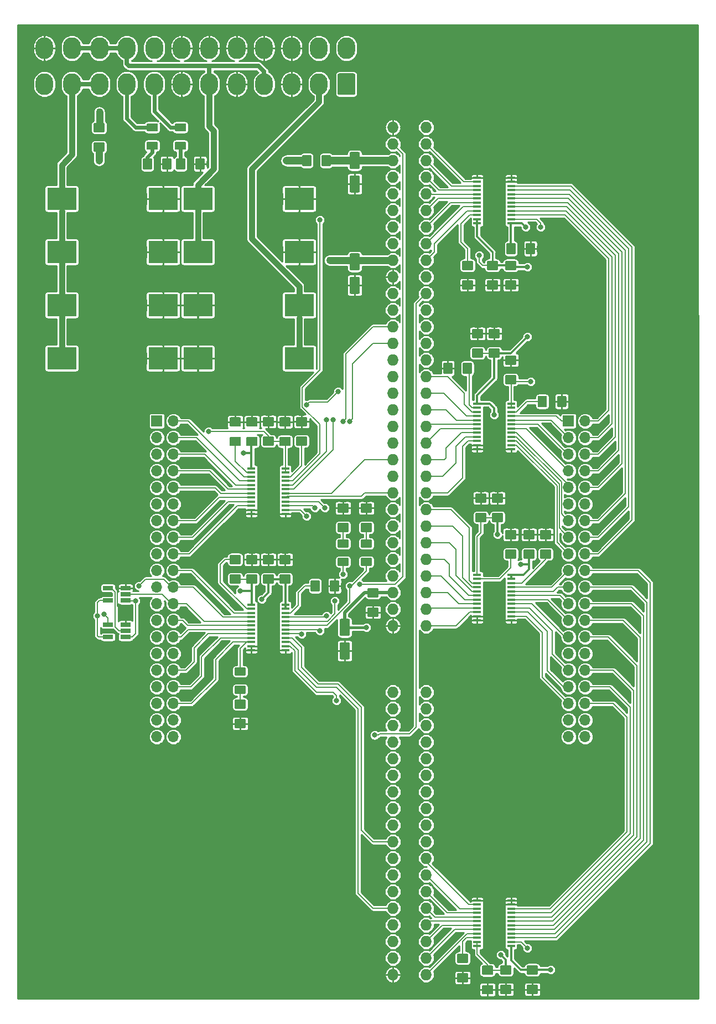
<source format=gbr>
%TF.GenerationSoftware,KiCad,Pcbnew,(5.1.0)-1*%
%TF.CreationDate,2019-04-29T18:51:34+10:00*%
%TF.ProjectId,CT2960_Riser,43543239-3630-45f5-9269-7365722e6b69,rev?*%
%TF.SameCoordinates,Original*%
%TF.FileFunction,Copper,L1,Top*%
%TF.FilePolarity,Positive*%
%FSLAX46Y46*%
G04 Gerber Fmt 4.6, Leading zero omitted, Abs format (unit mm)*
G04 Created by KiCad (PCBNEW (5.1.0)-1) date 2019-04-29 18:51:34*
%MOMM*%
%LPD*%
G04 APERTURE LIST*
%ADD10O,1.750000X1.750000*%
%ADD11C,0.150000*%
%ADD12C,1.600000*%
%ADD13R,1.700000X1.700000*%
%ADD14O,1.700000X1.700000*%
%ADD15R,1.560000X0.650000*%
%ADD16C,1.425000*%
%ADD17R,1.200000X0.400000*%
%ADD18R,4.500000X3.400000*%
%ADD19C,2.700000*%
%ADD20O,2.700000X3.300000*%
%ADD21C,1.250000*%
%ADD22C,0.838200*%
%ADD23C,1.100000*%
%ADD24C,1.200000*%
%ADD25C,0.210000*%
%ADD26C,0.600000*%
%ADD27C,0.900000*%
%ADD28C,1.100000*%
%ADD29C,0.700000*%
%ADD30C,0.350000*%
%ADD31C,0.235000*%
%ADD32C,0.400000*%
%ADD33C,0.500000*%
%ADD34C,1.200000*%
%ADD35C,0.250000*%
G04 APERTURE END LIST*
D10*
X135890000Y-183642000D03*
X135890000Y-181102000D03*
X135890000Y-178562000D03*
X135890000Y-176022000D03*
X135890000Y-173482000D03*
X135890000Y-170942000D03*
X135890000Y-168402000D03*
X135890000Y-165862000D03*
X135890000Y-163322000D03*
X135890000Y-160782000D03*
X135890000Y-158242000D03*
X135890000Y-155702000D03*
X135890000Y-153162000D03*
X135890000Y-150622000D03*
X135890000Y-148082000D03*
X135890000Y-145542000D03*
X135890000Y-143002000D03*
X135890000Y-140462000D03*
X130810000Y-183642000D03*
X130810000Y-181102000D03*
X130810000Y-178562000D03*
X130810000Y-176022000D03*
X130810000Y-173482000D03*
X130810000Y-170942000D03*
X130810000Y-168402000D03*
X130810000Y-165862000D03*
X130810000Y-163322000D03*
X130810000Y-160782000D03*
X130810000Y-158242000D03*
X130810000Y-155702000D03*
X130810000Y-153162000D03*
X130810000Y-150622000D03*
X130810000Y-148082000D03*
X130810000Y-145542000D03*
X130810000Y-143002000D03*
X130810000Y-140462000D03*
X135890000Y-130302000D03*
X135890000Y-127762000D03*
X135890000Y-125222000D03*
X135890000Y-122682000D03*
X135890000Y-120142000D03*
X135890000Y-117602000D03*
X135890000Y-115062000D03*
X135890000Y-112522000D03*
X135890000Y-109982000D03*
X135890000Y-107442000D03*
X135890000Y-104902000D03*
X135890000Y-102362000D03*
X135890000Y-99822000D03*
X135890000Y-79502000D03*
X135890000Y-66802000D03*
X135890000Y-97282000D03*
X135890000Y-76962000D03*
X135890000Y-89662000D03*
X135890000Y-92202000D03*
X135890000Y-94742000D03*
X135890000Y-82042000D03*
X135890000Y-74422000D03*
X135890000Y-71882000D03*
X135890000Y-69342000D03*
X135890000Y-84582000D03*
X135890000Y-87122000D03*
X135890000Y-59182000D03*
X135890000Y-64262000D03*
X135890000Y-61722000D03*
X135890000Y-54102000D03*
X135890000Y-56642000D03*
X130810000Y-130302000D03*
X130810000Y-127762000D03*
X130810000Y-125222000D03*
X130810000Y-122682000D03*
X130810000Y-120142000D03*
X130810000Y-117602000D03*
X130810000Y-115062000D03*
X130810000Y-112522000D03*
X130810000Y-109982000D03*
X130810000Y-107442000D03*
X130810000Y-104902000D03*
X130810000Y-102362000D03*
X130810000Y-99822000D03*
X130810000Y-97282000D03*
X130810000Y-94742000D03*
X130810000Y-92202000D03*
X130810000Y-89662000D03*
X130810000Y-87122000D03*
X130810000Y-84582000D03*
X130810000Y-82042000D03*
X130810000Y-79502000D03*
X130810000Y-76962000D03*
X130810000Y-74422000D03*
X130810000Y-71882000D03*
X130810000Y-69342000D03*
X130810000Y-66802000D03*
X130810000Y-64262000D03*
X130810000Y-61722000D03*
X130810000Y-59182000D03*
X130810000Y-56642000D03*
X130810000Y-54102000D03*
D11*
G36*
X125542504Y-61461204D02*
G01*
X125566773Y-61464804D01*
X125590571Y-61470765D01*
X125613671Y-61479030D01*
X125635849Y-61489520D01*
X125656893Y-61502133D01*
X125676598Y-61516747D01*
X125694777Y-61533223D01*
X125711253Y-61551402D01*
X125725867Y-61571107D01*
X125738480Y-61592151D01*
X125748970Y-61614329D01*
X125757235Y-61637429D01*
X125763196Y-61661227D01*
X125766796Y-61685496D01*
X125768000Y-61710000D01*
X125768000Y-63810000D01*
X125766796Y-63834504D01*
X125763196Y-63858773D01*
X125757235Y-63882571D01*
X125748970Y-63905671D01*
X125738480Y-63927849D01*
X125725867Y-63948893D01*
X125711253Y-63968598D01*
X125694777Y-63986777D01*
X125676598Y-64003253D01*
X125656893Y-64017867D01*
X125635849Y-64030480D01*
X125613671Y-64040970D01*
X125590571Y-64049235D01*
X125566773Y-64055196D01*
X125542504Y-64058796D01*
X125518000Y-64060000D01*
X124418000Y-64060000D01*
X124393496Y-64058796D01*
X124369227Y-64055196D01*
X124345429Y-64049235D01*
X124322329Y-64040970D01*
X124300151Y-64030480D01*
X124279107Y-64017867D01*
X124259402Y-64003253D01*
X124241223Y-63986777D01*
X124224747Y-63968598D01*
X124210133Y-63948893D01*
X124197520Y-63927849D01*
X124187030Y-63905671D01*
X124178765Y-63882571D01*
X124172804Y-63858773D01*
X124169204Y-63834504D01*
X124168000Y-63810000D01*
X124168000Y-61710000D01*
X124169204Y-61685496D01*
X124172804Y-61661227D01*
X124178765Y-61637429D01*
X124187030Y-61614329D01*
X124197520Y-61592151D01*
X124210133Y-61571107D01*
X124224747Y-61551402D01*
X124241223Y-61533223D01*
X124259402Y-61516747D01*
X124279107Y-61502133D01*
X124300151Y-61489520D01*
X124322329Y-61479030D01*
X124345429Y-61470765D01*
X124369227Y-61464804D01*
X124393496Y-61461204D01*
X124418000Y-61460000D01*
X125518000Y-61460000D01*
X125542504Y-61461204D01*
X125542504Y-61461204D01*
G37*
D12*
X124968000Y-62760000D03*
D11*
G36*
X125542504Y-57861204D02*
G01*
X125566773Y-57864804D01*
X125590571Y-57870765D01*
X125613671Y-57879030D01*
X125635849Y-57889520D01*
X125656893Y-57902133D01*
X125676598Y-57916747D01*
X125694777Y-57933223D01*
X125711253Y-57951402D01*
X125725867Y-57971107D01*
X125738480Y-57992151D01*
X125748970Y-58014329D01*
X125757235Y-58037429D01*
X125763196Y-58061227D01*
X125766796Y-58085496D01*
X125768000Y-58110000D01*
X125768000Y-60210000D01*
X125766796Y-60234504D01*
X125763196Y-60258773D01*
X125757235Y-60282571D01*
X125748970Y-60305671D01*
X125738480Y-60327849D01*
X125725867Y-60348893D01*
X125711253Y-60368598D01*
X125694777Y-60386777D01*
X125676598Y-60403253D01*
X125656893Y-60417867D01*
X125635849Y-60430480D01*
X125613671Y-60440970D01*
X125590571Y-60449235D01*
X125566773Y-60455196D01*
X125542504Y-60458796D01*
X125518000Y-60460000D01*
X124418000Y-60460000D01*
X124393496Y-60458796D01*
X124369227Y-60455196D01*
X124345429Y-60449235D01*
X124322329Y-60440970D01*
X124300151Y-60430480D01*
X124279107Y-60417867D01*
X124259402Y-60403253D01*
X124241223Y-60386777D01*
X124224747Y-60368598D01*
X124210133Y-60348893D01*
X124197520Y-60327849D01*
X124187030Y-60305671D01*
X124178765Y-60282571D01*
X124172804Y-60258773D01*
X124169204Y-60234504D01*
X124168000Y-60210000D01*
X124168000Y-58110000D01*
X124169204Y-58085496D01*
X124172804Y-58061227D01*
X124178765Y-58037429D01*
X124187030Y-58014329D01*
X124197520Y-57992151D01*
X124210133Y-57971107D01*
X124224747Y-57951402D01*
X124241223Y-57933223D01*
X124259402Y-57916747D01*
X124279107Y-57902133D01*
X124300151Y-57889520D01*
X124322329Y-57879030D01*
X124345429Y-57870765D01*
X124369227Y-57864804D01*
X124393496Y-57861204D01*
X124418000Y-57860000D01*
X125518000Y-57860000D01*
X125542504Y-57861204D01*
X125542504Y-57861204D01*
G37*
D12*
X124968000Y-59160000D03*
D11*
G36*
X125542504Y-76955204D02*
G01*
X125566773Y-76958804D01*
X125590571Y-76964765D01*
X125613671Y-76973030D01*
X125635849Y-76983520D01*
X125656893Y-76996133D01*
X125676598Y-77010747D01*
X125694777Y-77027223D01*
X125711253Y-77045402D01*
X125725867Y-77065107D01*
X125738480Y-77086151D01*
X125748970Y-77108329D01*
X125757235Y-77131429D01*
X125763196Y-77155227D01*
X125766796Y-77179496D01*
X125768000Y-77204000D01*
X125768000Y-79304000D01*
X125766796Y-79328504D01*
X125763196Y-79352773D01*
X125757235Y-79376571D01*
X125748970Y-79399671D01*
X125738480Y-79421849D01*
X125725867Y-79442893D01*
X125711253Y-79462598D01*
X125694777Y-79480777D01*
X125676598Y-79497253D01*
X125656893Y-79511867D01*
X125635849Y-79524480D01*
X125613671Y-79534970D01*
X125590571Y-79543235D01*
X125566773Y-79549196D01*
X125542504Y-79552796D01*
X125518000Y-79554000D01*
X124418000Y-79554000D01*
X124393496Y-79552796D01*
X124369227Y-79549196D01*
X124345429Y-79543235D01*
X124322329Y-79534970D01*
X124300151Y-79524480D01*
X124279107Y-79511867D01*
X124259402Y-79497253D01*
X124241223Y-79480777D01*
X124224747Y-79462598D01*
X124210133Y-79442893D01*
X124197520Y-79421849D01*
X124187030Y-79399671D01*
X124178765Y-79376571D01*
X124172804Y-79352773D01*
X124169204Y-79328504D01*
X124168000Y-79304000D01*
X124168000Y-77204000D01*
X124169204Y-77179496D01*
X124172804Y-77155227D01*
X124178765Y-77131429D01*
X124187030Y-77108329D01*
X124197520Y-77086151D01*
X124210133Y-77065107D01*
X124224747Y-77045402D01*
X124241223Y-77027223D01*
X124259402Y-77010747D01*
X124279107Y-76996133D01*
X124300151Y-76983520D01*
X124322329Y-76973030D01*
X124345429Y-76964765D01*
X124369227Y-76958804D01*
X124393496Y-76955204D01*
X124418000Y-76954000D01*
X125518000Y-76954000D01*
X125542504Y-76955204D01*
X125542504Y-76955204D01*
G37*
D12*
X124968000Y-78254000D03*
D11*
G36*
X125542504Y-73355204D02*
G01*
X125566773Y-73358804D01*
X125590571Y-73364765D01*
X125613671Y-73373030D01*
X125635849Y-73383520D01*
X125656893Y-73396133D01*
X125676598Y-73410747D01*
X125694777Y-73427223D01*
X125711253Y-73445402D01*
X125725867Y-73465107D01*
X125738480Y-73486151D01*
X125748970Y-73508329D01*
X125757235Y-73531429D01*
X125763196Y-73555227D01*
X125766796Y-73579496D01*
X125768000Y-73604000D01*
X125768000Y-75704000D01*
X125766796Y-75728504D01*
X125763196Y-75752773D01*
X125757235Y-75776571D01*
X125748970Y-75799671D01*
X125738480Y-75821849D01*
X125725867Y-75842893D01*
X125711253Y-75862598D01*
X125694777Y-75880777D01*
X125676598Y-75897253D01*
X125656893Y-75911867D01*
X125635849Y-75924480D01*
X125613671Y-75934970D01*
X125590571Y-75943235D01*
X125566773Y-75949196D01*
X125542504Y-75952796D01*
X125518000Y-75954000D01*
X124418000Y-75954000D01*
X124393496Y-75952796D01*
X124369227Y-75949196D01*
X124345429Y-75943235D01*
X124322329Y-75934970D01*
X124300151Y-75924480D01*
X124279107Y-75911867D01*
X124259402Y-75897253D01*
X124241223Y-75880777D01*
X124224747Y-75862598D01*
X124210133Y-75842893D01*
X124197520Y-75821849D01*
X124187030Y-75799671D01*
X124178765Y-75776571D01*
X124172804Y-75752773D01*
X124169204Y-75728504D01*
X124168000Y-75704000D01*
X124168000Y-73604000D01*
X124169204Y-73579496D01*
X124172804Y-73555227D01*
X124178765Y-73531429D01*
X124187030Y-73508329D01*
X124197520Y-73486151D01*
X124210133Y-73465107D01*
X124224747Y-73445402D01*
X124241223Y-73427223D01*
X124259402Y-73410747D01*
X124279107Y-73396133D01*
X124300151Y-73383520D01*
X124322329Y-73373030D01*
X124345429Y-73364765D01*
X124369227Y-73358804D01*
X124393496Y-73355204D01*
X124418000Y-73354000D01*
X125518000Y-73354000D01*
X125542504Y-73355204D01*
X125542504Y-73355204D01*
G37*
D12*
X124968000Y-74654000D03*
D13*
X157680000Y-98998000D03*
D14*
X160220000Y-98998000D03*
X157680000Y-101538000D03*
X160220000Y-101538000D03*
X157680000Y-104078000D03*
X160220000Y-104078000D03*
X157680000Y-106618000D03*
X160220000Y-106618000D03*
X157680000Y-109158000D03*
X160220000Y-109158000D03*
X157680000Y-111698000D03*
X160220000Y-111698000D03*
X157680000Y-114238000D03*
X160220000Y-114238000D03*
X157680000Y-116778000D03*
X160220000Y-116778000D03*
X157680000Y-119318000D03*
X160220000Y-119318000D03*
X157680000Y-121858000D03*
X160220000Y-121858000D03*
X157680000Y-124398000D03*
X160220000Y-124398000D03*
X157680000Y-126938000D03*
X160220000Y-126938000D03*
X157680000Y-129478000D03*
X160220000Y-129478000D03*
X157680000Y-132018000D03*
X160220000Y-132018000D03*
X157680000Y-134558000D03*
X160220000Y-134558000D03*
X157680000Y-137098000D03*
X160220000Y-137098000D03*
X157680000Y-139638000D03*
X160220000Y-139638000D03*
X157680000Y-142178000D03*
X160220000Y-142178000D03*
X157680000Y-144718000D03*
X160220000Y-144718000D03*
X157680000Y-147258000D03*
X160220000Y-147258000D03*
D15*
X87216000Y-126426000D03*
X87216000Y-124526000D03*
X89916000Y-124526000D03*
X89916000Y-125476000D03*
X89916000Y-126426000D03*
D11*
G36*
X124018865Y-129235202D02*
G01*
X124043095Y-129238796D01*
X124066855Y-129244748D01*
X124089918Y-129253000D01*
X124112061Y-129263472D01*
X124133070Y-129276065D01*
X124152745Y-129290657D01*
X124170894Y-129307106D01*
X124187343Y-129325255D01*
X124201935Y-129344930D01*
X124214528Y-129365939D01*
X124225000Y-129388082D01*
X124233252Y-129411145D01*
X124239204Y-129434905D01*
X124242798Y-129459135D01*
X124244000Y-129483600D01*
X124244000Y-131584400D01*
X124242798Y-131608865D01*
X124239204Y-131633095D01*
X124233252Y-131656855D01*
X124225000Y-131679918D01*
X124214528Y-131702061D01*
X124201935Y-131723070D01*
X124187343Y-131742745D01*
X124170894Y-131760894D01*
X124152745Y-131777343D01*
X124133070Y-131791935D01*
X124112061Y-131804528D01*
X124089918Y-131815000D01*
X124066855Y-131823252D01*
X124043095Y-131829204D01*
X124018865Y-131832798D01*
X123994400Y-131834000D01*
X122893600Y-131834000D01*
X122869135Y-131832798D01*
X122844905Y-131829204D01*
X122821145Y-131823252D01*
X122798082Y-131815000D01*
X122775939Y-131804528D01*
X122754930Y-131791935D01*
X122735255Y-131777343D01*
X122717106Y-131760894D01*
X122700657Y-131742745D01*
X122686065Y-131723070D01*
X122673472Y-131702061D01*
X122663000Y-131679918D01*
X122654748Y-131656855D01*
X122648796Y-131633095D01*
X122645202Y-131608865D01*
X122644000Y-131584400D01*
X122644000Y-129483600D01*
X122645202Y-129459135D01*
X122648796Y-129434905D01*
X122654748Y-129411145D01*
X122663000Y-129388082D01*
X122673472Y-129365939D01*
X122686065Y-129344930D01*
X122700657Y-129325255D01*
X122717106Y-129307106D01*
X122735255Y-129290657D01*
X122754930Y-129276065D01*
X122775939Y-129263472D01*
X122798082Y-129253000D01*
X122821145Y-129244748D01*
X122844905Y-129238796D01*
X122869135Y-129235202D01*
X122893600Y-129234000D01*
X123994400Y-129234000D01*
X124018865Y-129235202D01*
X124018865Y-129235202D01*
G37*
D12*
X123444000Y-130534000D03*
D11*
G36*
X124018504Y-132835204D02*
G01*
X124042773Y-132838804D01*
X124066571Y-132844765D01*
X124089671Y-132853030D01*
X124111849Y-132863520D01*
X124132893Y-132876133D01*
X124152598Y-132890747D01*
X124170777Y-132907223D01*
X124187253Y-132925402D01*
X124201867Y-132945107D01*
X124214480Y-132966151D01*
X124224970Y-132988329D01*
X124233235Y-133011429D01*
X124239196Y-133035227D01*
X124242796Y-133059496D01*
X124244000Y-133084000D01*
X124244000Y-135184000D01*
X124242796Y-135208504D01*
X124239196Y-135232773D01*
X124233235Y-135256571D01*
X124224970Y-135279671D01*
X124214480Y-135301849D01*
X124201867Y-135322893D01*
X124187253Y-135342598D01*
X124170777Y-135360777D01*
X124152598Y-135377253D01*
X124132893Y-135391867D01*
X124111849Y-135404480D01*
X124089671Y-135414970D01*
X124066571Y-135423235D01*
X124042773Y-135429196D01*
X124018504Y-135432796D01*
X123994000Y-135434000D01*
X122894000Y-135434000D01*
X122869496Y-135432796D01*
X122845227Y-135429196D01*
X122821429Y-135423235D01*
X122798329Y-135414970D01*
X122776151Y-135404480D01*
X122755107Y-135391867D01*
X122735402Y-135377253D01*
X122717223Y-135360777D01*
X122700747Y-135342598D01*
X122686133Y-135322893D01*
X122673520Y-135301849D01*
X122663030Y-135279671D01*
X122654765Y-135256571D01*
X122648804Y-135232773D01*
X122645204Y-135208504D01*
X122644000Y-135184000D01*
X122644000Y-133084000D01*
X122645204Y-133059496D01*
X122648804Y-133035227D01*
X122654765Y-133011429D01*
X122663030Y-132988329D01*
X122673520Y-132966151D01*
X122686133Y-132945107D01*
X122700747Y-132925402D01*
X122717223Y-132907223D01*
X122735402Y-132890747D01*
X122755107Y-132876133D01*
X122776151Y-132863520D01*
X122798329Y-132853030D01*
X122821429Y-132844765D01*
X122845227Y-132838804D01*
X122869496Y-132835204D01*
X122894000Y-132834000D01*
X123994000Y-132834000D01*
X124018504Y-132835204D01*
X124018504Y-132835204D01*
G37*
D12*
X123444000Y-134134000D03*
D11*
G36*
X86502069Y-56402201D02*
G01*
X86526276Y-56405792D01*
X86550015Y-56411738D01*
X86573057Y-56419982D01*
X86595180Y-56430446D01*
X86616171Y-56443027D01*
X86635827Y-56457605D01*
X86653960Y-56474040D01*
X86670395Y-56492173D01*
X86684973Y-56511829D01*
X86697554Y-56532820D01*
X86708018Y-56554943D01*
X86716262Y-56577985D01*
X86722208Y-56601724D01*
X86725799Y-56625931D01*
X86727000Y-56650374D01*
X86727000Y-57576626D01*
X86725799Y-57601069D01*
X86722208Y-57625276D01*
X86716262Y-57649015D01*
X86708018Y-57672057D01*
X86697554Y-57694180D01*
X86684973Y-57715171D01*
X86670395Y-57734827D01*
X86653960Y-57752960D01*
X86635827Y-57769395D01*
X86616171Y-57783973D01*
X86595180Y-57796554D01*
X86573057Y-57807018D01*
X86550015Y-57815262D01*
X86526276Y-57821208D01*
X86502069Y-57824799D01*
X86477626Y-57826000D01*
X85226374Y-57826000D01*
X85201931Y-57824799D01*
X85177724Y-57821208D01*
X85153985Y-57815262D01*
X85130943Y-57807018D01*
X85108820Y-57796554D01*
X85087829Y-57783973D01*
X85068173Y-57769395D01*
X85050040Y-57752960D01*
X85033605Y-57734827D01*
X85019027Y-57715171D01*
X85006446Y-57694180D01*
X84995982Y-57672057D01*
X84987738Y-57649015D01*
X84981792Y-57625276D01*
X84978201Y-57601069D01*
X84977000Y-57576626D01*
X84977000Y-56650374D01*
X84978201Y-56625931D01*
X84981792Y-56601724D01*
X84987738Y-56577985D01*
X84995982Y-56554943D01*
X85006446Y-56532820D01*
X85019027Y-56511829D01*
X85033605Y-56492173D01*
X85050040Y-56474040D01*
X85068173Y-56457605D01*
X85087829Y-56443027D01*
X85108820Y-56430446D01*
X85130943Y-56419982D01*
X85153985Y-56411738D01*
X85177724Y-56405792D01*
X85201931Y-56402201D01*
X85226374Y-56401000D01*
X86477626Y-56401000D01*
X86502069Y-56402201D01*
X86502069Y-56402201D01*
G37*
D16*
X85852000Y-57113500D03*
D11*
G36*
X86501504Y-53427204D02*
G01*
X86525773Y-53430804D01*
X86549571Y-53436765D01*
X86572671Y-53445030D01*
X86594849Y-53455520D01*
X86615893Y-53468133D01*
X86635598Y-53482747D01*
X86653777Y-53499223D01*
X86670253Y-53517402D01*
X86684867Y-53537107D01*
X86697480Y-53558151D01*
X86707970Y-53580329D01*
X86716235Y-53603429D01*
X86722196Y-53627227D01*
X86725796Y-53651496D01*
X86727000Y-53676000D01*
X86727000Y-54601000D01*
X86725796Y-54625504D01*
X86722196Y-54649773D01*
X86716235Y-54673571D01*
X86707970Y-54696671D01*
X86697480Y-54718849D01*
X86684867Y-54739893D01*
X86670253Y-54759598D01*
X86653777Y-54777777D01*
X86635598Y-54794253D01*
X86615893Y-54808867D01*
X86594849Y-54821480D01*
X86572671Y-54831970D01*
X86549571Y-54840235D01*
X86525773Y-54846196D01*
X86501504Y-54849796D01*
X86477000Y-54851000D01*
X85227000Y-54851000D01*
X85202496Y-54849796D01*
X85178227Y-54846196D01*
X85154429Y-54840235D01*
X85131329Y-54831970D01*
X85109151Y-54821480D01*
X85088107Y-54808867D01*
X85068402Y-54794253D01*
X85050223Y-54777777D01*
X85033747Y-54759598D01*
X85019133Y-54739893D01*
X85006520Y-54718849D01*
X84996030Y-54696671D01*
X84987765Y-54673571D01*
X84981804Y-54649773D01*
X84978204Y-54625504D01*
X84977000Y-54601000D01*
X84977000Y-53676000D01*
X84978204Y-53651496D01*
X84981804Y-53627227D01*
X84987765Y-53603429D01*
X84996030Y-53580329D01*
X85006520Y-53558151D01*
X85019133Y-53537107D01*
X85033747Y-53517402D01*
X85050223Y-53499223D01*
X85068402Y-53482747D01*
X85088107Y-53468133D01*
X85109151Y-53455520D01*
X85131329Y-53445030D01*
X85154429Y-53436765D01*
X85178227Y-53430804D01*
X85202496Y-53427204D01*
X85227000Y-53426000D01*
X86477000Y-53426000D01*
X86501504Y-53427204D01*
X86501504Y-53427204D01*
G37*
D16*
X85852000Y-54138500D03*
D11*
G36*
X121101069Y-58308201D02*
G01*
X121125276Y-58311792D01*
X121149015Y-58317738D01*
X121172057Y-58325982D01*
X121194180Y-58336446D01*
X121215171Y-58349027D01*
X121234827Y-58363605D01*
X121252960Y-58380040D01*
X121269395Y-58398173D01*
X121283973Y-58417829D01*
X121296554Y-58438820D01*
X121307018Y-58460943D01*
X121315262Y-58483985D01*
X121321208Y-58507724D01*
X121324799Y-58531931D01*
X121326000Y-58556374D01*
X121326000Y-59807626D01*
X121324799Y-59832069D01*
X121321208Y-59856276D01*
X121315262Y-59880015D01*
X121307018Y-59903057D01*
X121296554Y-59925180D01*
X121283973Y-59946171D01*
X121269395Y-59965827D01*
X121252960Y-59983960D01*
X121234827Y-60000395D01*
X121215171Y-60014973D01*
X121194180Y-60027554D01*
X121172057Y-60038018D01*
X121149015Y-60046262D01*
X121125276Y-60052208D01*
X121101069Y-60055799D01*
X121076626Y-60057000D01*
X120150374Y-60057000D01*
X120125931Y-60055799D01*
X120101724Y-60052208D01*
X120077985Y-60046262D01*
X120054943Y-60038018D01*
X120032820Y-60027554D01*
X120011829Y-60014973D01*
X119992173Y-60000395D01*
X119974040Y-59983960D01*
X119957605Y-59965827D01*
X119943027Y-59946171D01*
X119930446Y-59925180D01*
X119919982Y-59903057D01*
X119911738Y-59880015D01*
X119905792Y-59856276D01*
X119902201Y-59832069D01*
X119901000Y-59807626D01*
X119901000Y-58556374D01*
X119902201Y-58531931D01*
X119905792Y-58507724D01*
X119911738Y-58483985D01*
X119919982Y-58460943D01*
X119930446Y-58438820D01*
X119943027Y-58417829D01*
X119957605Y-58398173D01*
X119974040Y-58380040D01*
X119992173Y-58363605D01*
X120011829Y-58349027D01*
X120032820Y-58336446D01*
X120054943Y-58325982D01*
X120077985Y-58317738D01*
X120101724Y-58311792D01*
X120125931Y-58308201D01*
X120150374Y-58307000D01*
X121076626Y-58307000D01*
X121101069Y-58308201D01*
X121101069Y-58308201D01*
G37*
D16*
X120613500Y-59182000D03*
D11*
G36*
X118125504Y-58308204D02*
G01*
X118149773Y-58311804D01*
X118173571Y-58317765D01*
X118196671Y-58326030D01*
X118218849Y-58336520D01*
X118239893Y-58349133D01*
X118259598Y-58363747D01*
X118277777Y-58380223D01*
X118294253Y-58398402D01*
X118308867Y-58418107D01*
X118321480Y-58439151D01*
X118331970Y-58461329D01*
X118340235Y-58484429D01*
X118346196Y-58508227D01*
X118349796Y-58532496D01*
X118351000Y-58557000D01*
X118351000Y-59807000D01*
X118349796Y-59831504D01*
X118346196Y-59855773D01*
X118340235Y-59879571D01*
X118331970Y-59902671D01*
X118321480Y-59924849D01*
X118308867Y-59945893D01*
X118294253Y-59965598D01*
X118277777Y-59983777D01*
X118259598Y-60000253D01*
X118239893Y-60014867D01*
X118218849Y-60027480D01*
X118196671Y-60037970D01*
X118173571Y-60046235D01*
X118149773Y-60052196D01*
X118125504Y-60055796D01*
X118101000Y-60057000D01*
X117176000Y-60057000D01*
X117151496Y-60055796D01*
X117127227Y-60052196D01*
X117103429Y-60046235D01*
X117080329Y-60037970D01*
X117058151Y-60027480D01*
X117037107Y-60014867D01*
X117017402Y-60000253D01*
X116999223Y-59983777D01*
X116982747Y-59965598D01*
X116968133Y-59945893D01*
X116955520Y-59924849D01*
X116945030Y-59902671D01*
X116936765Y-59879571D01*
X116930804Y-59855773D01*
X116927204Y-59831504D01*
X116926000Y-59807000D01*
X116926000Y-58557000D01*
X116927204Y-58532496D01*
X116930804Y-58508227D01*
X116936765Y-58484429D01*
X116945030Y-58461329D01*
X116955520Y-58439151D01*
X116968133Y-58418107D01*
X116982747Y-58398402D01*
X116999223Y-58380223D01*
X117017402Y-58363747D01*
X117037107Y-58349133D01*
X117058151Y-58336520D01*
X117080329Y-58326030D01*
X117103429Y-58317765D01*
X117127227Y-58311804D01*
X117151496Y-58308204D01*
X117176000Y-58307000D01*
X118101000Y-58307000D01*
X118125504Y-58308204D01*
X118125504Y-58308204D01*
G37*
D16*
X117638500Y-59182000D03*
D11*
G36*
X142889504Y-74509204D02*
G01*
X142913773Y-74512804D01*
X142937571Y-74518765D01*
X142960671Y-74527030D01*
X142982849Y-74537520D01*
X143003893Y-74550133D01*
X143023598Y-74564747D01*
X143041777Y-74581223D01*
X143058253Y-74599402D01*
X143072867Y-74619107D01*
X143085480Y-74640151D01*
X143095970Y-74662329D01*
X143104235Y-74685429D01*
X143110196Y-74709227D01*
X143113796Y-74733496D01*
X143115000Y-74758000D01*
X143115000Y-75683000D01*
X143113796Y-75707504D01*
X143110196Y-75731773D01*
X143104235Y-75755571D01*
X143095970Y-75778671D01*
X143085480Y-75800849D01*
X143072867Y-75821893D01*
X143058253Y-75841598D01*
X143041777Y-75859777D01*
X143023598Y-75876253D01*
X143003893Y-75890867D01*
X142982849Y-75903480D01*
X142960671Y-75913970D01*
X142937571Y-75922235D01*
X142913773Y-75928196D01*
X142889504Y-75931796D01*
X142865000Y-75933000D01*
X141615000Y-75933000D01*
X141590496Y-75931796D01*
X141566227Y-75928196D01*
X141542429Y-75922235D01*
X141519329Y-75913970D01*
X141497151Y-75903480D01*
X141476107Y-75890867D01*
X141456402Y-75876253D01*
X141438223Y-75859777D01*
X141421747Y-75841598D01*
X141407133Y-75821893D01*
X141394520Y-75800849D01*
X141384030Y-75778671D01*
X141375765Y-75755571D01*
X141369804Y-75731773D01*
X141366204Y-75707504D01*
X141365000Y-75683000D01*
X141365000Y-74758000D01*
X141366204Y-74733496D01*
X141369804Y-74709227D01*
X141375765Y-74685429D01*
X141384030Y-74662329D01*
X141394520Y-74640151D01*
X141407133Y-74619107D01*
X141421747Y-74599402D01*
X141438223Y-74581223D01*
X141456402Y-74564747D01*
X141476107Y-74550133D01*
X141497151Y-74537520D01*
X141519329Y-74527030D01*
X141542429Y-74518765D01*
X141566227Y-74512804D01*
X141590496Y-74509204D01*
X141615000Y-74508000D01*
X142865000Y-74508000D01*
X142889504Y-74509204D01*
X142889504Y-74509204D01*
G37*
D16*
X142240000Y-75220500D03*
D11*
G36*
X142889504Y-77484204D02*
G01*
X142913773Y-77487804D01*
X142937571Y-77493765D01*
X142960671Y-77502030D01*
X142982849Y-77512520D01*
X143003893Y-77525133D01*
X143023598Y-77539747D01*
X143041777Y-77556223D01*
X143058253Y-77574402D01*
X143072867Y-77594107D01*
X143085480Y-77615151D01*
X143095970Y-77637329D01*
X143104235Y-77660429D01*
X143110196Y-77684227D01*
X143113796Y-77708496D01*
X143115000Y-77733000D01*
X143115000Y-78658000D01*
X143113796Y-78682504D01*
X143110196Y-78706773D01*
X143104235Y-78730571D01*
X143095970Y-78753671D01*
X143085480Y-78775849D01*
X143072867Y-78796893D01*
X143058253Y-78816598D01*
X143041777Y-78834777D01*
X143023598Y-78851253D01*
X143003893Y-78865867D01*
X142982849Y-78878480D01*
X142960671Y-78888970D01*
X142937571Y-78897235D01*
X142913773Y-78903196D01*
X142889504Y-78906796D01*
X142865000Y-78908000D01*
X141615000Y-78908000D01*
X141590496Y-78906796D01*
X141566227Y-78903196D01*
X141542429Y-78897235D01*
X141519329Y-78888970D01*
X141497151Y-78878480D01*
X141476107Y-78865867D01*
X141456402Y-78851253D01*
X141438223Y-78834777D01*
X141421747Y-78816598D01*
X141407133Y-78796893D01*
X141394520Y-78775849D01*
X141384030Y-78753671D01*
X141375765Y-78730571D01*
X141369804Y-78706773D01*
X141366204Y-78682504D01*
X141365000Y-78658000D01*
X141365000Y-77733000D01*
X141366204Y-77708496D01*
X141369804Y-77684227D01*
X141375765Y-77660429D01*
X141384030Y-77637329D01*
X141394520Y-77615151D01*
X141407133Y-77594107D01*
X141421747Y-77574402D01*
X141438223Y-77556223D01*
X141456402Y-77539747D01*
X141476107Y-77525133D01*
X141497151Y-77512520D01*
X141519329Y-77502030D01*
X141542429Y-77493765D01*
X141566227Y-77487804D01*
X141590496Y-77484204D01*
X141615000Y-77483000D01*
X142865000Y-77483000D01*
X142889504Y-77484204D01*
X142889504Y-77484204D01*
G37*
D16*
X142240000Y-78195500D03*
D17*
X143704000Y-179260500D03*
X143704000Y-178625500D03*
X143704000Y-177990500D03*
X143704000Y-177355500D03*
X143704000Y-176720500D03*
X143704000Y-176085500D03*
X143704000Y-175450500D03*
X143704000Y-174815500D03*
X143704000Y-174180500D03*
X143704000Y-173545500D03*
X143704000Y-172910500D03*
X143704000Y-172275500D03*
X148904000Y-172275500D03*
X148904000Y-172910500D03*
X148904000Y-173545500D03*
X148904000Y-174180500D03*
X148904000Y-174815500D03*
X148904000Y-175450500D03*
X148904000Y-176085500D03*
X148904000Y-176720500D03*
X148904000Y-177355500D03*
X148904000Y-177990500D03*
X148904000Y-178625500D03*
X148904000Y-179260500D03*
X148904000Y-96329500D03*
X148904000Y-96964500D03*
X148904000Y-97599500D03*
X148904000Y-98234500D03*
X148904000Y-98869500D03*
X148904000Y-99504500D03*
X148904000Y-100139500D03*
X148904000Y-100774500D03*
X148904000Y-101409500D03*
X148904000Y-102044500D03*
X148904000Y-102679500D03*
X148904000Y-103314500D03*
X143704000Y-103314500D03*
X143704000Y-102679500D03*
X143704000Y-102044500D03*
X143704000Y-101409500D03*
X143704000Y-100774500D03*
X143704000Y-100139500D03*
X143704000Y-99504500D03*
X143704000Y-98869500D03*
X143704000Y-98234500D03*
X143704000Y-97599500D03*
X143704000Y-96964500D03*
X143704000Y-96329500D03*
X143704000Y-68770500D03*
X143704000Y-68135500D03*
X143704000Y-67500500D03*
X143704000Y-66865500D03*
X143704000Y-66230500D03*
X143704000Y-65595500D03*
X143704000Y-64960500D03*
X143704000Y-64325500D03*
X143704000Y-63690500D03*
X143704000Y-63055500D03*
X143704000Y-62420500D03*
X143704000Y-61785500D03*
X148904000Y-61785500D03*
X148904000Y-62420500D03*
X148904000Y-63055500D03*
X148904000Y-63690500D03*
X148904000Y-64325500D03*
X148904000Y-64960500D03*
X148904000Y-65595500D03*
X148904000Y-66230500D03*
X148904000Y-66865500D03*
X148904000Y-67500500D03*
X148904000Y-68135500D03*
X148904000Y-68770500D03*
D15*
X87216000Y-132014000D03*
X87216000Y-130114000D03*
X89916000Y-130114000D03*
X89916000Y-131064000D03*
X89916000Y-132014000D03*
D11*
G36*
X154827504Y-118632204D02*
G01*
X154851773Y-118635804D01*
X154875571Y-118641765D01*
X154898671Y-118650030D01*
X154920849Y-118660520D01*
X154941893Y-118673133D01*
X154961598Y-118687747D01*
X154979777Y-118704223D01*
X154996253Y-118722402D01*
X155010867Y-118742107D01*
X155023480Y-118763151D01*
X155033970Y-118785329D01*
X155042235Y-118808429D01*
X155048196Y-118832227D01*
X155051796Y-118856496D01*
X155053000Y-118881000D01*
X155053000Y-119806000D01*
X155051796Y-119830504D01*
X155048196Y-119854773D01*
X155042235Y-119878571D01*
X155033970Y-119901671D01*
X155023480Y-119923849D01*
X155010867Y-119944893D01*
X154996253Y-119964598D01*
X154979777Y-119982777D01*
X154961598Y-119999253D01*
X154941893Y-120013867D01*
X154920849Y-120026480D01*
X154898671Y-120036970D01*
X154875571Y-120045235D01*
X154851773Y-120051196D01*
X154827504Y-120054796D01*
X154803000Y-120056000D01*
X153553000Y-120056000D01*
X153528496Y-120054796D01*
X153504227Y-120051196D01*
X153480429Y-120045235D01*
X153457329Y-120036970D01*
X153435151Y-120026480D01*
X153414107Y-120013867D01*
X153394402Y-119999253D01*
X153376223Y-119982777D01*
X153359747Y-119964598D01*
X153345133Y-119944893D01*
X153332520Y-119923849D01*
X153322030Y-119901671D01*
X153313765Y-119878571D01*
X153307804Y-119854773D01*
X153304204Y-119830504D01*
X153303000Y-119806000D01*
X153303000Y-118881000D01*
X153304204Y-118856496D01*
X153307804Y-118832227D01*
X153313765Y-118808429D01*
X153322030Y-118785329D01*
X153332520Y-118763151D01*
X153345133Y-118742107D01*
X153359747Y-118722402D01*
X153376223Y-118704223D01*
X153394402Y-118687747D01*
X153414107Y-118673133D01*
X153435151Y-118660520D01*
X153457329Y-118650030D01*
X153480429Y-118641765D01*
X153504227Y-118635804D01*
X153528496Y-118632204D01*
X153553000Y-118631000D01*
X154803000Y-118631000D01*
X154827504Y-118632204D01*
X154827504Y-118632204D01*
G37*
D16*
X154178000Y-119343500D03*
D11*
G36*
X154827504Y-115657204D02*
G01*
X154851773Y-115660804D01*
X154875571Y-115666765D01*
X154898671Y-115675030D01*
X154920849Y-115685520D01*
X154941893Y-115698133D01*
X154961598Y-115712747D01*
X154979777Y-115729223D01*
X154996253Y-115747402D01*
X155010867Y-115767107D01*
X155023480Y-115788151D01*
X155033970Y-115810329D01*
X155042235Y-115833429D01*
X155048196Y-115857227D01*
X155051796Y-115881496D01*
X155053000Y-115906000D01*
X155053000Y-116831000D01*
X155051796Y-116855504D01*
X155048196Y-116879773D01*
X155042235Y-116903571D01*
X155033970Y-116926671D01*
X155023480Y-116948849D01*
X155010867Y-116969893D01*
X154996253Y-116989598D01*
X154979777Y-117007777D01*
X154961598Y-117024253D01*
X154941893Y-117038867D01*
X154920849Y-117051480D01*
X154898671Y-117061970D01*
X154875571Y-117070235D01*
X154851773Y-117076196D01*
X154827504Y-117079796D01*
X154803000Y-117081000D01*
X153553000Y-117081000D01*
X153528496Y-117079796D01*
X153504227Y-117076196D01*
X153480429Y-117070235D01*
X153457329Y-117061970D01*
X153435151Y-117051480D01*
X153414107Y-117038867D01*
X153394402Y-117024253D01*
X153376223Y-117007777D01*
X153359747Y-116989598D01*
X153345133Y-116969893D01*
X153332520Y-116948849D01*
X153322030Y-116926671D01*
X153313765Y-116903571D01*
X153307804Y-116879773D01*
X153304204Y-116855504D01*
X153303000Y-116831000D01*
X153303000Y-115906000D01*
X153304204Y-115881496D01*
X153307804Y-115857227D01*
X153313765Y-115833429D01*
X153322030Y-115810329D01*
X153332520Y-115788151D01*
X153345133Y-115767107D01*
X153359747Y-115747402D01*
X153376223Y-115729223D01*
X153394402Y-115712747D01*
X153414107Y-115698133D01*
X153435151Y-115685520D01*
X153457329Y-115675030D01*
X153480429Y-115666765D01*
X153504227Y-115660804D01*
X153528496Y-115657204D01*
X153553000Y-115656000D01*
X154803000Y-115656000D01*
X154827504Y-115657204D01*
X154827504Y-115657204D01*
G37*
D16*
X154178000Y-116368500D03*
D11*
G36*
X154157004Y-95138204D02*
G01*
X154181273Y-95141804D01*
X154205071Y-95147765D01*
X154228171Y-95156030D01*
X154250349Y-95166520D01*
X154271393Y-95179133D01*
X154291098Y-95193747D01*
X154309277Y-95210223D01*
X154325753Y-95228402D01*
X154340367Y-95248107D01*
X154352980Y-95269151D01*
X154363470Y-95291329D01*
X154371735Y-95314429D01*
X154377696Y-95338227D01*
X154381296Y-95362496D01*
X154382500Y-95387000D01*
X154382500Y-96637000D01*
X154381296Y-96661504D01*
X154377696Y-96685773D01*
X154371735Y-96709571D01*
X154363470Y-96732671D01*
X154352980Y-96754849D01*
X154340367Y-96775893D01*
X154325753Y-96795598D01*
X154309277Y-96813777D01*
X154291098Y-96830253D01*
X154271393Y-96844867D01*
X154250349Y-96857480D01*
X154228171Y-96867970D01*
X154205071Y-96876235D01*
X154181273Y-96882196D01*
X154157004Y-96885796D01*
X154132500Y-96887000D01*
X153207500Y-96887000D01*
X153182996Y-96885796D01*
X153158727Y-96882196D01*
X153134929Y-96876235D01*
X153111829Y-96867970D01*
X153089651Y-96857480D01*
X153068607Y-96844867D01*
X153048902Y-96830253D01*
X153030723Y-96813777D01*
X153014247Y-96795598D01*
X152999633Y-96775893D01*
X152987020Y-96754849D01*
X152976530Y-96732671D01*
X152968265Y-96709571D01*
X152962304Y-96685773D01*
X152958704Y-96661504D01*
X152957500Y-96637000D01*
X152957500Y-95387000D01*
X152958704Y-95362496D01*
X152962304Y-95338227D01*
X152968265Y-95314429D01*
X152976530Y-95291329D01*
X152987020Y-95269151D01*
X152999633Y-95248107D01*
X153014247Y-95228402D01*
X153030723Y-95210223D01*
X153048902Y-95193747D01*
X153068607Y-95179133D01*
X153089651Y-95166520D01*
X153111829Y-95156030D01*
X153134929Y-95147765D01*
X153158727Y-95141804D01*
X153182996Y-95138204D01*
X153207500Y-95137000D01*
X154132500Y-95137000D01*
X154157004Y-95138204D01*
X154157004Y-95138204D01*
G37*
D16*
X153670000Y-96012000D03*
D11*
G36*
X157132004Y-95138204D02*
G01*
X157156273Y-95141804D01*
X157180071Y-95147765D01*
X157203171Y-95156030D01*
X157225349Y-95166520D01*
X157246393Y-95179133D01*
X157266098Y-95193747D01*
X157284277Y-95210223D01*
X157300753Y-95228402D01*
X157315367Y-95248107D01*
X157327980Y-95269151D01*
X157338470Y-95291329D01*
X157346735Y-95314429D01*
X157352696Y-95338227D01*
X157356296Y-95362496D01*
X157357500Y-95387000D01*
X157357500Y-96637000D01*
X157356296Y-96661504D01*
X157352696Y-96685773D01*
X157346735Y-96709571D01*
X157338470Y-96732671D01*
X157327980Y-96754849D01*
X157315367Y-96775893D01*
X157300753Y-96795598D01*
X157284277Y-96813777D01*
X157266098Y-96830253D01*
X157246393Y-96844867D01*
X157225349Y-96857480D01*
X157203171Y-96867970D01*
X157180071Y-96876235D01*
X157156273Y-96882196D01*
X157132004Y-96885796D01*
X157107500Y-96887000D01*
X156182500Y-96887000D01*
X156157996Y-96885796D01*
X156133727Y-96882196D01*
X156109929Y-96876235D01*
X156086829Y-96867970D01*
X156064651Y-96857480D01*
X156043607Y-96844867D01*
X156023902Y-96830253D01*
X156005723Y-96813777D01*
X155989247Y-96795598D01*
X155974633Y-96775893D01*
X155962020Y-96754849D01*
X155951530Y-96732671D01*
X155943265Y-96709571D01*
X155937304Y-96685773D01*
X155933704Y-96661504D01*
X155932500Y-96637000D01*
X155932500Y-95387000D01*
X155933704Y-95362496D01*
X155937304Y-95338227D01*
X155943265Y-95314429D01*
X155951530Y-95291329D01*
X155962020Y-95269151D01*
X155974633Y-95248107D01*
X155989247Y-95228402D01*
X156005723Y-95210223D01*
X156023902Y-95193747D01*
X156043607Y-95179133D01*
X156064651Y-95166520D01*
X156086829Y-95156030D01*
X156109929Y-95147765D01*
X156133727Y-95141804D01*
X156157996Y-95138204D01*
X156182500Y-95137000D01*
X157107500Y-95137000D01*
X157132004Y-95138204D01*
X157132004Y-95138204D01*
G37*
D16*
X156645000Y-96012000D03*
D11*
G36*
X142127504Y-180427204D02*
G01*
X142151773Y-180430804D01*
X142175571Y-180436765D01*
X142198671Y-180445030D01*
X142220849Y-180455520D01*
X142241893Y-180468133D01*
X142261598Y-180482747D01*
X142279777Y-180499223D01*
X142296253Y-180517402D01*
X142310867Y-180537107D01*
X142323480Y-180558151D01*
X142333970Y-180580329D01*
X142342235Y-180603429D01*
X142348196Y-180627227D01*
X142351796Y-180651496D01*
X142353000Y-180676000D01*
X142353000Y-181601000D01*
X142351796Y-181625504D01*
X142348196Y-181649773D01*
X142342235Y-181673571D01*
X142333970Y-181696671D01*
X142323480Y-181718849D01*
X142310867Y-181739893D01*
X142296253Y-181759598D01*
X142279777Y-181777777D01*
X142261598Y-181794253D01*
X142241893Y-181808867D01*
X142220849Y-181821480D01*
X142198671Y-181831970D01*
X142175571Y-181840235D01*
X142151773Y-181846196D01*
X142127504Y-181849796D01*
X142103000Y-181851000D01*
X140853000Y-181851000D01*
X140828496Y-181849796D01*
X140804227Y-181846196D01*
X140780429Y-181840235D01*
X140757329Y-181831970D01*
X140735151Y-181821480D01*
X140714107Y-181808867D01*
X140694402Y-181794253D01*
X140676223Y-181777777D01*
X140659747Y-181759598D01*
X140645133Y-181739893D01*
X140632520Y-181718849D01*
X140622030Y-181696671D01*
X140613765Y-181673571D01*
X140607804Y-181649773D01*
X140604204Y-181625504D01*
X140603000Y-181601000D01*
X140603000Y-180676000D01*
X140604204Y-180651496D01*
X140607804Y-180627227D01*
X140613765Y-180603429D01*
X140622030Y-180580329D01*
X140632520Y-180558151D01*
X140645133Y-180537107D01*
X140659747Y-180517402D01*
X140676223Y-180499223D01*
X140694402Y-180482747D01*
X140714107Y-180468133D01*
X140735151Y-180455520D01*
X140757329Y-180445030D01*
X140780429Y-180436765D01*
X140804227Y-180430804D01*
X140828496Y-180427204D01*
X140853000Y-180426000D01*
X142103000Y-180426000D01*
X142127504Y-180427204D01*
X142127504Y-180427204D01*
G37*
D16*
X141478000Y-181138500D03*
D11*
G36*
X142127504Y-183402204D02*
G01*
X142151773Y-183405804D01*
X142175571Y-183411765D01*
X142198671Y-183420030D01*
X142220849Y-183430520D01*
X142241893Y-183443133D01*
X142261598Y-183457747D01*
X142279777Y-183474223D01*
X142296253Y-183492402D01*
X142310867Y-183512107D01*
X142323480Y-183533151D01*
X142333970Y-183555329D01*
X142342235Y-183578429D01*
X142348196Y-183602227D01*
X142351796Y-183626496D01*
X142353000Y-183651000D01*
X142353000Y-184576000D01*
X142351796Y-184600504D01*
X142348196Y-184624773D01*
X142342235Y-184648571D01*
X142333970Y-184671671D01*
X142323480Y-184693849D01*
X142310867Y-184714893D01*
X142296253Y-184734598D01*
X142279777Y-184752777D01*
X142261598Y-184769253D01*
X142241893Y-184783867D01*
X142220849Y-184796480D01*
X142198671Y-184806970D01*
X142175571Y-184815235D01*
X142151773Y-184821196D01*
X142127504Y-184824796D01*
X142103000Y-184826000D01*
X140853000Y-184826000D01*
X140828496Y-184824796D01*
X140804227Y-184821196D01*
X140780429Y-184815235D01*
X140757329Y-184806970D01*
X140735151Y-184796480D01*
X140714107Y-184783867D01*
X140694402Y-184769253D01*
X140676223Y-184752777D01*
X140659747Y-184734598D01*
X140645133Y-184714893D01*
X140632520Y-184693849D01*
X140622030Y-184671671D01*
X140613765Y-184648571D01*
X140607804Y-184624773D01*
X140604204Y-184600504D01*
X140603000Y-184576000D01*
X140603000Y-183651000D01*
X140604204Y-183626496D01*
X140607804Y-183602227D01*
X140613765Y-183578429D01*
X140622030Y-183555329D01*
X140632520Y-183533151D01*
X140645133Y-183512107D01*
X140659747Y-183492402D01*
X140676223Y-183474223D01*
X140694402Y-183457747D01*
X140714107Y-183443133D01*
X140735151Y-183430520D01*
X140757329Y-183420030D01*
X140780429Y-183411765D01*
X140804227Y-183405804D01*
X140828496Y-183402204D01*
X140853000Y-183401000D01*
X142103000Y-183401000D01*
X142127504Y-183402204D01*
X142127504Y-183402204D01*
G37*
D16*
X141478000Y-184113500D03*
D13*
X94680000Y-98998000D03*
D14*
X97220000Y-98998000D03*
X94680000Y-101538000D03*
X97220000Y-101538000D03*
X94680000Y-104078000D03*
X97220000Y-104078000D03*
X94680000Y-106618000D03*
X97220000Y-106618000D03*
X94680000Y-109158000D03*
X97220000Y-109158000D03*
X94680000Y-111698000D03*
X97220000Y-111698000D03*
X94680000Y-114238000D03*
X97220000Y-114238000D03*
X94680000Y-116778000D03*
X97220000Y-116778000D03*
X94680000Y-119318000D03*
X97220000Y-119318000D03*
X94680000Y-121858000D03*
X97220000Y-121858000D03*
X94680000Y-124398000D03*
X97220000Y-124398000D03*
X94680000Y-126938000D03*
X97220000Y-126938000D03*
X94680000Y-129478000D03*
X97220000Y-129478000D03*
X94680000Y-132018000D03*
X97220000Y-132018000D03*
X94680000Y-134558000D03*
X97220000Y-134558000D03*
X94680000Y-137098000D03*
X97220000Y-137098000D03*
X94680000Y-139638000D03*
X97220000Y-139638000D03*
X94680000Y-142178000D03*
X97220000Y-142178000D03*
X94680000Y-144718000D03*
X97220000Y-144718000D03*
X94680000Y-147258000D03*
X97220000Y-147258000D03*
D17*
X148904000Y-122491500D03*
X148904000Y-123126500D03*
X148904000Y-123761500D03*
X148904000Y-124396500D03*
X148904000Y-125031500D03*
X148904000Y-125666500D03*
X148904000Y-126301500D03*
X148904000Y-126936500D03*
X148904000Y-127571500D03*
X148904000Y-128206500D03*
X148904000Y-128841500D03*
X148904000Y-129476500D03*
X143704000Y-129476500D03*
X143704000Y-128841500D03*
X143704000Y-128206500D03*
X143704000Y-127571500D03*
X143704000Y-126936500D03*
X143704000Y-126301500D03*
X143704000Y-125666500D03*
X143704000Y-125031500D03*
X143704000Y-124396500D03*
X143704000Y-123761500D03*
X143704000Y-123126500D03*
X143704000Y-122491500D03*
X109160000Y-127063500D03*
X109160000Y-127698500D03*
X109160000Y-128333500D03*
X109160000Y-128968500D03*
X109160000Y-129603500D03*
X109160000Y-130238500D03*
X109160000Y-130873500D03*
X109160000Y-131508500D03*
X109160000Y-132143500D03*
X109160000Y-132778500D03*
X109160000Y-133413500D03*
X109160000Y-134048500D03*
X114360000Y-134048500D03*
X114360000Y-133413500D03*
X114360000Y-132778500D03*
X114360000Y-132143500D03*
X114360000Y-131508500D03*
X114360000Y-130873500D03*
X114360000Y-130238500D03*
X114360000Y-129603500D03*
X114360000Y-128968500D03*
X114360000Y-128333500D03*
X114360000Y-127698500D03*
X114360000Y-127063500D03*
X114360000Y-106235500D03*
X114360000Y-106870500D03*
X114360000Y-107505500D03*
X114360000Y-108140500D03*
X114360000Y-108775500D03*
X114360000Y-109410500D03*
X114360000Y-110045500D03*
X114360000Y-110680500D03*
X114360000Y-111315500D03*
X114360000Y-111950500D03*
X114360000Y-112585500D03*
X114360000Y-113220500D03*
X109160000Y-113220500D03*
X109160000Y-112585500D03*
X109160000Y-111950500D03*
X109160000Y-111315500D03*
X109160000Y-110680500D03*
X109160000Y-110045500D03*
X109160000Y-109410500D03*
X109160000Y-108775500D03*
X109160000Y-108140500D03*
X109160000Y-107505500D03*
X109160000Y-106870500D03*
X109160000Y-106235500D03*
D11*
G36*
X128412069Y-124547201D02*
G01*
X128436276Y-124550792D01*
X128460015Y-124556738D01*
X128483057Y-124564982D01*
X128505180Y-124575446D01*
X128526171Y-124588027D01*
X128545827Y-124602605D01*
X128563960Y-124619040D01*
X128580395Y-124637173D01*
X128594973Y-124656829D01*
X128607554Y-124677820D01*
X128618018Y-124699943D01*
X128626262Y-124722985D01*
X128632208Y-124746724D01*
X128635799Y-124770931D01*
X128637000Y-124795374D01*
X128637000Y-125721626D01*
X128635799Y-125746069D01*
X128632208Y-125770276D01*
X128626262Y-125794015D01*
X128618018Y-125817057D01*
X128607554Y-125839180D01*
X128594973Y-125860171D01*
X128580395Y-125879827D01*
X128563960Y-125897960D01*
X128545827Y-125914395D01*
X128526171Y-125928973D01*
X128505180Y-125941554D01*
X128483057Y-125952018D01*
X128460015Y-125960262D01*
X128436276Y-125966208D01*
X128412069Y-125969799D01*
X128387626Y-125971000D01*
X127136374Y-125971000D01*
X127111931Y-125969799D01*
X127087724Y-125966208D01*
X127063985Y-125960262D01*
X127040943Y-125952018D01*
X127018820Y-125941554D01*
X126997829Y-125928973D01*
X126978173Y-125914395D01*
X126960040Y-125897960D01*
X126943605Y-125879827D01*
X126929027Y-125860171D01*
X126916446Y-125839180D01*
X126905982Y-125817057D01*
X126897738Y-125794015D01*
X126891792Y-125770276D01*
X126888201Y-125746069D01*
X126887000Y-125721626D01*
X126887000Y-124795374D01*
X126888201Y-124770931D01*
X126891792Y-124746724D01*
X126897738Y-124722985D01*
X126905982Y-124699943D01*
X126916446Y-124677820D01*
X126929027Y-124656829D01*
X126943605Y-124637173D01*
X126960040Y-124619040D01*
X126978173Y-124602605D01*
X126997829Y-124588027D01*
X127018820Y-124575446D01*
X127040943Y-124564982D01*
X127063985Y-124556738D01*
X127087724Y-124550792D01*
X127111931Y-124547201D01*
X127136374Y-124546000D01*
X128387626Y-124546000D01*
X128412069Y-124547201D01*
X128412069Y-124547201D01*
G37*
D16*
X127762000Y-125258500D03*
D11*
G36*
X128411504Y-127522204D02*
G01*
X128435773Y-127525804D01*
X128459571Y-127531765D01*
X128482671Y-127540030D01*
X128504849Y-127550520D01*
X128525893Y-127563133D01*
X128545598Y-127577747D01*
X128563777Y-127594223D01*
X128580253Y-127612402D01*
X128594867Y-127632107D01*
X128607480Y-127653151D01*
X128617970Y-127675329D01*
X128626235Y-127698429D01*
X128632196Y-127722227D01*
X128635796Y-127746496D01*
X128637000Y-127771000D01*
X128637000Y-128696000D01*
X128635796Y-128720504D01*
X128632196Y-128744773D01*
X128626235Y-128768571D01*
X128617970Y-128791671D01*
X128607480Y-128813849D01*
X128594867Y-128834893D01*
X128580253Y-128854598D01*
X128563777Y-128872777D01*
X128545598Y-128889253D01*
X128525893Y-128903867D01*
X128504849Y-128916480D01*
X128482671Y-128926970D01*
X128459571Y-128935235D01*
X128435773Y-128941196D01*
X128411504Y-128944796D01*
X128387000Y-128946000D01*
X127137000Y-128946000D01*
X127112496Y-128944796D01*
X127088227Y-128941196D01*
X127064429Y-128935235D01*
X127041329Y-128926970D01*
X127019151Y-128916480D01*
X126998107Y-128903867D01*
X126978402Y-128889253D01*
X126960223Y-128872777D01*
X126943747Y-128854598D01*
X126929133Y-128834893D01*
X126916520Y-128813849D01*
X126906030Y-128791671D01*
X126897765Y-128768571D01*
X126891804Y-128744773D01*
X126888204Y-128720504D01*
X126887000Y-128696000D01*
X126887000Y-127771000D01*
X126888204Y-127746496D01*
X126891804Y-127722227D01*
X126897765Y-127698429D01*
X126906030Y-127675329D01*
X126916520Y-127653151D01*
X126929133Y-127632107D01*
X126943747Y-127612402D01*
X126960223Y-127594223D01*
X126978402Y-127577747D01*
X126998107Y-127563133D01*
X127019151Y-127550520D01*
X127041329Y-127540030D01*
X127064429Y-127531765D01*
X127088227Y-127525804D01*
X127112496Y-127522204D01*
X127137000Y-127521000D01*
X128387000Y-127521000D01*
X128411504Y-127522204D01*
X128411504Y-127522204D01*
G37*
D16*
X127762000Y-128233500D03*
D18*
X116462000Y-81280000D03*
X100962000Y-81280000D03*
X100962000Y-89408000D03*
X116462000Y-89408000D03*
D11*
G36*
X107329504Y-122442204D02*
G01*
X107353773Y-122445804D01*
X107377571Y-122451765D01*
X107400671Y-122460030D01*
X107422849Y-122470520D01*
X107443893Y-122483133D01*
X107463598Y-122497747D01*
X107481777Y-122514223D01*
X107498253Y-122532402D01*
X107512867Y-122552107D01*
X107525480Y-122573151D01*
X107535970Y-122595329D01*
X107544235Y-122618429D01*
X107550196Y-122642227D01*
X107553796Y-122666496D01*
X107555000Y-122691000D01*
X107555000Y-123616000D01*
X107553796Y-123640504D01*
X107550196Y-123664773D01*
X107544235Y-123688571D01*
X107535970Y-123711671D01*
X107525480Y-123733849D01*
X107512867Y-123754893D01*
X107498253Y-123774598D01*
X107481777Y-123792777D01*
X107463598Y-123809253D01*
X107443893Y-123823867D01*
X107422849Y-123836480D01*
X107400671Y-123846970D01*
X107377571Y-123855235D01*
X107353773Y-123861196D01*
X107329504Y-123864796D01*
X107305000Y-123866000D01*
X106055000Y-123866000D01*
X106030496Y-123864796D01*
X106006227Y-123861196D01*
X105982429Y-123855235D01*
X105959329Y-123846970D01*
X105937151Y-123836480D01*
X105916107Y-123823867D01*
X105896402Y-123809253D01*
X105878223Y-123792777D01*
X105861747Y-123774598D01*
X105847133Y-123754893D01*
X105834520Y-123733849D01*
X105824030Y-123711671D01*
X105815765Y-123688571D01*
X105809804Y-123664773D01*
X105806204Y-123640504D01*
X105805000Y-123616000D01*
X105805000Y-122691000D01*
X105806204Y-122666496D01*
X105809804Y-122642227D01*
X105815765Y-122618429D01*
X105824030Y-122595329D01*
X105834520Y-122573151D01*
X105847133Y-122552107D01*
X105861747Y-122532402D01*
X105878223Y-122514223D01*
X105896402Y-122497747D01*
X105916107Y-122483133D01*
X105937151Y-122470520D01*
X105959329Y-122460030D01*
X105982429Y-122451765D01*
X106006227Y-122445804D01*
X106030496Y-122442204D01*
X106055000Y-122441000D01*
X107305000Y-122441000D01*
X107329504Y-122442204D01*
X107329504Y-122442204D01*
G37*
D16*
X106680000Y-123153500D03*
D11*
G36*
X107329504Y-119467204D02*
G01*
X107353773Y-119470804D01*
X107377571Y-119476765D01*
X107400671Y-119485030D01*
X107422849Y-119495520D01*
X107443893Y-119508133D01*
X107463598Y-119522747D01*
X107481777Y-119539223D01*
X107498253Y-119557402D01*
X107512867Y-119577107D01*
X107525480Y-119598151D01*
X107535970Y-119620329D01*
X107544235Y-119643429D01*
X107550196Y-119667227D01*
X107553796Y-119691496D01*
X107555000Y-119716000D01*
X107555000Y-120641000D01*
X107553796Y-120665504D01*
X107550196Y-120689773D01*
X107544235Y-120713571D01*
X107535970Y-120736671D01*
X107525480Y-120758849D01*
X107512867Y-120779893D01*
X107498253Y-120799598D01*
X107481777Y-120817777D01*
X107463598Y-120834253D01*
X107443893Y-120848867D01*
X107422849Y-120861480D01*
X107400671Y-120871970D01*
X107377571Y-120880235D01*
X107353773Y-120886196D01*
X107329504Y-120889796D01*
X107305000Y-120891000D01*
X106055000Y-120891000D01*
X106030496Y-120889796D01*
X106006227Y-120886196D01*
X105982429Y-120880235D01*
X105959329Y-120871970D01*
X105937151Y-120861480D01*
X105916107Y-120848867D01*
X105896402Y-120834253D01*
X105878223Y-120817777D01*
X105861747Y-120799598D01*
X105847133Y-120779893D01*
X105834520Y-120758849D01*
X105824030Y-120736671D01*
X105815765Y-120713571D01*
X105809804Y-120689773D01*
X105806204Y-120665504D01*
X105805000Y-120641000D01*
X105805000Y-119716000D01*
X105806204Y-119691496D01*
X105809804Y-119667227D01*
X105815765Y-119643429D01*
X105824030Y-119620329D01*
X105834520Y-119598151D01*
X105847133Y-119577107D01*
X105861747Y-119557402D01*
X105878223Y-119539223D01*
X105896402Y-119522747D01*
X105916107Y-119508133D01*
X105937151Y-119495520D01*
X105959329Y-119485030D01*
X105982429Y-119476765D01*
X106006227Y-119470804D01*
X106030496Y-119467204D01*
X106055000Y-119466000D01*
X107305000Y-119466000D01*
X107329504Y-119467204D01*
X107329504Y-119467204D01*
G37*
D16*
X106680000Y-120178500D03*
D11*
G36*
X107329504Y-101396704D02*
G01*
X107353773Y-101400304D01*
X107377571Y-101406265D01*
X107400671Y-101414530D01*
X107422849Y-101425020D01*
X107443893Y-101437633D01*
X107463598Y-101452247D01*
X107481777Y-101468723D01*
X107498253Y-101486902D01*
X107512867Y-101506607D01*
X107525480Y-101527651D01*
X107535970Y-101549829D01*
X107544235Y-101572929D01*
X107550196Y-101596727D01*
X107553796Y-101620996D01*
X107555000Y-101645500D01*
X107555000Y-102570500D01*
X107553796Y-102595004D01*
X107550196Y-102619273D01*
X107544235Y-102643071D01*
X107535970Y-102666171D01*
X107525480Y-102688349D01*
X107512867Y-102709393D01*
X107498253Y-102729098D01*
X107481777Y-102747277D01*
X107463598Y-102763753D01*
X107443893Y-102778367D01*
X107422849Y-102790980D01*
X107400671Y-102801470D01*
X107377571Y-102809735D01*
X107353773Y-102815696D01*
X107329504Y-102819296D01*
X107305000Y-102820500D01*
X106055000Y-102820500D01*
X106030496Y-102819296D01*
X106006227Y-102815696D01*
X105982429Y-102809735D01*
X105959329Y-102801470D01*
X105937151Y-102790980D01*
X105916107Y-102778367D01*
X105896402Y-102763753D01*
X105878223Y-102747277D01*
X105861747Y-102729098D01*
X105847133Y-102709393D01*
X105834520Y-102688349D01*
X105824030Y-102666171D01*
X105815765Y-102643071D01*
X105809804Y-102619273D01*
X105806204Y-102595004D01*
X105805000Y-102570500D01*
X105805000Y-101645500D01*
X105806204Y-101620996D01*
X105809804Y-101596727D01*
X105815765Y-101572929D01*
X105824030Y-101549829D01*
X105834520Y-101527651D01*
X105847133Y-101506607D01*
X105861747Y-101486902D01*
X105878223Y-101468723D01*
X105896402Y-101452247D01*
X105916107Y-101437633D01*
X105937151Y-101425020D01*
X105959329Y-101414530D01*
X105982429Y-101406265D01*
X106006227Y-101400304D01*
X106030496Y-101396704D01*
X106055000Y-101395500D01*
X107305000Y-101395500D01*
X107329504Y-101396704D01*
X107329504Y-101396704D01*
G37*
D16*
X106680000Y-102108000D03*
D11*
G36*
X107329504Y-98421704D02*
G01*
X107353773Y-98425304D01*
X107377571Y-98431265D01*
X107400671Y-98439530D01*
X107422849Y-98450020D01*
X107443893Y-98462633D01*
X107463598Y-98477247D01*
X107481777Y-98493723D01*
X107498253Y-98511902D01*
X107512867Y-98531607D01*
X107525480Y-98552651D01*
X107535970Y-98574829D01*
X107544235Y-98597929D01*
X107550196Y-98621727D01*
X107553796Y-98645996D01*
X107555000Y-98670500D01*
X107555000Y-99595500D01*
X107553796Y-99620004D01*
X107550196Y-99644273D01*
X107544235Y-99668071D01*
X107535970Y-99691171D01*
X107525480Y-99713349D01*
X107512867Y-99734393D01*
X107498253Y-99754098D01*
X107481777Y-99772277D01*
X107463598Y-99788753D01*
X107443893Y-99803367D01*
X107422849Y-99815980D01*
X107400671Y-99826470D01*
X107377571Y-99834735D01*
X107353773Y-99840696D01*
X107329504Y-99844296D01*
X107305000Y-99845500D01*
X106055000Y-99845500D01*
X106030496Y-99844296D01*
X106006227Y-99840696D01*
X105982429Y-99834735D01*
X105959329Y-99826470D01*
X105937151Y-99815980D01*
X105916107Y-99803367D01*
X105896402Y-99788753D01*
X105878223Y-99772277D01*
X105861747Y-99754098D01*
X105847133Y-99734393D01*
X105834520Y-99713349D01*
X105824030Y-99691171D01*
X105815765Y-99668071D01*
X105809804Y-99644273D01*
X105806204Y-99620004D01*
X105805000Y-99595500D01*
X105805000Y-98670500D01*
X105806204Y-98645996D01*
X105809804Y-98621727D01*
X105815765Y-98597929D01*
X105824030Y-98574829D01*
X105834520Y-98552651D01*
X105847133Y-98531607D01*
X105861747Y-98511902D01*
X105878223Y-98493723D01*
X105896402Y-98477247D01*
X105916107Y-98462633D01*
X105937151Y-98450020D01*
X105959329Y-98439530D01*
X105982429Y-98431265D01*
X106006227Y-98425304D01*
X106030496Y-98421704D01*
X106055000Y-98420500D01*
X107305000Y-98420500D01*
X107329504Y-98421704D01*
X107329504Y-98421704D01*
G37*
D16*
X106680000Y-99133000D03*
D11*
G36*
X119395504Y-123332204D02*
G01*
X119419773Y-123335804D01*
X119443571Y-123341765D01*
X119466671Y-123350030D01*
X119488849Y-123360520D01*
X119509893Y-123373133D01*
X119529598Y-123387747D01*
X119547777Y-123404223D01*
X119564253Y-123422402D01*
X119578867Y-123442107D01*
X119591480Y-123463151D01*
X119601970Y-123485329D01*
X119610235Y-123508429D01*
X119616196Y-123532227D01*
X119619796Y-123556496D01*
X119621000Y-123581000D01*
X119621000Y-124831000D01*
X119619796Y-124855504D01*
X119616196Y-124879773D01*
X119610235Y-124903571D01*
X119601970Y-124926671D01*
X119591480Y-124948849D01*
X119578867Y-124969893D01*
X119564253Y-124989598D01*
X119547777Y-125007777D01*
X119529598Y-125024253D01*
X119509893Y-125038867D01*
X119488849Y-125051480D01*
X119466671Y-125061970D01*
X119443571Y-125070235D01*
X119419773Y-125076196D01*
X119395504Y-125079796D01*
X119371000Y-125081000D01*
X118446000Y-125081000D01*
X118421496Y-125079796D01*
X118397227Y-125076196D01*
X118373429Y-125070235D01*
X118350329Y-125061970D01*
X118328151Y-125051480D01*
X118307107Y-125038867D01*
X118287402Y-125024253D01*
X118269223Y-125007777D01*
X118252747Y-124989598D01*
X118238133Y-124969893D01*
X118225520Y-124948849D01*
X118215030Y-124926671D01*
X118206765Y-124903571D01*
X118200804Y-124879773D01*
X118197204Y-124855504D01*
X118196000Y-124831000D01*
X118196000Y-123581000D01*
X118197204Y-123556496D01*
X118200804Y-123532227D01*
X118206765Y-123508429D01*
X118215030Y-123485329D01*
X118225520Y-123463151D01*
X118238133Y-123442107D01*
X118252747Y-123422402D01*
X118269223Y-123404223D01*
X118287402Y-123387747D01*
X118307107Y-123373133D01*
X118328151Y-123360520D01*
X118350329Y-123350030D01*
X118373429Y-123341765D01*
X118397227Y-123335804D01*
X118421496Y-123332204D01*
X118446000Y-123331000D01*
X119371000Y-123331000D01*
X119395504Y-123332204D01*
X119395504Y-123332204D01*
G37*
D16*
X118908500Y-124206000D03*
D11*
G36*
X122370504Y-123332204D02*
G01*
X122394773Y-123335804D01*
X122418571Y-123341765D01*
X122441671Y-123350030D01*
X122463849Y-123360520D01*
X122484893Y-123373133D01*
X122504598Y-123387747D01*
X122522777Y-123404223D01*
X122539253Y-123422402D01*
X122553867Y-123442107D01*
X122566480Y-123463151D01*
X122576970Y-123485329D01*
X122585235Y-123508429D01*
X122591196Y-123532227D01*
X122594796Y-123556496D01*
X122596000Y-123581000D01*
X122596000Y-124831000D01*
X122594796Y-124855504D01*
X122591196Y-124879773D01*
X122585235Y-124903571D01*
X122576970Y-124926671D01*
X122566480Y-124948849D01*
X122553867Y-124969893D01*
X122539253Y-124989598D01*
X122522777Y-125007777D01*
X122504598Y-125024253D01*
X122484893Y-125038867D01*
X122463849Y-125051480D01*
X122441671Y-125061970D01*
X122418571Y-125070235D01*
X122394773Y-125076196D01*
X122370504Y-125079796D01*
X122346000Y-125081000D01*
X121421000Y-125081000D01*
X121396496Y-125079796D01*
X121372227Y-125076196D01*
X121348429Y-125070235D01*
X121325329Y-125061970D01*
X121303151Y-125051480D01*
X121282107Y-125038867D01*
X121262402Y-125024253D01*
X121244223Y-125007777D01*
X121227747Y-124989598D01*
X121213133Y-124969893D01*
X121200520Y-124948849D01*
X121190030Y-124926671D01*
X121181765Y-124903571D01*
X121175804Y-124879773D01*
X121172204Y-124855504D01*
X121171000Y-124831000D01*
X121171000Y-123581000D01*
X121172204Y-123556496D01*
X121175804Y-123532227D01*
X121181765Y-123508429D01*
X121190030Y-123485329D01*
X121200520Y-123463151D01*
X121213133Y-123442107D01*
X121227747Y-123422402D01*
X121244223Y-123404223D01*
X121262402Y-123387747D01*
X121282107Y-123373133D01*
X121303151Y-123360520D01*
X121325329Y-123350030D01*
X121348429Y-123341765D01*
X121372227Y-123335804D01*
X121396496Y-123332204D01*
X121421000Y-123331000D01*
X122346000Y-123331000D01*
X122370504Y-123332204D01*
X122370504Y-123332204D01*
G37*
D16*
X121883500Y-124206000D03*
D11*
G36*
X117489504Y-101360204D02*
G01*
X117513773Y-101363804D01*
X117537571Y-101369765D01*
X117560671Y-101378030D01*
X117582849Y-101388520D01*
X117603893Y-101401133D01*
X117623598Y-101415747D01*
X117641777Y-101432223D01*
X117658253Y-101450402D01*
X117672867Y-101470107D01*
X117685480Y-101491151D01*
X117695970Y-101513329D01*
X117704235Y-101536429D01*
X117710196Y-101560227D01*
X117713796Y-101584496D01*
X117715000Y-101609000D01*
X117715000Y-102534000D01*
X117713796Y-102558504D01*
X117710196Y-102582773D01*
X117704235Y-102606571D01*
X117695970Y-102629671D01*
X117685480Y-102651849D01*
X117672867Y-102672893D01*
X117658253Y-102692598D01*
X117641777Y-102710777D01*
X117623598Y-102727253D01*
X117603893Y-102741867D01*
X117582849Y-102754480D01*
X117560671Y-102764970D01*
X117537571Y-102773235D01*
X117513773Y-102779196D01*
X117489504Y-102782796D01*
X117465000Y-102784000D01*
X116215000Y-102784000D01*
X116190496Y-102782796D01*
X116166227Y-102779196D01*
X116142429Y-102773235D01*
X116119329Y-102764970D01*
X116097151Y-102754480D01*
X116076107Y-102741867D01*
X116056402Y-102727253D01*
X116038223Y-102710777D01*
X116021747Y-102692598D01*
X116007133Y-102672893D01*
X115994520Y-102651849D01*
X115984030Y-102629671D01*
X115975765Y-102606571D01*
X115969804Y-102582773D01*
X115966204Y-102558504D01*
X115965000Y-102534000D01*
X115965000Y-101609000D01*
X115966204Y-101584496D01*
X115969804Y-101560227D01*
X115975765Y-101536429D01*
X115984030Y-101513329D01*
X115994520Y-101491151D01*
X116007133Y-101470107D01*
X116021747Y-101450402D01*
X116038223Y-101432223D01*
X116056402Y-101415747D01*
X116076107Y-101401133D01*
X116097151Y-101388520D01*
X116119329Y-101378030D01*
X116142429Y-101369765D01*
X116166227Y-101363804D01*
X116190496Y-101360204D01*
X116215000Y-101359000D01*
X117465000Y-101359000D01*
X117489504Y-101360204D01*
X117489504Y-101360204D01*
G37*
D16*
X116840000Y-102071500D03*
D11*
G36*
X117489504Y-98385204D02*
G01*
X117513773Y-98388804D01*
X117537571Y-98394765D01*
X117560671Y-98403030D01*
X117582849Y-98413520D01*
X117603893Y-98426133D01*
X117623598Y-98440747D01*
X117641777Y-98457223D01*
X117658253Y-98475402D01*
X117672867Y-98495107D01*
X117685480Y-98516151D01*
X117695970Y-98538329D01*
X117704235Y-98561429D01*
X117710196Y-98585227D01*
X117713796Y-98609496D01*
X117715000Y-98634000D01*
X117715000Y-99559000D01*
X117713796Y-99583504D01*
X117710196Y-99607773D01*
X117704235Y-99631571D01*
X117695970Y-99654671D01*
X117685480Y-99676849D01*
X117672867Y-99697893D01*
X117658253Y-99717598D01*
X117641777Y-99735777D01*
X117623598Y-99752253D01*
X117603893Y-99766867D01*
X117582849Y-99779480D01*
X117560671Y-99789970D01*
X117537571Y-99798235D01*
X117513773Y-99804196D01*
X117489504Y-99807796D01*
X117465000Y-99809000D01*
X116215000Y-99809000D01*
X116190496Y-99807796D01*
X116166227Y-99804196D01*
X116142429Y-99798235D01*
X116119329Y-99789970D01*
X116097151Y-99779480D01*
X116076107Y-99766867D01*
X116056402Y-99752253D01*
X116038223Y-99735777D01*
X116021747Y-99717598D01*
X116007133Y-99697893D01*
X115994520Y-99676849D01*
X115984030Y-99654671D01*
X115975765Y-99631571D01*
X115969804Y-99607773D01*
X115966204Y-99583504D01*
X115965000Y-99559000D01*
X115965000Y-98634000D01*
X115966204Y-98609496D01*
X115969804Y-98585227D01*
X115975765Y-98561429D01*
X115984030Y-98538329D01*
X115994520Y-98516151D01*
X116007133Y-98495107D01*
X116021747Y-98475402D01*
X116038223Y-98457223D01*
X116056402Y-98440747D01*
X116076107Y-98426133D01*
X116097151Y-98413520D01*
X116119329Y-98403030D01*
X116142429Y-98394765D01*
X116166227Y-98388804D01*
X116190496Y-98385204D01*
X116215000Y-98384000D01*
X117465000Y-98384000D01*
X117489504Y-98385204D01*
X117489504Y-98385204D01*
G37*
D16*
X116840000Y-99096500D03*
D18*
X116462000Y-73152000D03*
X100962000Y-73152000D03*
X116462000Y-65024000D03*
X100962000Y-65024000D03*
D11*
G36*
X108091504Y-144540204D02*
G01*
X108115773Y-144543804D01*
X108139571Y-144549765D01*
X108162671Y-144558030D01*
X108184849Y-144568520D01*
X108205893Y-144581133D01*
X108225598Y-144595747D01*
X108243777Y-144612223D01*
X108260253Y-144630402D01*
X108274867Y-144650107D01*
X108287480Y-144671151D01*
X108297970Y-144693329D01*
X108306235Y-144716429D01*
X108312196Y-144740227D01*
X108315796Y-144764496D01*
X108317000Y-144789000D01*
X108317000Y-145714000D01*
X108315796Y-145738504D01*
X108312196Y-145762773D01*
X108306235Y-145786571D01*
X108297970Y-145809671D01*
X108287480Y-145831849D01*
X108274867Y-145852893D01*
X108260253Y-145872598D01*
X108243777Y-145890777D01*
X108225598Y-145907253D01*
X108205893Y-145921867D01*
X108184849Y-145934480D01*
X108162671Y-145944970D01*
X108139571Y-145953235D01*
X108115773Y-145959196D01*
X108091504Y-145962796D01*
X108067000Y-145964000D01*
X106817000Y-145964000D01*
X106792496Y-145962796D01*
X106768227Y-145959196D01*
X106744429Y-145953235D01*
X106721329Y-145944970D01*
X106699151Y-145934480D01*
X106678107Y-145921867D01*
X106658402Y-145907253D01*
X106640223Y-145890777D01*
X106623747Y-145872598D01*
X106609133Y-145852893D01*
X106596520Y-145831849D01*
X106586030Y-145809671D01*
X106577765Y-145786571D01*
X106571804Y-145762773D01*
X106568204Y-145738504D01*
X106567000Y-145714000D01*
X106567000Y-144789000D01*
X106568204Y-144764496D01*
X106571804Y-144740227D01*
X106577765Y-144716429D01*
X106586030Y-144693329D01*
X106596520Y-144671151D01*
X106609133Y-144650107D01*
X106623747Y-144630402D01*
X106640223Y-144612223D01*
X106658402Y-144595747D01*
X106678107Y-144581133D01*
X106699151Y-144568520D01*
X106721329Y-144558030D01*
X106744429Y-144549765D01*
X106768227Y-144543804D01*
X106792496Y-144540204D01*
X106817000Y-144539000D01*
X108067000Y-144539000D01*
X108091504Y-144540204D01*
X108091504Y-144540204D01*
G37*
D16*
X107442000Y-145251500D03*
D11*
G36*
X108091504Y-141565204D02*
G01*
X108115773Y-141568804D01*
X108139571Y-141574765D01*
X108162671Y-141583030D01*
X108184849Y-141593520D01*
X108205893Y-141606133D01*
X108225598Y-141620747D01*
X108243777Y-141637223D01*
X108260253Y-141655402D01*
X108274867Y-141675107D01*
X108287480Y-141696151D01*
X108297970Y-141718329D01*
X108306235Y-141741429D01*
X108312196Y-141765227D01*
X108315796Y-141789496D01*
X108317000Y-141814000D01*
X108317000Y-142739000D01*
X108315796Y-142763504D01*
X108312196Y-142787773D01*
X108306235Y-142811571D01*
X108297970Y-142834671D01*
X108287480Y-142856849D01*
X108274867Y-142877893D01*
X108260253Y-142897598D01*
X108243777Y-142915777D01*
X108225598Y-142932253D01*
X108205893Y-142946867D01*
X108184849Y-142959480D01*
X108162671Y-142969970D01*
X108139571Y-142978235D01*
X108115773Y-142984196D01*
X108091504Y-142987796D01*
X108067000Y-142989000D01*
X106817000Y-142989000D01*
X106792496Y-142987796D01*
X106768227Y-142984196D01*
X106744429Y-142978235D01*
X106721329Y-142969970D01*
X106699151Y-142959480D01*
X106678107Y-142946867D01*
X106658402Y-142932253D01*
X106640223Y-142915777D01*
X106623747Y-142897598D01*
X106609133Y-142877893D01*
X106596520Y-142856849D01*
X106586030Y-142834671D01*
X106577765Y-142811571D01*
X106571804Y-142787773D01*
X106568204Y-142763504D01*
X106567000Y-142739000D01*
X106567000Y-141814000D01*
X106568204Y-141789496D01*
X106571804Y-141765227D01*
X106577765Y-141741429D01*
X106586030Y-141718329D01*
X106596520Y-141696151D01*
X106609133Y-141675107D01*
X106623747Y-141655402D01*
X106640223Y-141637223D01*
X106658402Y-141620747D01*
X106678107Y-141606133D01*
X106699151Y-141593520D01*
X106721329Y-141583030D01*
X106744429Y-141574765D01*
X106768227Y-141568804D01*
X106792496Y-141565204D01*
X106817000Y-141564000D01*
X108067000Y-141564000D01*
X108091504Y-141565204D01*
X108091504Y-141565204D01*
G37*
D16*
X107442000Y-142276500D03*
D11*
G36*
X127395504Y-114568204D02*
G01*
X127419773Y-114571804D01*
X127443571Y-114577765D01*
X127466671Y-114586030D01*
X127488849Y-114596520D01*
X127509893Y-114609133D01*
X127529598Y-114623747D01*
X127547777Y-114640223D01*
X127564253Y-114658402D01*
X127578867Y-114678107D01*
X127591480Y-114699151D01*
X127601970Y-114721329D01*
X127610235Y-114744429D01*
X127616196Y-114768227D01*
X127619796Y-114792496D01*
X127621000Y-114817000D01*
X127621000Y-115742000D01*
X127619796Y-115766504D01*
X127616196Y-115790773D01*
X127610235Y-115814571D01*
X127601970Y-115837671D01*
X127591480Y-115859849D01*
X127578867Y-115880893D01*
X127564253Y-115900598D01*
X127547777Y-115918777D01*
X127529598Y-115935253D01*
X127509893Y-115949867D01*
X127488849Y-115962480D01*
X127466671Y-115972970D01*
X127443571Y-115981235D01*
X127419773Y-115987196D01*
X127395504Y-115990796D01*
X127371000Y-115992000D01*
X126121000Y-115992000D01*
X126096496Y-115990796D01*
X126072227Y-115987196D01*
X126048429Y-115981235D01*
X126025329Y-115972970D01*
X126003151Y-115962480D01*
X125982107Y-115949867D01*
X125962402Y-115935253D01*
X125944223Y-115918777D01*
X125927747Y-115900598D01*
X125913133Y-115880893D01*
X125900520Y-115859849D01*
X125890030Y-115837671D01*
X125881765Y-115814571D01*
X125875804Y-115790773D01*
X125872204Y-115766504D01*
X125871000Y-115742000D01*
X125871000Y-114817000D01*
X125872204Y-114792496D01*
X125875804Y-114768227D01*
X125881765Y-114744429D01*
X125890030Y-114721329D01*
X125900520Y-114699151D01*
X125913133Y-114678107D01*
X125927747Y-114658402D01*
X125944223Y-114640223D01*
X125962402Y-114623747D01*
X125982107Y-114609133D01*
X126003151Y-114596520D01*
X126025329Y-114586030D01*
X126048429Y-114577765D01*
X126072227Y-114571804D01*
X126096496Y-114568204D01*
X126121000Y-114567000D01*
X127371000Y-114567000D01*
X127395504Y-114568204D01*
X127395504Y-114568204D01*
G37*
D16*
X126746000Y-115279500D03*
D11*
G36*
X127395504Y-111593204D02*
G01*
X127419773Y-111596804D01*
X127443571Y-111602765D01*
X127466671Y-111611030D01*
X127488849Y-111621520D01*
X127509893Y-111634133D01*
X127529598Y-111648747D01*
X127547777Y-111665223D01*
X127564253Y-111683402D01*
X127578867Y-111703107D01*
X127591480Y-111724151D01*
X127601970Y-111746329D01*
X127610235Y-111769429D01*
X127616196Y-111793227D01*
X127619796Y-111817496D01*
X127621000Y-111842000D01*
X127621000Y-112767000D01*
X127619796Y-112791504D01*
X127616196Y-112815773D01*
X127610235Y-112839571D01*
X127601970Y-112862671D01*
X127591480Y-112884849D01*
X127578867Y-112905893D01*
X127564253Y-112925598D01*
X127547777Y-112943777D01*
X127529598Y-112960253D01*
X127509893Y-112974867D01*
X127488849Y-112987480D01*
X127466671Y-112997970D01*
X127443571Y-113006235D01*
X127419773Y-113012196D01*
X127395504Y-113015796D01*
X127371000Y-113017000D01*
X126121000Y-113017000D01*
X126096496Y-113015796D01*
X126072227Y-113012196D01*
X126048429Y-113006235D01*
X126025329Y-112997970D01*
X126003151Y-112987480D01*
X125982107Y-112974867D01*
X125962402Y-112960253D01*
X125944223Y-112943777D01*
X125927747Y-112925598D01*
X125913133Y-112905893D01*
X125900520Y-112884849D01*
X125890030Y-112862671D01*
X125881765Y-112839571D01*
X125875804Y-112815773D01*
X125872204Y-112791504D01*
X125871000Y-112767000D01*
X125871000Y-111842000D01*
X125872204Y-111817496D01*
X125875804Y-111793227D01*
X125881765Y-111769429D01*
X125890030Y-111746329D01*
X125900520Y-111724151D01*
X125913133Y-111703107D01*
X125927747Y-111683402D01*
X125944223Y-111665223D01*
X125962402Y-111648747D01*
X125982107Y-111634133D01*
X126003151Y-111621520D01*
X126025329Y-111611030D01*
X126048429Y-111602765D01*
X126072227Y-111596804D01*
X126096496Y-111593204D01*
X126121000Y-111592000D01*
X127371000Y-111592000D01*
X127395504Y-111593204D01*
X127395504Y-111593204D01*
G37*
D16*
X126746000Y-112304500D03*
D11*
G36*
X142690504Y-90058204D02*
G01*
X142714773Y-90061804D01*
X142738571Y-90067765D01*
X142761671Y-90076030D01*
X142783849Y-90086520D01*
X142804893Y-90099133D01*
X142824598Y-90113747D01*
X142842777Y-90130223D01*
X142859253Y-90148402D01*
X142873867Y-90168107D01*
X142886480Y-90189151D01*
X142896970Y-90211329D01*
X142905235Y-90234429D01*
X142911196Y-90258227D01*
X142914796Y-90282496D01*
X142916000Y-90307000D01*
X142916000Y-91557000D01*
X142914796Y-91581504D01*
X142911196Y-91605773D01*
X142905235Y-91629571D01*
X142896970Y-91652671D01*
X142886480Y-91674849D01*
X142873867Y-91695893D01*
X142859253Y-91715598D01*
X142842777Y-91733777D01*
X142824598Y-91750253D01*
X142804893Y-91764867D01*
X142783849Y-91777480D01*
X142761671Y-91787970D01*
X142738571Y-91796235D01*
X142714773Y-91802196D01*
X142690504Y-91805796D01*
X142666000Y-91807000D01*
X141741000Y-91807000D01*
X141716496Y-91805796D01*
X141692227Y-91802196D01*
X141668429Y-91796235D01*
X141645329Y-91787970D01*
X141623151Y-91777480D01*
X141602107Y-91764867D01*
X141582402Y-91750253D01*
X141564223Y-91733777D01*
X141547747Y-91715598D01*
X141533133Y-91695893D01*
X141520520Y-91674849D01*
X141510030Y-91652671D01*
X141501765Y-91629571D01*
X141495804Y-91605773D01*
X141492204Y-91581504D01*
X141491000Y-91557000D01*
X141491000Y-90307000D01*
X141492204Y-90282496D01*
X141495804Y-90258227D01*
X141501765Y-90234429D01*
X141510030Y-90211329D01*
X141520520Y-90189151D01*
X141533133Y-90168107D01*
X141547747Y-90148402D01*
X141564223Y-90130223D01*
X141582402Y-90113747D01*
X141602107Y-90099133D01*
X141623151Y-90086520D01*
X141645329Y-90076030D01*
X141668429Y-90067765D01*
X141692227Y-90061804D01*
X141716496Y-90058204D01*
X141741000Y-90057000D01*
X142666000Y-90057000D01*
X142690504Y-90058204D01*
X142690504Y-90058204D01*
G37*
D16*
X142203500Y-90932000D03*
D11*
G36*
X139715504Y-90058204D02*
G01*
X139739773Y-90061804D01*
X139763571Y-90067765D01*
X139786671Y-90076030D01*
X139808849Y-90086520D01*
X139829893Y-90099133D01*
X139849598Y-90113747D01*
X139867777Y-90130223D01*
X139884253Y-90148402D01*
X139898867Y-90168107D01*
X139911480Y-90189151D01*
X139921970Y-90211329D01*
X139930235Y-90234429D01*
X139936196Y-90258227D01*
X139939796Y-90282496D01*
X139941000Y-90307000D01*
X139941000Y-91557000D01*
X139939796Y-91581504D01*
X139936196Y-91605773D01*
X139930235Y-91629571D01*
X139921970Y-91652671D01*
X139911480Y-91674849D01*
X139898867Y-91695893D01*
X139884253Y-91715598D01*
X139867777Y-91733777D01*
X139849598Y-91750253D01*
X139829893Y-91764867D01*
X139808849Y-91777480D01*
X139786671Y-91787970D01*
X139763571Y-91796235D01*
X139739773Y-91802196D01*
X139715504Y-91805796D01*
X139691000Y-91807000D01*
X138766000Y-91807000D01*
X138741496Y-91805796D01*
X138717227Y-91802196D01*
X138693429Y-91796235D01*
X138670329Y-91787970D01*
X138648151Y-91777480D01*
X138627107Y-91764867D01*
X138607402Y-91750253D01*
X138589223Y-91733777D01*
X138572747Y-91715598D01*
X138558133Y-91695893D01*
X138545520Y-91674849D01*
X138535030Y-91652671D01*
X138526765Y-91629571D01*
X138520804Y-91605773D01*
X138517204Y-91581504D01*
X138516000Y-91557000D01*
X138516000Y-90307000D01*
X138517204Y-90282496D01*
X138520804Y-90258227D01*
X138526765Y-90234429D01*
X138535030Y-90211329D01*
X138545520Y-90189151D01*
X138558133Y-90168107D01*
X138572747Y-90148402D01*
X138589223Y-90130223D01*
X138607402Y-90113747D01*
X138627107Y-90099133D01*
X138648151Y-90086520D01*
X138670329Y-90076030D01*
X138693429Y-90067765D01*
X138717227Y-90061804D01*
X138741496Y-90058204D01*
X138766000Y-90057000D01*
X139691000Y-90057000D01*
X139715504Y-90058204D01*
X139715504Y-90058204D01*
G37*
D16*
X139228500Y-90932000D03*
D11*
G36*
X149493504Y-118632204D02*
G01*
X149517773Y-118635804D01*
X149541571Y-118641765D01*
X149564671Y-118650030D01*
X149586849Y-118660520D01*
X149607893Y-118673133D01*
X149627598Y-118687747D01*
X149645777Y-118704223D01*
X149662253Y-118722402D01*
X149676867Y-118742107D01*
X149689480Y-118763151D01*
X149699970Y-118785329D01*
X149708235Y-118808429D01*
X149714196Y-118832227D01*
X149717796Y-118856496D01*
X149719000Y-118881000D01*
X149719000Y-119806000D01*
X149717796Y-119830504D01*
X149714196Y-119854773D01*
X149708235Y-119878571D01*
X149699970Y-119901671D01*
X149689480Y-119923849D01*
X149676867Y-119944893D01*
X149662253Y-119964598D01*
X149645777Y-119982777D01*
X149627598Y-119999253D01*
X149607893Y-120013867D01*
X149586849Y-120026480D01*
X149564671Y-120036970D01*
X149541571Y-120045235D01*
X149517773Y-120051196D01*
X149493504Y-120054796D01*
X149469000Y-120056000D01*
X148219000Y-120056000D01*
X148194496Y-120054796D01*
X148170227Y-120051196D01*
X148146429Y-120045235D01*
X148123329Y-120036970D01*
X148101151Y-120026480D01*
X148080107Y-120013867D01*
X148060402Y-119999253D01*
X148042223Y-119982777D01*
X148025747Y-119964598D01*
X148011133Y-119944893D01*
X147998520Y-119923849D01*
X147988030Y-119901671D01*
X147979765Y-119878571D01*
X147973804Y-119854773D01*
X147970204Y-119830504D01*
X147969000Y-119806000D01*
X147969000Y-118881000D01*
X147970204Y-118856496D01*
X147973804Y-118832227D01*
X147979765Y-118808429D01*
X147988030Y-118785329D01*
X147998520Y-118763151D01*
X148011133Y-118742107D01*
X148025747Y-118722402D01*
X148042223Y-118704223D01*
X148060402Y-118687747D01*
X148080107Y-118673133D01*
X148101151Y-118660520D01*
X148123329Y-118650030D01*
X148146429Y-118641765D01*
X148170227Y-118635804D01*
X148194496Y-118632204D01*
X148219000Y-118631000D01*
X149469000Y-118631000D01*
X149493504Y-118632204D01*
X149493504Y-118632204D01*
G37*
D16*
X148844000Y-119343500D03*
D11*
G36*
X149493504Y-115657204D02*
G01*
X149517773Y-115660804D01*
X149541571Y-115666765D01*
X149564671Y-115675030D01*
X149586849Y-115685520D01*
X149607893Y-115698133D01*
X149627598Y-115712747D01*
X149645777Y-115729223D01*
X149662253Y-115747402D01*
X149676867Y-115767107D01*
X149689480Y-115788151D01*
X149699970Y-115810329D01*
X149708235Y-115833429D01*
X149714196Y-115857227D01*
X149717796Y-115881496D01*
X149719000Y-115906000D01*
X149719000Y-116831000D01*
X149717796Y-116855504D01*
X149714196Y-116879773D01*
X149708235Y-116903571D01*
X149699970Y-116926671D01*
X149689480Y-116948849D01*
X149676867Y-116969893D01*
X149662253Y-116989598D01*
X149645777Y-117007777D01*
X149627598Y-117024253D01*
X149607893Y-117038867D01*
X149586849Y-117051480D01*
X149564671Y-117061970D01*
X149541571Y-117070235D01*
X149517773Y-117076196D01*
X149493504Y-117079796D01*
X149469000Y-117081000D01*
X148219000Y-117081000D01*
X148194496Y-117079796D01*
X148170227Y-117076196D01*
X148146429Y-117070235D01*
X148123329Y-117061970D01*
X148101151Y-117051480D01*
X148080107Y-117038867D01*
X148060402Y-117024253D01*
X148042223Y-117007777D01*
X148025747Y-116989598D01*
X148011133Y-116969893D01*
X147998520Y-116948849D01*
X147988030Y-116926671D01*
X147979765Y-116903571D01*
X147973804Y-116879773D01*
X147970204Y-116855504D01*
X147969000Y-116831000D01*
X147969000Y-115906000D01*
X147970204Y-115881496D01*
X147973804Y-115857227D01*
X147979765Y-115833429D01*
X147988030Y-115810329D01*
X147998520Y-115788151D01*
X148011133Y-115767107D01*
X148025747Y-115747402D01*
X148042223Y-115729223D01*
X148060402Y-115712747D01*
X148080107Y-115698133D01*
X148101151Y-115685520D01*
X148123329Y-115675030D01*
X148146429Y-115666765D01*
X148170227Y-115660804D01*
X148194496Y-115657204D01*
X148219000Y-115656000D01*
X149469000Y-115656000D01*
X149493504Y-115657204D01*
X149493504Y-115657204D01*
G37*
D16*
X148844000Y-116368500D03*
D11*
G36*
X123839504Y-111593204D02*
G01*
X123863773Y-111596804D01*
X123887571Y-111602765D01*
X123910671Y-111611030D01*
X123932849Y-111621520D01*
X123953893Y-111634133D01*
X123973598Y-111648747D01*
X123991777Y-111665223D01*
X124008253Y-111683402D01*
X124022867Y-111703107D01*
X124035480Y-111724151D01*
X124045970Y-111746329D01*
X124054235Y-111769429D01*
X124060196Y-111793227D01*
X124063796Y-111817496D01*
X124065000Y-111842000D01*
X124065000Y-112767000D01*
X124063796Y-112791504D01*
X124060196Y-112815773D01*
X124054235Y-112839571D01*
X124045970Y-112862671D01*
X124035480Y-112884849D01*
X124022867Y-112905893D01*
X124008253Y-112925598D01*
X123991777Y-112943777D01*
X123973598Y-112960253D01*
X123953893Y-112974867D01*
X123932849Y-112987480D01*
X123910671Y-112997970D01*
X123887571Y-113006235D01*
X123863773Y-113012196D01*
X123839504Y-113015796D01*
X123815000Y-113017000D01*
X122565000Y-113017000D01*
X122540496Y-113015796D01*
X122516227Y-113012196D01*
X122492429Y-113006235D01*
X122469329Y-112997970D01*
X122447151Y-112987480D01*
X122426107Y-112974867D01*
X122406402Y-112960253D01*
X122388223Y-112943777D01*
X122371747Y-112925598D01*
X122357133Y-112905893D01*
X122344520Y-112884849D01*
X122334030Y-112862671D01*
X122325765Y-112839571D01*
X122319804Y-112815773D01*
X122316204Y-112791504D01*
X122315000Y-112767000D01*
X122315000Y-111842000D01*
X122316204Y-111817496D01*
X122319804Y-111793227D01*
X122325765Y-111769429D01*
X122334030Y-111746329D01*
X122344520Y-111724151D01*
X122357133Y-111703107D01*
X122371747Y-111683402D01*
X122388223Y-111665223D01*
X122406402Y-111648747D01*
X122426107Y-111634133D01*
X122447151Y-111621520D01*
X122469329Y-111611030D01*
X122492429Y-111602765D01*
X122516227Y-111596804D01*
X122540496Y-111593204D01*
X122565000Y-111592000D01*
X123815000Y-111592000D01*
X123839504Y-111593204D01*
X123839504Y-111593204D01*
G37*
D16*
X123190000Y-112304500D03*
D11*
G36*
X123839504Y-114568204D02*
G01*
X123863773Y-114571804D01*
X123887571Y-114577765D01*
X123910671Y-114586030D01*
X123932849Y-114596520D01*
X123953893Y-114609133D01*
X123973598Y-114623747D01*
X123991777Y-114640223D01*
X124008253Y-114658402D01*
X124022867Y-114678107D01*
X124035480Y-114699151D01*
X124045970Y-114721329D01*
X124054235Y-114744429D01*
X124060196Y-114768227D01*
X124063796Y-114792496D01*
X124065000Y-114817000D01*
X124065000Y-115742000D01*
X124063796Y-115766504D01*
X124060196Y-115790773D01*
X124054235Y-115814571D01*
X124045970Y-115837671D01*
X124035480Y-115859849D01*
X124022867Y-115880893D01*
X124008253Y-115900598D01*
X123991777Y-115918777D01*
X123973598Y-115935253D01*
X123953893Y-115949867D01*
X123932849Y-115962480D01*
X123910671Y-115972970D01*
X123887571Y-115981235D01*
X123863773Y-115987196D01*
X123839504Y-115990796D01*
X123815000Y-115992000D01*
X122565000Y-115992000D01*
X122540496Y-115990796D01*
X122516227Y-115987196D01*
X122492429Y-115981235D01*
X122469329Y-115972970D01*
X122447151Y-115962480D01*
X122426107Y-115949867D01*
X122406402Y-115935253D01*
X122388223Y-115918777D01*
X122371747Y-115900598D01*
X122357133Y-115880893D01*
X122344520Y-115859849D01*
X122334030Y-115837671D01*
X122325765Y-115814571D01*
X122319804Y-115790773D01*
X122316204Y-115766504D01*
X122315000Y-115742000D01*
X122315000Y-114817000D01*
X122316204Y-114792496D01*
X122319804Y-114768227D01*
X122325765Y-114744429D01*
X122334030Y-114721329D01*
X122344520Y-114699151D01*
X122357133Y-114678107D01*
X122371747Y-114658402D01*
X122388223Y-114640223D01*
X122406402Y-114623747D01*
X122426107Y-114609133D01*
X122447151Y-114596520D01*
X122469329Y-114586030D01*
X122492429Y-114577765D01*
X122516227Y-114571804D01*
X122540496Y-114568204D01*
X122565000Y-114567000D01*
X123815000Y-114567000D01*
X123839504Y-114568204D01*
X123839504Y-114568204D01*
G37*
D16*
X123190000Y-115279500D03*
D18*
X95634000Y-65024000D03*
X80134000Y-65024000D03*
X95634000Y-73152000D03*
X80134000Y-73152000D03*
X95634000Y-81280000D03*
X80134000Y-81280000D03*
X95634000Y-89408000D03*
X80134000Y-89408000D03*
D11*
G36*
X93741504Y-58816204D02*
G01*
X93765773Y-58819804D01*
X93789571Y-58825765D01*
X93812671Y-58834030D01*
X93834849Y-58844520D01*
X93855893Y-58857133D01*
X93875598Y-58871747D01*
X93893777Y-58888223D01*
X93910253Y-58906402D01*
X93924867Y-58926107D01*
X93937480Y-58947151D01*
X93947970Y-58969329D01*
X93956235Y-58992429D01*
X93962196Y-59016227D01*
X93965796Y-59040496D01*
X93967000Y-59065000D01*
X93967000Y-60315000D01*
X93965796Y-60339504D01*
X93962196Y-60363773D01*
X93956235Y-60387571D01*
X93947970Y-60410671D01*
X93937480Y-60432849D01*
X93924867Y-60453893D01*
X93910253Y-60473598D01*
X93893777Y-60491777D01*
X93875598Y-60508253D01*
X93855893Y-60522867D01*
X93834849Y-60535480D01*
X93812671Y-60545970D01*
X93789571Y-60554235D01*
X93765773Y-60560196D01*
X93741504Y-60563796D01*
X93717000Y-60565000D01*
X92792000Y-60565000D01*
X92767496Y-60563796D01*
X92743227Y-60560196D01*
X92719429Y-60554235D01*
X92696329Y-60545970D01*
X92674151Y-60535480D01*
X92653107Y-60522867D01*
X92633402Y-60508253D01*
X92615223Y-60491777D01*
X92598747Y-60473598D01*
X92584133Y-60453893D01*
X92571520Y-60432849D01*
X92561030Y-60410671D01*
X92552765Y-60387571D01*
X92546804Y-60363773D01*
X92543204Y-60339504D01*
X92542000Y-60315000D01*
X92542000Y-59065000D01*
X92543204Y-59040496D01*
X92546804Y-59016227D01*
X92552765Y-58992429D01*
X92561030Y-58969329D01*
X92571520Y-58947151D01*
X92584133Y-58926107D01*
X92598747Y-58906402D01*
X92615223Y-58888223D01*
X92633402Y-58871747D01*
X92653107Y-58857133D01*
X92674151Y-58844520D01*
X92696329Y-58834030D01*
X92719429Y-58825765D01*
X92743227Y-58819804D01*
X92767496Y-58816204D01*
X92792000Y-58815000D01*
X93717000Y-58815000D01*
X93741504Y-58816204D01*
X93741504Y-58816204D01*
G37*
D16*
X93254500Y-59690000D03*
D11*
G36*
X96716504Y-58816204D02*
G01*
X96740773Y-58819804D01*
X96764571Y-58825765D01*
X96787671Y-58834030D01*
X96809849Y-58844520D01*
X96830893Y-58857133D01*
X96850598Y-58871747D01*
X96868777Y-58888223D01*
X96885253Y-58906402D01*
X96899867Y-58926107D01*
X96912480Y-58947151D01*
X96922970Y-58969329D01*
X96931235Y-58992429D01*
X96937196Y-59016227D01*
X96940796Y-59040496D01*
X96942000Y-59065000D01*
X96942000Y-60315000D01*
X96940796Y-60339504D01*
X96937196Y-60363773D01*
X96931235Y-60387571D01*
X96922970Y-60410671D01*
X96912480Y-60432849D01*
X96899867Y-60453893D01*
X96885253Y-60473598D01*
X96868777Y-60491777D01*
X96850598Y-60508253D01*
X96830893Y-60522867D01*
X96809849Y-60535480D01*
X96787671Y-60545970D01*
X96764571Y-60554235D01*
X96740773Y-60560196D01*
X96716504Y-60563796D01*
X96692000Y-60565000D01*
X95767000Y-60565000D01*
X95742496Y-60563796D01*
X95718227Y-60560196D01*
X95694429Y-60554235D01*
X95671329Y-60545970D01*
X95649151Y-60535480D01*
X95628107Y-60522867D01*
X95608402Y-60508253D01*
X95590223Y-60491777D01*
X95573747Y-60473598D01*
X95559133Y-60453893D01*
X95546520Y-60432849D01*
X95536030Y-60410671D01*
X95527765Y-60387571D01*
X95521804Y-60363773D01*
X95518204Y-60339504D01*
X95517000Y-60315000D01*
X95517000Y-59065000D01*
X95518204Y-59040496D01*
X95521804Y-59016227D01*
X95527765Y-58992429D01*
X95536030Y-58969329D01*
X95546520Y-58947151D01*
X95559133Y-58926107D01*
X95573747Y-58906402D01*
X95590223Y-58888223D01*
X95608402Y-58871747D01*
X95628107Y-58857133D01*
X95649151Y-58844520D01*
X95671329Y-58834030D01*
X95694429Y-58825765D01*
X95718227Y-58819804D01*
X95742496Y-58816204D01*
X95767000Y-58815000D01*
X96692000Y-58815000D01*
X96716504Y-58816204D01*
X96716504Y-58816204D01*
G37*
D16*
X96229500Y-59690000D03*
D11*
G36*
X101796504Y-58816204D02*
G01*
X101820773Y-58819804D01*
X101844571Y-58825765D01*
X101867671Y-58834030D01*
X101889849Y-58844520D01*
X101910893Y-58857133D01*
X101930598Y-58871747D01*
X101948777Y-58888223D01*
X101965253Y-58906402D01*
X101979867Y-58926107D01*
X101992480Y-58947151D01*
X102002970Y-58969329D01*
X102011235Y-58992429D01*
X102017196Y-59016227D01*
X102020796Y-59040496D01*
X102022000Y-59065000D01*
X102022000Y-60315000D01*
X102020796Y-60339504D01*
X102017196Y-60363773D01*
X102011235Y-60387571D01*
X102002970Y-60410671D01*
X101992480Y-60432849D01*
X101979867Y-60453893D01*
X101965253Y-60473598D01*
X101948777Y-60491777D01*
X101930598Y-60508253D01*
X101910893Y-60522867D01*
X101889849Y-60535480D01*
X101867671Y-60545970D01*
X101844571Y-60554235D01*
X101820773Y-60560196D01*
X101796504Y-60563796D01*
X101772000Y-60565000D01*
X100847000Y-60565000D01*
X100822496Y-60563796D01*
X100798227Y-60560196D01*
X100774429Y-60554235D01*
X100751329Y-60545970D01*
X100729151Y-60535480D01*
X100708107Y-60522867D01*
X100688402Y-60508253D01*
X100670223Y-60491777D01*
X100653747Y-60473598D01*
X100639133Y-60453893D01*
X100626520Y-60432849D01*
X100616030Y-60410671D01*
X100607765Y-60387571D01*
X100601804Y-60363773D01*
X100598204Y-60339504D01*
X100597000Y-60315000D01*
X100597000Y-59065000D01*
X100598204Y-59040496D01*
X100601804Y-59016227D01*
X100607765Y-58992429D01*
X100616030Y-58969329D01*
X100626520Y-58947151D01*
X100639133Y-58926107D01*
X100653747Y-58906402D01*
X100670223Y-58888223D01*
X100688402Y-58871747D01*
X100708107Y-58857133D01*
X100729151Y-58844520D01*
X100751329Y-58834030D01*
X100774429Y-58825765D01*
X100798227Y-58819804D01*
X100822496Y-58816204D01*
X100847000Y-58815000D01*
X101772000Y-58815000D01*
X101796504Y-58816204D01*
X101796504Y-58816204D01*
G37*
D16*
X101309500Y-59690000D03*
D11*
G36*
X98821504Y-58816204D02*
G01*
X98845773Y-58819804D01*
X98869571Y-58825765D01*
X98892671Y-58834030D01*
X98914849Y-58844520D01*
X98935893Y-58857133D01*
X98955598Y-58871747D01*
X98973777Y-58888223D01*
X98990253Y-58906402D01*
X99004867Y-58926107D01*
X99017480Y-58947151D01*
X99027970Y-58969329D01*
X99036235Y-58992429D01*
X99042196Y-59016227D01*
X99045796Y-59040496D01*
X99047000Y-59065000D01*
X99047000Y-60315000D01*
X99045796Y-60339504D01*
X99042196Y-60363773D01*
X99036235Y-60387571D01*
X99027970Y-60410671D01*
X99017480Y-60432849D01*
X99004867Y-60453893D01*
X98990253Y-60473598D01*
X98973777Y-60491777D01*
X98955598Y-60508253D01*
X98935893Y-60522867D01*
X98914849Y-60535480D01*
X98892671Y-60545970D01*
X98869571Y-60554235D01*
X98845773Y-60560196D01*
X98821504Y-60563796D01*
X98797000Y-60565000D01*
X97872000Y-60565000D01*
X97847496Y-60563796D01*
X97823227Y-60560196D01*
X97799429Y-60554235D01*
X97776329Y-60545970D01*
X97754151Y-60535480D01*
X97733107Y-60522867D01*
X97713402Y-60508253D01*
X97695223Y-60491777D01*
X97678747Y-60473598D01*
X97664133Y-60453893D01*
X97651520Y-60432849D01*
X97641030Y-60410671D01*
X97632765Y-60387571D01*
X97626804Y-60363773D01*
X97623204Y-60339504D01*
X97622000Y-60315000D01*
X97622000Y-59065000D01*
X97623204Y-59040496D01*
X97626804Y-59016227D01*
X97632765Y-58992429D01*
X97641030Y-58969329D01*
X97651520Y-58947151D01*
X97664133Y-58926107D01*
X97678747Y-58906402D01*
X97695223Y-58888223D01*
X97713402Y-58871747D01*
X97733107Y-58857133D01*
X97754151Y-58844520D01*
X97776329Y-58834030D01*
X97799429Y-58825765D01*
X97823227Y-58819804D01*
X97847496Y-58816204D01*
X97872000Y-58815000D01*
X98797000Y-58815000D01*
X98821504Y-58816204D01*
X98821504Y-58816204D01*
G37*
D16*
X98334500Y-59690000D03*
D11*
G36*
X124821512Y-45849209D02*
G01*
X124845887Y-45852825D01*
X124869790Y-45858812D01*
X124892992Y-45867114D01*
X124915268Y-45877650D01*
X124936404Y-45890318D01*
X124956196Y-45904997D01*
X124974455Y-45921545D01*
X124991003Y-45939804D01*
X125005682Y-45959596D01*
X125018350Y-45980732D01*
X125028886Y-46003008D01*
X125037188Y-46026210D01*
X125043175Y-46050113D01*
X125046791Y-46074488D01*
X125048000Y-46099100D01*
X125048000Y-48896900D01*
X125046791Y-48921512D01*
X125043175Y-48945887D01*
X125037188Y-48969790D01*
X125028886Y-48992992D01*
X125018350Y-49015268D01*
X125005682Y-49036404D01*
X124991003Y-49056196D01*
X124974455Y-49074455D01*
X124956196Y-49091003D01*
X124936404Y-49105682D01*
X124915268Y-49118350D01*
X124892992Y-49128886D01*
X124869790Y-49137188D01*
X124845887Y-49143175D01*
X124821512Y-49146791D01*
X124796900Y-49148000D01*
X122599100Y-49148000D01*
X122574488Y-49146791D01*
X122550113Y-49143175D01*
X122526210Y-49137188D01*
X122503008Y-49128886D01*
X122480732Y-49118350D01*
X122459596Y-49105682D01*
X122439804Y-49091003D01*
X122421545Y-49074455D01*
X122404997Y-49056196D01*
X122390318Y-49036404D01*
X122377650Y-49015268D01*
X122367114Y-48992992D01*
X122358812Y-48969790D01*
X122352825Y-48945887D01*
X122349209Y-48921512D01*
X122348000Y-48896900D01*
X122348000Y-46099100D01*
X122349209Y-46074488D01*
X122352825Y-46050113D01*
X122358812Y-46026210D01*
X122367114Y-46003008D01*
X122377650Y-45980732D01*
X122390318Y-45959596D01*
X122404997Y-45939804D01*
X122421545Y-45921545D01*
X122439804Y-45904997D01*
X122459596Y-45890318D01*
X122480732Y-45877650D01*
X122503008Y-45867114D01*
X122526210Y-45858812D01*
X122550113Y-45852825D01*
X122574488Y-45849209D01*
X122599100Y-45848000D01*
X124796900Y-45848000D01*
X124821512Y-45849209D01*
X124821512Y-45849209D01*
G37*
D19*
X123698000Y-47498000D03*
D20*
X119498000Y-47498000D03*
X115298000Y-47498000D03*
X111098000Y-47498000D03*
X106898000Y-47498000D03*
X102698000Y-47498000D03*
X98498000Y-47498000D03*
X94298000Y-47498000D03*
X90098000Y-47498000D03*
X85898000Y-47498000D03*
X81698000Y-47498000D03*
X77498000Y-47498000D03*
X123698000Y-41998000D03*
X119498000Y-41998000D03*
X115298000Y-41998000D03*
X111098000Y-41998000D03*
X106898000Y-41998000D03*
X102698000Y-41998000D03*
X98498000Y-41998000D03*
X94298000Y-41998000D03*
X90098000Y-41998000D03*
X85898000Y-41998000D03*
X81698000Y-41998000D03*
X77498000Y-41998000D03*
D11*
G36*
X108091504Y-136660204D02*
G01*
X108115773Y-136663804D01*
X108139571Y-136669765D01*
X108162671Y-136678030D01*
X108184849Y-136688520D01*
X108205893Y-136701133D01*
X108225598Y-136715747D01*
X108243777Y-136732223D01*
X108260253Y-136750402D01*
X108274867Y-136770107D01*
X108287480Y-136791151D01*
X108297970Y-136813329D01*
X108306235Y-136836429D01*
X108312196Y-136860227D01*
X108315796Y-136884496D01*
X108317000Y-136909000D01*
X108317000Y-137659000D01*
X108315796Y-137683504D01*
X108312196Y-137707773D01*
X108306235Y-137731571D01*
X108297970Y-137754671D01*
X108287480Y-137776849D01*
X108274867Y-137797893D01*
X108260253Y-137817598D01*
X108243777Y-137835777D01*
X108225598Y-137852253D01*
X108205893Y-137866867D01*
X108184849Y-137879480D01*
X108162671Y-137889970D01*
X108139571Y-137898235D01*
X108115773Y-137904196D01*
X108091504Y-137907796D01*
X108067000Y-137909000D01*
X106817000Y-137909000D01*
X106792496Y-137907796D01*
X106768227Y-137904196D01*
X106744429Y-137898235D01*
X106721329Y-137889970D01*
X106699151Y-137879480D01*
X106678107Y-137866867D01*
X106658402Y-137852253D01*
X106640223Y-137835777D01*
X106623747Y-137817598D01*
X106609133Y-137797893D01*
X106596520Y-137776849D01*
X106586030Y-137754671D01*
X106577765Y-137731571D01*
X106571804Y-137707773D01*
X106568204Y-137683504D01*
X106567000Y-137659000D01*
X106567000Y-136909000D01*
X106568204Y-136884496D01*
X106571804Y-136860227D01*
X106577765Y-136836429D01*
X106586030Y-136813329D01*
X106596520Y-136791151D01*
X106609133Y-136770107D01*
X106623747Y-136750402D01*
X106640223Y-136732223D01*
X106658402Y-136715747D01*
X106678107Y-136701133D01*
X106699151Y-136688520D01*
X106721329Y-136678030D01*
X106744429Y-136669765D01*
X106768227Y-136663804D01*
X106792496Y-136660204D01*
X106817000Y-136659000D01*
X108067000Y-136659000D01*
X108091504Y-136660204D01*
X108091504Y-136660204D01*
G37*
D21*
X107442000Y-137284000D03*
D11*
G36*
X108091504Y-139460204D02*
G01*
X108115773Y-139463804D01*
X108139571Y-139469765D01*
X108162671Y-139478030D01*
X108184849Y-139488520D01*
X108205893Y-139501133D01*
X108225598Y-139515747D01*
X108243777Y-139532223D01*
X108260253Y-139550402D01*
X108274867Y-139570107D01*
X108287480Y-139591151D01*
X108297970Y-139613329D01*
X108306235Y-139636429D01*
X108312196Y-139660227D01*
X108315796Y-139684496D01*
X108317000Y-139709000D01*
X108317000Y-140459000D01*
X108315796Y-140483504D01*
X108312196Y-140507773D01*
X108306235Y-140531571D01*
X108297970Y-140554671D01*
X108287480Y-140576849D01*
X108274867Y-140597893D01*
X108260253Y-140617598D01*
X108243777Y-140635777D01*
X108225598Y-140652253D01*
X108205893Y-140666867D01*
X108184849Y-140679480D01*
X108162671Y-140689970D01*
X108139571Y-140698235D01*
X108115773Y-140704196D01*
X108091504Y-140707796D01*
X108067000Y-140709000D01*
X106817000Y-140709000D01*
X106792496Y-140707796D01*
X106768227Y-140704196D01*
X106744429Y-140698235D01*
X106721329Y-140689970D01*
X106699151Y-140679480D01*
X106678107Y-140666867D01*
X106658402Y-140652253D01*
X106640223Y-140635777D01*
X106623747Y-140617598D01*
X106609133Y-140597893D01*
X106596520Y-140576849D01*
X106586030Y-140554671D01*
X106577765Y-140531571D01*
X106571804Y-140507773D01*
X106568204Y-140483504D01*
X106567000Y-140459000D01*
X106567000Y-139709000D01*
X106568204Y-139684496D01*
X106571804Y-139660227D01*
X106577765Y-139636429D01*
X106586030Y-139613329D01*
X106596520Y-139591151D01*
X106609133Y-139570107D01*
X106623747Y-139550402D01*
X106640223Y-139532223D01*
X106658402Y-139515747D01*
X106678107Y-139501133D01*
X106699151Y-139488520D01*
X106721329Y-139478030D01*
X106744429Y-139469765D01*
X106768227Y-139463804D01*
X106792496Y-139460204D01*
X106817000Y-139459000D01*
X108067000Y-139459000D01*
X108091504Y-139460204D01*
X108091504Y-139460204D01*
G37*
D21*
X107442000Y-140084000D03*
D11*
G36*
X127395504Y-117102204D02*
G01*
X127419773Y-117105804D01*
X127443571Y-117111765D01*
X127466671Y-117120030D01*
X127488849Y-117130520D01*
X127509893Y-117143133D01*
X127529598Y-117157747D01*
X127547777Y-117174223D01*
X127564253Y-117192402D01*
X127578867Y-117212107D01*
X127591480Y-117233151D01*
X127601970Y-117255329D01*
X127610235Y-117278429D01*
X127616196Y-117302227D01*
X127619796Y-117326496D01*
X127621000Y-117351000D01*
X127621000Y-118101000D01*
X127619796Y-118125504D01*
X127616196Y-118149773D01*
X127610235Y-118173571D01*
X127601970Y-118196671D01*
X127591480Y-118218849D01*
X127578867Y-118239893D01*
X127564253Y-118259598D01*
X127547777Y-118277777D01*
X127529598Y-118294253D01*
X127509893Y-118308867D01*
X127488849Y-118321480D01*
X127466671Y-118331970D01*
X127443571Y-118340235D01*
X127419773Y-118346196D01*
X127395504Y-118349796D01*
X127371000Y-118351000D01*
X126121000Y-118351000D01*
X126096496Y-118349796D01*
X126072227Y-118346196D01*
X126048429Y-118340235D01*
X126025329Y-118331970D01*
X126003151Y-118321480D01*
X125982107Y-118308867D01*
X125962402Y-118294253D01*
X125944223Y-118277777D01*
X125927747Y-118259598D01*
X125913133Y-118239893D01*
X125900520Y-118218849D01*
X125890030Y-118196671D01*
X125881765Y-118173571D01*
X125875804Y-118149773D01*
X125872204Y-118125504D01*
X125871000Y-118101000D01*
X125871000Y-117351000D01*
X125872204Y-117326496D01*
X125875804Y-117302227D01*
X125881765Y-117278429D01*
X125890030Y-117255329D01*
X125900520Y-117233151D01*
X125913133Y-117212107D01*
X125927747Y-117192402D01*
X125944223Y-117174223D01*
X125962402Y-117157747D01*
X125982107Y-117143133D01*
X126003151Y-117130520D01*
X126025329Y-117120030D01*
X126048429Y-117111765D01*
X126072227Y-117105804D01*
X126096496Y-117102204D01*
X126121000Y-117101000D01*
X127371000Y-117101000D01*
X127395504Y-117102204D01*
X127395504Y-117102204D01*
G37*
D21*
X126746000Y-117726000D03*
D11*
G36*
X127395504Y-119902204D02*
G01*
X127419773Y-119905804D01*
X127443571Y-119911765D01*
X127466671Y-119920030D01*
X127488849Y-119930520D01*
X127509893Y-119943133D01*
X127529598Y-119957747D01*
X127547777Y-119974223D01*
X127564253Y-119992402D01*
X127578867Y-120012107D01*
X127591480Y-120033151D01*
X127601970Y-120055329D01*
X127610235Y-120078429D01*
X127616196Y-120102227D01*
X127619796Y-120126496D01*
X127621000Y-120151000D01*
X127621000Y-120901000D01*
X127619796Y-120925504D01*
X127616196Y-120949773D01*
X127610235Y-120973571D01*
X127601970Y-120996671D01*
X127591480Y-121018849D01*
X127578867Y-121039893D01*
X127564253Y-121059598D01*
X127547777Y-121077777D01*
X127529598Y-121094253D01*
X127509893Y-121108867D01*
X127488849Y-121121480D01*
X127466671Y-121131970D01*
X127443571Y-121140235D01*
X127419773Y-121146196D01*
X127395504Y-121149796D01*
X127371000Y-121151000D01*
X126121000Y-121151000D01*
X126096496Y-121149796D01*
X126072227Y-121146196D01*
X126048429Y-121140235D01*
X126025329Y-121131970D01*
X126003151Y-121121480D01*
X125982107Y-121108867D01*
X125962402Y-121094253D01*
X125944223Y-121077777D01*
X125927747Y-121059598D01*
X125913133Y-121039893D01*
X125900520Y-121018849D01*
X125890030Y-120996671D01*
X125881765Y-120973571D01*
X125875804Y-120949773D01*
X125872204Y-120925504D01*
X125871000Y-120901000D01*
X125871000Y-120151000D01*
X125872204Y-120126496D01*
X125875804Y-120102227D01*
X125881765Y-120078429D01*
X125890030Y-120055329D01*
X125900520Y-120033151D01*
X125913133Y-120012107D01*
X125927747Y-119992402D01*
X125944223Y-119974223D01*
X125962402Y-119957747D01*
X125982107Y-119943133D01*
X126003151Y-119930520D01*
X126025329Y-119920030D01*
X126048429Y-119911765D01*
X126072227Y-119905804D01*
X126096496Y-119902204D01*
X126121000Y-119901000D01*
X127371000Y-119901000D01*
X127395504Y-119902204D01*
X127395504Y-119902204D01*
G37*
D21*
X126746000Y-120526000D03*
D11*
G36*
X123839504Y-117102204D02*
G01*
X123863773Y-117105804D01*
X123887571Y-117111765D01*
X123910671Y-117120030D01*
X123932849Y-117130520D01*
X123953893Y-117143133D01*
X123973598Y-117157747D01*
X123991777Y-117174223D01*
X124008253Y-117192402D01*
X124022867Y-117212107D01*
X124035480Y-117233151D01*
X124045970Y-117255329D01*
X124054235Y-117278429D01*
X124060196Y-117302227D01*
X124063796Y-117326496D01*
X124065000Y-117351000D01*
X124065000Y-118101000D01*
X124063796Y-118125504D01*
X124060196Y-118149773D01*
X124054235Y-118173571D01*
X124045970Y-118196671D01*
X124035480Y-118218849D01*
X124022867Y-118239893D01*
X124008253Y-118259598D01*
X123991777Y-118277777D01*
X123973598Y-118294253D01*
X123953893Y-118308867D01*
X123932849Y-118321480D01*
X123910671Y-118331970D01*
X123887571Y-118340235D01*
X123863773Y-118346196D01*
X123839504Y-118349796D01*
X123815000Y-118351000D01*
X122565000Y-118351000D01*
X122540496Y-118349796D01*
X122516227Y-118346196D01*
X122492429Y-118340235D01*
X122469329Y-118331970D01*
X122447151Y-118321480D01*
X122426107Y-118308867D01*
X122406402Y-118294253D01*
X122388223Y-118277777D01*
X122371747Y-118259598D01*
X122357133Y-118239893D01*
X122344520Y-118218849D01*
X122334030Y-118196671D01*
X122325765Y-118173571D01*
X122319804Y-118149773D01*
X122316204Y-118125504D01*
X122315000Y-118101000D01*
X122315000Y-117351000D01*
X122316204Y-117326496D01*
X122319804Y-117302227D01*
X122325765Y-117278429D01*
X122334030Y-117255329D01*
X122344520Y-117233151D01*
X122357133Y-117212107D01*
X122371747Y-117192402D01*
X122388223Y-117174223D01*
X122406402Y-117157747D01*
X122426107Y-117143133D01*
X122447151Y-117130520D01*
X122469329Y-117120030D01*
X122492429Y-117111765D01*
X122516227Y-117105804D01*
X122540496Y-117102204D01*
X122565000Y-117101000D01*
X123815000Y-117101000D01*
X123839504Y-117102204D01*
X123839504Y-117102204D01*
G37*
D21*
X123190000Y-117726000D03*
D11*
G36*
X123839504Y-119902204D02*
G01*
X123863773Y-119905804D01*
X123887571Y-119911765D01*
X123910671Y-119920030D01*
X123932849Y-119930520D01*
X123953893Y-119943133D01*
X123973598Y-119957747D01*
X123991777Y-119974223D01*
X124008253Y-119992402D01*
X124022867Y-120012107D01*
X124035480Y-120033151D01*
X124045970Y-120055329D01*
X124054235Y-120078429D01*
X124060196Y-120102227D01*
X124063796Y-120126496D01*
X124065000Y-120151000D01*
X124065000Y-120901000D01*
X124063796Y-120925504D01*
X124060196Y-120949773D01*
X124054235Y-120973571D01*
X124045970Y-120996671D01*
X124035480Y-121018849D01*
X124022867Y-121039893D01*
X124008253Y-121059598D01*
X123991777Y-121077777D01*
X123973598Y-121094253D01*
X123953893Y-121108867D01*
X123932849Y-121121480D01*
X123910671Y-121131970D01*
X123887571Y-121140235D01*
X123863773Y-121146196D01*
X123839504Y-121149796D01*
X123815000Y-121151000D01*
X122565000Y-121151000D01*
X122540496Y-121149796D01*
X122516227Y-121146196D01*
X122492429Y-121140235D01*
X122469329Y-121131970D01*
X122447151Y-121121480D01*
X122426107Y-121108867D01*
X122406402Y-121094253D01*
X122388223Y-121077777D01*
X122371747Y-121059598D01*
X122357133Y-121039893D01*
X122344520Y-121018849D01*
X122334030Y-120996671D01*
X122325765Y-120973571D01*
X122319804Y-120949773D01*
X122316204Y-120925504D01*
X122315000Y-120901000D01*
X122315000Y-120151000D01*
X122316204Y-120126496D01*
X122319804Y-120102227D01*
X122325765Y-120078429D01*
X122334030Y-120055329D01*
X122344520Y-120033151D01*
X122357133Y-120012107D01*
X122371747Y-119992402D01*
X122388223Y-119974223D01*
X122406402Y-119957747D01*
X122426107Y-119943133D01*
X122447151Y-119930520D01*
X122469329Y-119920030D01*
X122492429Y-119911765D01*
X122516227Y-119905804D01*
X122540496Y-119902204D01*
X122565000Y-119901000D01*
X123815000Y-119901000D01*
X123839504Y-119902204D01*
X123839504Y-119902204D01*
G37*
D21*
X123190000Y-120526000D03*
D11*
G36*
X94629504Y-56278204D02*
G01*
X94653773Y-56281804D01*
X94677571Y-56287765D01*
X94700671Y-56296030D01*
X94722849Y-56306520D01*
X94743893Y-56319133D01*
X94763598Y-56333747D01*
X94781777Y-56350223D01*
X94798253Y-56368402D01*
X94812867Y-56388107D01*
X94825480Y-56409151D01*
X94835970Y-56431329D01*
X94844235Y-56454429D01*
X94850196Y-56478227D01*
X94853796Y-56502496D01*
X94855000Y-56527000D01*
X94855000Y-57277000D01*
X94853796Y-57301504D01*
X94850196Y-57325773D01*
X94844235Y-57349571D01*
X94835970Y-57372671D01*
X94825480Y-57394849D01*
X94812867Y-57415893D01*
X94798253Y-57435598D01*
X94781777Y-57453777D01*
X94763598Y-57470253D01*
X94743893Y-57484867D01*
X94722849Y-57497480D01*
X94700671Y-57507970D01*
X94677571Y-57516235D01*
X94653773Y-57522196D01*
X94629504Y-57525796D01*
X94605000Y-57527000D01*
X93355000Y-57527000D01*
X93330496Y-57525796D01*
X93306227Y-57522196D01*
X93282429Y-57516235D01*
X93259329Y-57507970D01*
X93237151Y-57497480D01*
X93216107Y-57484867D01*
X93196402Y-57470253D01*
X93178223Y-57453777D01*
X93161747Y-57435598D01*
X93147133Y-57415893D01*
X93134520Y-57394849D01*
X93124030Y-57372671D01*
X93115765Y-57349571D01*
X93109804Y-57325773D01*
X93106204Y-57301504D01*
X93105000Y-57277000D01*
X93105000Y-56527000D01*
X93106204Y-56502496D01*
X93109804Y-56478227D01*
X93115765Y-56454429D01*
X93124030Y-56431329D01*
X93134520Y-56409151D01*
X93147133Y-56388107D01*
X93161747Y-56368402D01*
X93178223Y-56350223D01*
X93196402Y-56333747D01*
X93216107Y-56319133D01*
X93237151Y-56306520D01*
X93259329Y-56296030D01*
X93282429Y-56287765D01*
X93306227Y-56281804D01*
X93330496Y-56278204D01*
X93355000Y-56277000D01*
X94605000Y-56277000D01*
X94629504Y-56278204D01*
X94629504Y-56278204D01*
G37*
D21*
X93980000Y-56902000D03*
D11*
G36*
X94629504Y-53478204D02*
G01*
X94653773Y-53481804D01*
X94677571Y-53487765D01*
X94700671Y-53496030D01*
X94722849Y-53506520D01*
X94743893Y-53519133D01*
X94763598Y-53533747D01*
X94781777Y-53550223D01*
X94798253Y-53568402D01*
X94812867Y-53588107D01*
X94825480Y-53609151D01*
X94835970Y-53631329D01*
X94844235Y-53654429D01*
X94850196Y-53678227D01*
X94853796Y-53702496D01*
X94855000Y-53727000D01*
X94855000Y-54477000D01*
X94853796Y-54501504D01*
X94850196Y-54525773D01*
X94844235Y-54549571D01*
X94835970Y-54572671D01*
X94825480Y-54594849D01*
X94812867Y-54615893D01*
X94798253Y-54635598D01*
X94781777Y-54653777D01*
X94763598Y-54670253D01*
X94743893Y-54684867D01*
X94722849Y-54697480D01*
X94700671Y-54707970D01*
X94677571Y-54716235D01*
X94653773Y-54722196D01*
X94629504Y-54725796D01*
X94605000Y-54727000D01*
X93355000Y-54727000D01*
X93330496Y-54725796D01*
X93306227Y-54722196D01*
X93282429Y-54716235D01*
X93259329Y-54707970D01*
X93237151Y-54697480D01*
X93216107Y-54684867D01*
X93196402Y-54670253D01*
X93178223Y-54653777D01*
X93161747Y-54635598D01*
X93147133Y-54615893D01*
X93134520Y-54594849D01*
X93124030Y-54572671D01*
X93115765Y-54549571D01*
X93109804Y-54525773D01*
X93106204Y-54501504D01*
X93105000Y-54477000D01*
X93105000Y-53727000D01*
X93106204Y-53702496D01*
X93109804Y-53678227D01*
X93115765Y-53654429D01*
X93124030Y-53631329D01*
X93134520Y-53609151D01*
X93147133Y-53588107D01*
X93161747Y-53568402D01*
X93178223Y-53550223D01*
X93196402Y-53533747D01*
X93216107Y-53519133D01*
X93237151Y-53506520D01*
X93259329Y-53496030D01*
X93282429Y-53487765D01*
X93306227Y-53481804D01*
X93330496Y-53478204D01*
X93355000Y-53477000D01*
X94605000Y-53477000D01*
X94629504Y-53478204D01*
X94629504Y-53478204D01*
G37*
D21*
X93980000Y-54102000D03*
D11*
G36*
X98947504Y-56278204D02*
G01*
X98971773Y-56281804D01*
X98995571Y-56287765D01*
X99018671Y-56296030D01*
X99040849Y-56306520D01*
X99061893Y-56319133D01*
X99081598Y-56333747D01*
X99099777Y-56350223D01*
X99116253Y-56368402D01*
X99130867Y-56388107D01*
X99143480Y-56409151D01*
X99153970Y-56431329D01*
X99162235Y-56454429D01*
X99168196Y-56478227D01*
X99171796Y-56502496D01*
X99173000Y-56527000D01*
X99173000Y-57277000D01*
X99171796Y-57301504D01*
X99168196Y-57325773D01*
X99162235Y-57349571D01*
X99153970Y-57372671D01*
X99143480Y-57394849D01*
X99130867Y-57415893D01*
X99116253Y-57435598D01*
X99099777Y-57453777D01*
X99081598Y-57470253D01*
X99061893Y-57484867D01*
X99040849Y-57497480D01*
X99018671Y-57507970D01*
X98995571Y-57516235D01*
X98971773Y-57522196D01*
X98947504Y-57525796D01*
X98923000Y-57527000D01*
X97673000Y-57527000D01*
X97648496Y-57525796D01*
X97624227Y-57522196D01*
X97600429Y-57516235D01*
X97577329Y-57507970D01*
X97555151Y-57497480D01*
X97534107Y-57484867D01*
X97514402Y-57470253D01*
X97496223Y-57453777D01*
X97479747Y-57435598D01*
X97465133Y-57415893D01*
X97452520Y-57394849D01*
X97442030Y-57372671D01*
X97433765Y-57349571D01*
X97427804Y-57325773D01*
X97424204Y-57301504D01*
X97423000Y-57277000D01*
X97423000Y-56527000D01*
X97424204Y-56502496D01*
X97427804Y-56478227D01*
X97433765Y-56454429D01*
X97442030Y-56431329D01*
X97452520Y-56409151D01*
X97465133Y-56388107D01*
X97479747Y-56368402D01*
X97496223Y-56350223D01*
X97514402Y-56333747D01*
X97534107Y-56319133D01*
X97555151Y-56306520D01*
X97577329Y-56296030D01*
X97600429Y-56287765D01*
X97624227Y-56281804D01*
X97648496Y-56278204D01*
X97673000Y-56277000D01*
X98923000Y-56277000D01*
X98947504Y-56278204D01*
X98947504Y-56278204D01*
G37*
D21*
X98298000Y-56902000D03*
D11*
G36*
X98947504Y-53478204D02*
G01*
X98971773Y-53481804D01*
X98995571Y-53487765D01*
X99018671Y-53496030D01*
X99040849Y-53506520D01*
X99061893Y-53519133D01*
X99081598Y-53533747D01*
X99099777Y-53550223D01*
X99116253Y-53568402D01*
X99130867Y-53588107D01*
X99143480Y-53609151D01*
X99153970Y-53631329D01*
X99162235Y-53654429D01*
X99168196Y-53678227D01*
X99171796Y-53702496D01*
X99173000Y-53727000D01*
X99173000Y-54477000D01*
X99171796Y-54501504D01*
X99168196Y-54525773D01*
X99162235Y-54549571D01*
X99153970Y-54572671D01*
X99143480Y-54594849D01*
X99130867Y-54615893D01*
X99116253Y-54635598D01*
X99099777Y-54653777D01*
X99081598Y-54670253D01*
X99061893Y-54684867D01*
X99040849Y-54697480D01*
X99018671Y-54707970D01*
X98995571Y-54716235D01*
X98971773Y-54722196D01*
X98947504Y-54725796D01*
X98923000Y-54727000D01*
X97673000Y-54727000D01*
X97648496Y-54725796D01*
X97624227Y-54722196D01*
X97600429Y-54716235D01*
X97577329Y-54707970D01*
X97555151Y-54697480D01*
X97534107Y-54684867D01*
X97514402Y-54670253D01*
X97496223Y-54653777D01*
X97479747Y-54635598D01*
X97465133Y-54615893D01*
X97452520Y-54594849D01*
X97442030Y-54572671D01*
X97433765Y-54549571D01*
X97427804Y-54525773D01*
X97424204Y-54501504D01*
X97423000Y-54477000D01*
X97423000Y-53727000D01*
X97424204Y-53702496D01*
X97427804Y-53678227D01*
X97433765Y-53654429D01*
X97442030Y-53631329D01*
X97452520Y-53609151D01*
X97465133Y-53588107D01*
X97479747Y-53568402D01*
X97496223Y-53550223D01*
X97514402Y-53533747D01*
X97534107Y-53519133D01*
X97555151Y-53506520D01*
X97577329Y-53496030D01*
X97600429Y-53487765D01*
X97624227Y-53481804D01*
X97648496Y-53478204D01*
X97673000Y-53477000D01*
X98923000Y-53477000D01*
X98947504Y-53478204D01*
X98947504Y-53478204D01*
G37*
D21*
X98298000Y-54102000D03*
D11*
G36*
X109869504Y-119467204D02*
G01*
X109893773Y-119470804D01*
X109917571Y-119476765D01*
X109940671Y-119485030D01*
X109962849Y-119495520D01*
X109983893Y-119508133D01*
X110003598Y-119522747D01*
X110021777Y-119539223D01*
X110038253Y-119557402D01*
X110052867Y-119577107D01*
X110065480Y-119598151D01*
X110075970Y-119620329D01*
X110084235Y-119643429D01*
X110090196Y-119667227D01*
X110093796Y-119691496D01*
X110095000Y-119716000D01*
X110095000Y-120641000D01*
X110093796Y-120665504D01*
X110090196Y-120689773D01*
X110084235Y-120713571D01*
X110075970Y-120736671D01*
X110065480Y-120758849D01*
X110052867Y-120779893D01*
X110038253Y-120799598D01*
X110021777Y-120817777D01*
X110003598Y-120834253D01*
X109983893Y-120848867D01*
X109962849Y-120861480D01*
X109940671Y-120871970D01*
X109917571Y-120880235D01*
X109893773Y-120886196D01*
X109869504Y-120889796D01*
X109845000Y-120891000D01*
X108595000Y-120891000D01*
X108570496Y-120889796D01*
X108546227Y-120886196D01*
X108522429Y-120880235D01*
X108499329Y-120871970D01*
X108477151Y-120861480D01*
X108456107Y-120848867D01*
X108436402Y-120834253D01*
X108418223Y-120817777D01*
X108401747Y-120799598D01*
X108387133Y-120779893D01*
X108374520Y-120758849D01*
X108364030Y-120736671D01*
X108355765Y-120713571D01*
X108349804Y-120689773D01*
X108346204Y-120665504D01*
X108345000Y-120641000D01*
X108345000Y-119716000D01*
X108346204Y-119691496D01*
X108349804Y-119667227D01*
X108355765Y-119643429D01*
X108364030Y-119620329D01*
X108374520Y-119598151D01*
X108387133Y-119577107D01*
X108401747Y-119557402D01*
X108418223Y-119539223D01*
X108436402Y-119522747D01*
X108456107Y-119508133D01*
X108477151Y-119495520D01*
X108499329Y-119485030D01*
X108522429Y-119476765D01*
X108546227Y-119470804D01*
X108570496Y-119467204D01*
X108595000Y-119466000D01*
X109845000Y-119466000D01*
X109869504Y-119467204D01*
X109869504Y-119467204D01*
G37*
D16*
X109220000Y-120178500D03*
D11*
G36*
X109869504Y-122442204D02*
G01*
X109893773Y-122445804D01*
X109917571Y-122451765D01*
X109940671Y-122460030D01*
X109962849Y-122470520D01*
X109983893Y-122483133D01*
X110003598Y-122497747D01*
X110021777Y-122514223D01*
X110038253Y-122532402D01*
X110052867Y-122552107D01*
X110065480Y-122573151D01*
X110075970Y-122595329D01*
X110084235Y-122618429D01*
X110090196Y-122642227D01*
X110093796Y-122666496D01*
X110095000Y-122691000D01*
X110095000Y-123616000D01*
X110093796Y-123640504D01*
X110090196Y-123664773D01*
X110084235Y-123688571D01*
X110075970Y-123711671D01*
X110065480Y-123733849D01*
X110052867Y-123754893D01*
X110038253Y-123774598D01*
X110021777Y-123792777D01*
X110003598Y-123809253D01*
X109983893Y-123823867D01*
X109962849Y-123836480D01*
X109940671Y-123846970D01*
X109917571Y-123855235D01*
X109893773Y-123861196D01*
X109869504Y-123864796D01*
X109845000Y-123866000D01*
X108595000Y-123866000D01*
X108570496Y-123864796D01*
X108546227Y-123861196D01*
X108522429Y-123855235D01*
X108499329Y-123846970D01*
X108477151Y-123836480D01*
X108456107Y-123823867D01*
X108436402Y-123809253D01*
X108418223Y-123792777D01*
X108401747Y-123774598D01*
X108387133Y-123754893D01*
X108374520Y-123733849D01*
X108364030Y-123711671D01*
X108355765Y-123688571D01*
X108349804Y-123664773D01*
X108346204Y-123640504D01*
X108345000Y-123616000D01*
X108345000Y-122691000D01*
X108346204Y-122666496D01*
X108349804Y-122642227D01*
X108355765Y-122618429D01*
X108364030Y-122595329D01*
X108374520Y-122573151D01*
X108387133Y-122552107D01*
X108401747Y-122532402D01*
X108418223Y-122514223D01*
X108436402Y-122497747D01*
X108456107Y-122483133D01*
X108477151Y-122470520D01*
X108499329Y-122460030D01*
X108522429Y-122451765D01*
X108546227Y-122445804D01*
X108570496Y-122442204D01*
X108595000Y-122441000D01*
X109845000Y-122441000D01*
X109869504Y-122442204D01*
X109869504Y-122442204D01*
G37*
D16*
X109220000Y-123153500D03*
D11*
G36*
X109869504Y-98421704D02*
G01*
X109893773Y-98425304D01*
X109917571Y-98431265D01*
X109940671Y-98439530D01*
X109962849Y-98450020D01*
X109983893Y-98462633D01*
X110003598Y-98477247D01*
X110021777Y-98493723D01*
X110038253Y-98511902D01*
X110052867Y-98531607D01*
X110065480Y-98552651D01*
X110075970Y-98574829D01*
X110084235Y-98597929D01*
X110090196Y-98621727D01*
X110093796Y-98645996D01*
X110095000Y-98670500D01*
X110095000Y-99595500D01*
X110093796Y-99620004D01*
X110090196Y-99644273D01*
X110084235Y-99668071D01*
X110075970Y-99691171D01*
X110065480Y-99713349D01*
X110052867Y-99734393D01*
X110038253Y-99754098D01*
X110021777Y-99772277D01*
X110003598Y-99788753D01*
X109983893Y-99803367D01*
X109962849Y-99815980D01*
X109940671Y-99826470D01*
X109917571Y-99834735D01*
X109893773Y-99840696D01*
X109869504Y-99844296D01*
X109845000Y-99845500D01*
X108595000Y-99845500D01*
X108570496Y-99844296D01*
X108546227Y-99840696D01*
X108522429Y-99834735D01*
X108499329Y-99826470D01*
X108477151Y-99815980D01*
X108456107Y-99803367D01*
X108436402Y-99788753D01*
X108418223Y-99772277D01*
X108401747Y-99754098D01*
X108387133Y-99734393D01*
X108374520Y-99713349D01*
X108364030Y-99691171D01*
X108355765Y-99668071D01*
X108349804Y-99644273D01*
X108346204Y-99620004D01*
X108345000Y-99595500D01*
X108345000Y-98670500D01*
X108346204Y-98645996D01*
X108349804Y-98621727D01*
X108355765Y-98597929D01*
X108364030Y-98574829D01*
X108374520Y-98552651D01*
X108387133Y-98531607D01*
X108401747Y-98511902D01*
X108418223Y-98493723D01*
X108436402Y-98477247D01*
X108456107Y-98462633D01*
X108477151Y-98450020D01*
X108499329Y-98439530D01*
X108522429Y-98431265D01*
X108546227Y-98425304D01*
X108570496Y-98421704D01*
X108595000Y-98420500D01*
X109845000Y-98420500D01*
X109869504Y-98421704D01*
X109869504Y-98421704D01*
G37*
D16*
X109220000Y-99133000D03*
D11*
G36*
X109869504Y-101396704D02*
G01*
X109893773Y-101400304D01*
X109917571Y-101406265D01*
X109940671Y-101414530D01*
X109962849Y-101425020D01*
X109983893Y-101437633D01*
X110003598Y-101452247D01*
X110021777Y-101468723D01*
X110038253Y-101486902D01*
X110052867Y-101506607D01*
X110065480Y-101527651D01*
X110075970Y-101549829D01*
X110084235Y-101572929D01*
X110090196Y-101596727D01*
X110093796Y-101620996D01*
X110095000Y-101645500D01*
X110095000Y-102570500D01*
X110093796Y-102595004D01*
X110090196Y-102619273D01*
X110084235Y-102643071D01*
X110075970Y-102666171D01*
X110065480Y-102688349D01*
X110052867Y-102709393D01*
X110038253Y-102729098D01*
X110021777Y-102747277D01*
X110003598Y-102763753D01*
X109983893Y-102778367D01*
X109962849Y-102790980D01*
X109940671Y-102801470D01*
X109917571Y-102809735D01*
X109893773Y-102815696D01*
X109869504Y-102819296D01*
X109845000Y-102820500D01*
X108595000Y-102820500D01*
X108570496Y-102819296D01*
X108546227Y-102815696D01*
X108522429Y-102809735D01*
X108499329Y-102801470D01*
X108477151Y-102790980D01*
X108456107Y-102778367D01*
X108436402Y-102763753D01*
X108418223Y-102747277D01*
X108401747Y-102729098D01*
X108387133Y-102709393D01*
X108374520Y-102688349D01*
X108364030Y-102666171D01*
X108355765Y-102643071D01*
X108349804Y-102619273D01*
X108346204Y-102595004D01*
X108345000Y-102570500D01*
X108345000Y-101645500D01*
X108346204Y-101620996D01*
X108349804Y-101596727D01*
X108355765Y-101572929D01*
X108364030Y-101549829D01*
X108374520Y-101527651D01*
X108387133Y-101506607D01*
X108401747Y-101486902D01*
X108418223Y-101468723D01*
X108436402Y-101452247D01*
X108456107Y-101437633D01*
X108477151Y-101425020D01*
X108499329Y-101414530D01*
X108522429Y-101406265D01*
X108546227Y-101400304D01*
X108570496Y-101396704D01*
X108595000Y-101395500D01*
X109845000Y-101395500D01*
X109869504Y-101396704D01*
X109869504Y-101396704D01*
G37*
D16*
X109220000Y-102108000D03*
D11*
G36*
X114949504Y-98421704D02*
G01*
X114973773Y-98425304D01*
X114997571Y-98431265D01*
X115020671Y-98439530D01*
X115042849Y-98450020D01*
X115063893Y-98462633D01*
X115083598Y-98477247D01*
X115101777Y-98493723D01*
X115118253Y-98511902D01*
X115132867Y-98531607D01*
X115145480Y-98552651D01*
X115155970Y-98574829D01*
X115164235Y-98597929D01*
X115170196Y-98621727D01*
X115173796Y-98645996D01*
X115175000Y-98670500D01*
X115175000Y-99595500D01*
X115173796Y-99620004D01*
X115170196Y-99644273D01*
X115164235Y-99668071D01*
X115155970Y-99691171D01*
X115145480Y-99713349D01*
X115132867Y-99734393D01*
X115118253Y-99754098D01*
X115101777Y-99772277D01*
X115083598Y-99788753D01*
X115063893Y-99803367D01*
X115042849Y-99815980D01*
X115020671Y-99826470D01*
X114997571Y-99834735D01*
X114973773Y-99840696D01*
X114949504Y-99844296D01*
X114925000Y-99845500D01*
X113675000Y-99845500D01*
X113650496Y-99844296D01*
X113626227Y-99840696D01*
X113602429Y-99834735D01*
X113579329Y-99826470D01*
X113557151Y-99815980D01*
X113536107Y-99803367D01*
X113516402Y-99788753D01*
X113498223Y-99772277D01*
X113481747Y-99754098D01*
X113467133Y-99734393D01*
X113454520Y-99713349D01*
X113444030Y-99691171D01*
X113435765Y-99668071D01*
X113429804Y-99644273D01*
X113426204Y-99620004D01*
X113425000Y-99595500D01*
X113425000Y-98670500D01*
X113426204Y-98645996D01*
X113429804Y-98621727D01*
X113435765Y-98597929D01*
X113444030Y-98574829D01*
X113454520Y-98552651D01*
X113467133Y-98531607D01*
X113481747Y-98511902D01*
X113498223Y-98493723D01*
X113516402Y-98477247D01*
X113536107Y-98462633D01*
X113557151Y-98450020D01*
X113579329Y-98439530D01*
X113602429Y-98431265D01*
X113626227Y-98425304D01*
X113650496Y-98421704D01*
X113675000Y-98420500D01*
X114925000Y-98420500D01*
X114949504Y-98421704D01*
X114949504Y-98421704D01*
G37*
D16*
X114300000Y-99133000D03*
D11*
G36*
X114949504Y-101396704D02*
G01*
X114973773Y-101400304D01*
X114997571Y-101406265D01*
X115020671Y-101414530D01*
X115042849Y-101425020D01*
X115063893Y-101437633D01*
X115083598Y-101452247D01*
X115101777Y-101468723D01*
X115118253Y-101486902D01*
X115132867Y-101506607D01*
X115145480Y-101527651D01*
X115155970Y-101549829D01*
X115164235Y-101572929D01*
X115170196Y-101596727D01*
X115173796Y-101620996D01*
X115175000Y-101645500D01*
X115175000Y-102570500D01*
X115173796Y-102595004D01*
X115170196Y-102619273D01*
X115164235Y-102643071D01*
X115155970Y-102666171D01*
X115145480Y-102688349D01*
X115132867Y-102709393D01*
X115118253Y-102729098D01*
X115101777Y-102747277D01*
X115083598Y-102763753D01*
X115063893Y-102778367D01*
X115042849Y-102790980D01*
X115020671Y-102801470D01*
X114997571Y-102809735D01*
X114973773Y-102815696D01*
X114949504Y-102819296D01*
X114925000Y-102820500D01*
X113675000Y-102820500D01*
X113650496Y-102819296D01*
X113626227Y-102815696D01*
X113602429Y-102809735D01*
X113579329Y-102801470D01*
X113557151Y-102790980D01*
X113536107Y-102778367D01*
X113516402Y-102763753D01*
X113498223Y-102747277D01*
X113481747Y-102729098D01*
X113467133Y-102709393D01*
X113454520Y-102688349D01*
X113444030Y-102666171D01*
X113435765Y-102643071D01*
X113429804Y-102619273D01*
X113426204Y-102595004D01*
X113425000Y-102570500D01*
X113425000Y-101645500D01*
X113426204Y-101620996D01*
X113429804Y-101596727D01*
X113435765Y-101572929D01*
X113444030Y-101549829D01*
X113454520Y-101527651D01*
X113467133Y-101506607D01*
X113481747Y-101486902D01*
X113498223Y-101468723D01*
X113516402Y-101452247D01*
X113536107Y-101437633D01*
X113557151Y-101425020D01*
X113579329Y-101414530D01*
X113602429Y-101406265D01*
X113626227Y-101400304D01*
X113650496Y-101396704D01*
X113675000Y-101395500D01*
X114925000Y-101395500D01*
X114949504Y-101396704D01*
X114949504Y-101396704D01*
G37*
D16*
X114300000Y-102108000D03*
D11*
G36*
X114949504Y-119467204D02*
G01*
X114973773Y-119470804D01*
X114997571Y-119476765D01*
X115020671Y-119485030D01*
X115042849Y-119495520D01*
X115063893Y-119508133D01*
X115083598Y-119522747D01*
X115101777Y-119539223D01*
X115118253Y-119557402D01*
X115132867Y-119577107D01*
X115145480Y-119598151D01*
X115155970Y-119620329D01*
X115164235Y-119643429D01*
X115170196Y-119667227D01*
X115173796Y-119691496D01*
X115175000Y-119716000D01*
X115175000Y-120641000D01*
X115173796Y-120665504D01*
X115170196Y-120689773D01*
X115164235Y-120713571D01*
X115155970Y-120736671D01*
X115145480Y-120758849D01*
X115132867Y-120779893D01*
X115118253Y-120799598D01*
X115101777Y-120817777D01*
X115083598Y-120834253D01*
X115063893Y-120848867D01*
X115042849Y-120861480D01*
X115020671Y-120871970D01*
X114997571Y-120880235D01*
X114973773Y-120886196D01*
X114949504Y-120889796D01*
X114925000Y-120891000D01*
X113675000Y-120891000D01*
X113650496Y-120889796D01*
X113626227Y-120886196D01*
X113602429Y-120880235D01*
X113579329Y-120871970D01*
X113557151Y-120861480D01*
X113536107Y-120848867D01*
X113516402Y-120834253D01*
X113498223Y-120817777D01*
X113481747Y-120799598D01*
X113467133Y-120779893D01*
X113454520Y-120758849D01*
X113444030Y-120736671D01*
X113435765Y-120713571D01*
X113429804Y-120689773D01*
X113426204Y-120665504D01*
X113425000Y-120641000D01*
X113425000Y-119716000D01*
X113426204Y-119691496D01*
X113429804Y-119667227D01*
X113435765Y-119643429D01*
X113444030Y-119620329D01*
X113454520Y-119598151D01*
X113467133Y-119577107D01*
X113481747Y-119557402D01*
X113498223Y-119539223D01*
X113516402Y-119522747D01*
X113536107Y-119508133D01*
X113557151Y-119495520D01*
X113579329Y-119485030D01*
X113602429Y-119476765D01*
X113626227Y-119470804D01*
X113650496Y-119467204D01*
X113675000Y-119466000D01*
X114925000Y-119466000D01*
X114949504Y-119467204D01*
X114949504Y-119467204D01*
G37*
D16*
X114300000Y-120178500D03*
D11*
G36*
X114949504Y-122442204D02*
G01*
X114973773Y-122445804D01*
X114997571Y-122451765D01*
X115020671Y-122460030D01*
X115042849Y-122470520D01*
X115063893Y-122483133D01*
X115083598Y-122497747D01*
X115101777Y-122514223D01*
X115118253Y-122532402D01*
X115132867Y-122552107D01*
X115145480Y-122573151D01*
X115155970Y-122595329D01*
X115164235Y-122618429D01*
X115170196Y-122642227D01*
X115173796Y-122666496D01*
X115175000Y-122691000D01*
X115175000Y-123616000D01*
X115173796Y-123640504D01*
X115170196Y-123664773D01*
X115164235Y-123688571D01*
X115155970Y-123711671D01*
X115145480Y-123733849D01*
X115132867Y-123754893D01*
X115118253Y-123774598D01*
X115101777Y-123792777D01*
X115083598Y-123809253D01*
X115063893Y-123823867D01*
X115042849Y-123836480D01*
X115020671Y-123846970D01*
X114997571Y-123855235D01*
X114973773Y-123861196D01*
X114949504Y-123864796D01*
X114925000Y-123866000D01*
X113675000Y-123866000D01*
X113650496Y-123864796D01*
X113626227Y-123861196D01*
X113602429Y-123855235D01*
X113579329Y-123846970D01*
X113557151Y-123836480D01*
X113536107Y-123823867D01*
X113516402Y-123809253D01*
X113498223Y-123792777D01*
X113481747Y-123774598D01*
X113467133Y-123754893D01*
X113454520Y-123733849D01*
X113444030Y-123711671D01*
X113435765Y-123688571D01*
X113429804Y-123664773D01*
X113426204Y-123640504D01*
X113425000Y-123616000D01*
X113425000Y-122691000D01*
X113426204Y-122666496D01*
X113429804Y-122642227D01*
X113435765Y-122618429D01*
X113444030Y-122595329D01*
X113454520Y-122573151D01*
X113467133Y-122552107D01*
X113481747Y-122532402D01*
X113498223Y-122514223D01*
X113516402Y-122497747D01*
X113536107Y-122483133D01*
X113557151Y-122470520D01*
X113579329Y-122460030D01*
X113602429Y-122451765D01*
X113626227Y-122445804D01*
X113650496Y-122442204D01*
X113675000Y-122441000D01*
X114925000Y-122441000D01*
X114949504Y-122442204D01*
X114949504Y-122442204D01*
G37*
D16*
X114300000Y-123153500D03*
D11*
G36*
X112409504Y-98385204D02*
G01*
X112433773Y-98388804D01*
X112457571Y-98394765D01*
X112480671Y-98403030D01*
X112502849Y-98413520D01*
X112523893Y-98426133D01*
X112543598Y-98440747D01*
X112561777Y-98457223D01*
X112578253Y-98475402D01*
X112592867Y-98495107D01*
X112605480Y-98516151D01*
X112615970Y-98538329D01*
X112624235Y-98561429D01*
X112630196Y-98585227D01*
X112633796Y-98609496D01*
X112635000Y-98634000D01*
X112635000Y-99559000D01*
X112633796Y-99583504D01*
X112630196Y-99607773D01*
X112624235Y-99631571D01*
X112615970Y-99654671D01*
X112605480Y-99676849D01*
X112592867Y-99697893D01*
X112578253Y-99717598D01*
X112561777Y-99735777D01*
X112543598Y-99752253D01*
X112523893Y-99766867D01*
X112502849Y-99779480D01*
X112480671Y-99789970D01*
X112457571Y-99798235D01*
X112433773Y-99804196D01*
X112409504Y-99807796D01*
X112385000Y-99809000D01*
X111135000Y-99809000D01*
X111110496Y-99807796D01*
X111086227Y-99804196D01*
X111062429Y-99798235D01*
X111039329Y-99789970D01*
X111017151Y-99779480D01*
X110996107Y-99766867D01*
X110976402Y-99752253D01*
X110958223Y-99735777D01*
X110941747Y-99717598D01*
X110927133Y-99697893D01*
X110914520Y-99676849D01*
X110904030Y-99654671D01*
X110895765Y-99631571D01*
X110889804Y-99607773D01*
X110886204Y-99583504D01*
X110885000Y-99559000D01*
X110885000Y-98634000D01*
X110886204Y-98609496D01*
X110889804Y-98585227D01*
X110895765Y-98561429D01*
X110904030Y-98538329D01*
X110914520Y-98516151D01*
X110927133Y-98495107D01*
X110941747Y-98475402D01*
X110958223Y-98457223D01*
X110976402Y-98440747D01*
X110996107Y-98426133D01*
X111017151Y-98413520D01*
X111039329Y-98403030D01*
X111062429Y-98394765D01*
X111086227Y-98388804D01*
X111110496Y-98385204D01*
X111135000Y-98384000D01*
X112385000Y-98384000D01*
X112409504Y-98385204D01*
X112409504Y-98385204D01*
G37*
D16*
X111760000Y-99096500D03*
D11*
G36*
X112409504Y-101360204D02*
G01*
X112433773Y-101363804D01*
X112457571Y-101369765D01*
X112480671Y-101378030D01*
X112502849Y-101388520D01*
X112523893Y-101401133D01*
X112543598Y-101415747D01*
X112561777Y-101432223D01*
X112578253Y-101450402D01*
X112592867Y-101470107D01*
X112605480Y-101491151D01*
X112615970Y-101513329D01*
X112624235Y-101536429D01*
X112630196Y-101560227D01*
X112633796Y-101584496D01*
X112635000Y-101609000D01*
X112635000Y-102534000D01*
X112633796Y-102558504D01*
X112630196Y-102582773D01*
X112624235Y-102606571D01*
X112615970Y-102629671D01*
X112605480Y-102651849D01*
X112592867Y-102672893D01*
X112578253Y-102692598D01*
X112561777Y-102710777D01*
X112543598Y-102727253D01*
X112523893Y-102741867D01*
X112502849Y-102754480D01*
X112480671Y-102764970D01*
X112457571Y-102773235D01*
X112433773Y-102779196D01*
X112409504Y-102782796D01*
X112385000Y-102784000D01*
X111135000Y-102784000D01*
X111110496Y-102782796D01*
X111086227Y-102779196D01*
X111062429Y-102773235D01*
X111039329Y-102764970D01*
X111017151Y-102754480D01*
X110996107Y-102741867D01*
X110976402Y-102727253D01*
X110958223Y-102710777D01*
X110941747Y-102692598D01*
X110927133Y-102672893D01*
X110914520Y-102651849D01*
X110904030Y-102629671D01*
X110895765Y-102606571D01*
X110889804Y-102582773D01*
X110886204Y-102558504D01*
X110885000Y-102534000D01*
X110885000Y-101609000D01*
X110886204Y-101584496D01*
X110889804Y-101560227D01*
X110895765Y-101536429D01*
X110904030Y-101513329D01*
X110914520Y-101491151D01*
X110927133Y-101470107D01*
X110941747Y-101450402D01*
X110958223Y-101432223D01*
X110976402Y-101415747D01*
X110996107Y-101401133D01*
X111017151Y-101388520D01*
X111039329Y-101378030D01*
X111062429Y-101369765D01*
X111086227Y-101363804D01*
X111110496Y-101360204D01*
X111135000Y-101359000D01*
X112385000Y-101359000D01*
X112409504Y-101360204D01*
X112409504Y-101360204D01*
G37*
D16*
X111760000Y-102071500D03*
D11*
G36*
X112409504Y-119467204D02*
G01*
X112433773Y-119470804D01*
X112457571Y-119476765D01*
X112480671Y-119485030D01*
X112502849Y-119495520D01*
X112523893Y-119508133D01*
X112543598Y-119522747D01*
X112561777Y-119539223D01*
X112578253Y-119557402D01*
X112592867Y-119577107D01*
X112605480Y-119598151D01*
X112615970Y-119620329D01*
X112624235Y-119643429D01*
X112630196Y-119667227D01*
X112633796Y-119691496D01*
X112635000Y-119716000D01*
X112635000Y-120641000D01*
X112633796Y-120665504D01*
X112630196Y-120689773D01*
X112624235Y-120713571D01*
X112615970Y-120736671D01*
X112605480Y-120758849D01*
X112592867Y-120779893D01*
X112578253Y-120799598D01*
X112561777Y-120817777D01*
X112543598Y-120834253D01*
X112523893Y-120848867D01*
X112502849Y-120861480D01*
X112480671Y-120871970D01*
X112457571Y-120880235D01*
X112433773Y-120886196D01*
X112409504Y-120889796D01*
X112385000Y-120891000D01*
X111135000Y-120891000D01*
X111110496Y-120889796D01*
X111086227Y-120886196D01*
X111062429Y-120880235D01*
X111039329Y-120871970D01*
X111017151Y-120861480D01*
X110996107Y-120848867D01*
X110976402Y-120834253D01*
X110958223Y-120817777D01*
X110941747Y-120799598D01*
X110927133Y-120779893D01*
X110914520Y-120758849D01*
X110904030Y-120736671D01*
X110895765Y-120713571D01*
X110889804Y-120689773D01*
X110886204Y-120665504D01*
X110885000Y-120641000D01*
X110885000Y-119716000D01*
X110886204Y-119691496D01*
X110889804Y-119667227D01*
X110895765Y-119643429D01*
X110904030Y-119620329D01*
X110914520Y-119598151D01*
X110927133Y-119577107D01*
X110941747Y-119557402D01*
X110958223Y-119539223D01*
X110976402Y-119522747D01*
X110996107Y-119508133D01*
X111017151Y-119495520D01*
X111039329Y-119485030D01*
X111062429Y-119476765D01*
X111086227Y-119470804D01*
X111110496Y-119467204D01*
X111135000Y-119466000D01*
X112385000Y-119466000D01*
X112409504Y-119467204D01*
X112409504Y-119467204D01*
G37*
D16*
X111760000Y-120178500D03*
D11*
G36*
X112409504Y-122442204D02*
G01*
X112433773Y-122445804D01*
X112457571Y-122451765D01*
X112480671Y-122460030D01*
X112502849Y-122470520D01*
X112523893Y-122483133D01*
X112543598Y-122497747D01*
X112561777Y-122514223D01*
X112578253Y-122532402D01*
X112592867Y-122552107D01*
X112605480Y-122573151D01*
X112615970Y-122595329D01*
X112624235Y-122618429D01*
X112630196Y-122642227D01*
X112633796Y-122666496D01*
X112635000Y-122691000D01*
X112635000Y-123616000D01*
X112633796Y-123640504D01*
X112630196Y-123664773D01*
X112624235Y-123688571D01*
X112615970Y-123711671D01*
X112605480Y-123733849D01*
X112592867Y-123754893D01*
X112578253Y-123774598D01*
X112561777Y-123792777D01*
X112543598Y-123809253D01*
X112523893Y-123823867D01*
X112502849Y-123836480D01*
X112480671Y-123846970D01*
X112457571Y-123855235D01*
X112433773Y-123861196D01*
X112409504Y-123864796D01*
X112385000Y-123866000D01*
X111135000Y-123866000D01*
X111110496Y-123864796D01*
X111086227Y-123861196D01*
X111062429Y-123855235D01*
X111039329Y-123846970D01*
X111017151Y-123836480D01*
X110996107Y-123823867D01*
X110976402Y-123809253D01*
X110958223Y-123792777D01*
X110941747Y-123774598D01*
X110927133Y-123754893D01*
X110914520Y-123733849D01*
X110904030Y-123711671D01*
X110895765Y-123688571D01*
X110889804Y-123664773D01*
X110886204Y-123640504D01*
X110885000Y-123616000D01*
X110885000Y-122691000D01*
X110886204Y-122666496D01*
X110889804Y-122642227D01*
X110895765Y-122618429D01*
X110904030Y-122595329D01*
X110914520Y-122573151D01*
X110927133Y-122552107D01*
X110941747Y-122532402D01*
X110958223Y-122514223D01*
X110976402Y-122497747D01*
X110996107Y-122483133D01*
X111017151Y-122470520D01*
X111039329Y-122460030D01*
X111062429Y-122451765D01*
X111086227Y-122445804D01*
X111110496Y-122442204D01*
X111135000Y-122441000D01*
X112385000Y-122441000D01*
X112409504Y-122442204D01*
X112409504Y-122442204D01*
G37*
D16*
X111760000Y-123153500D03*
D11*
G36*
X152795504Y-185180204D02*
G01*
X152819773Y-185183804D01*
X152843571Y-185189765D01*
X152866671Y-185198030D01*
X152888849Y-185208520D01*
X152909893Y-185221133D01*
X152929598Y-185235747D01*
X152947777Y-185252223D01*
X152964253Y-185270402D01*
X152978867Y-185290107D01*
X152991480Y-185311151D01*
X153001970Y-185333329D01*
X153010235Y-185356429D01*
X153016196Y-185380227D01*
X153019796Y-185404496D01*
X153021000Y-185429000D01*
X153021000Y-186354000D01*
X153019796Y-186378504D01*
X153016196Y-186402773D01*
X153010235Y-186426571D01*
X153001970Y-186449671D01*
X152991480Y-186471849D01*
X152978867Y-186492893D01*
X152964253Y-186512598D01*
X152947777Y-186530777D01*
X152929598Y-186547253D01*
X152909893Y-186561867D01*
X152888849Y-186574480D01*
X152866671Y-186584970D01*
X152843571Y-186593235D01*
X152819773Y-186599196D01*
X152795504Y-186602796D01*
X152771000Y-186604000D01*
X151521000Y-186604000D01*
X151496496Y-186602796D01*
X151472227Y-186599196D01*
X151448429Y-186593235D01*
X151425329Y-186584970D01*
X151403151Y-186574480D01*
X151382107Y-186561867D01*
X151362402Y-186547253D01*
X151344223Y-186530777D01*
X151327747Y-186512598D01*
X151313133Y-186492893D01*
X151300520Y-186471849D01*
X151290030Y-186449671D01*
X151281765Y-186426571D01*
X151275804Y-186402773D01*
X151272204Y-186378504D01*
X151271000Y-186354000D01*
X151271000Y-185429000D01*
X151272204Y-185404496D01*
X151275804Y-185380227D01*
X151281765Y-185356429D01*
X151290030Y-185333329D01*
X151300520Y-185311151D01*
X151313133Y-185290107D01*
X151327747Y-185270402D01*
X151344223Y-185252223D01*
X151362402Y-185235747D01*
X151382107Y-185221133D01*
X151403151Y-185208520D01*
X151425329Y-185198030D01*
X151448429Y-185189765D01*
X151472227Y-185183804D01*
X151496496Y-185180204D01*
X151521000Y-185179000D01*
X152771000Y-185179000D01*
X152795504Y-185180204D01*
X152795504Y-185180204D01*
G37*
D16*
X152146000Y-185891500D03*
D11*
G36*
X152795504Y-182205204D02*
G01*
X152819773Y-182208804D01*
X152843571Y-182214765D01*
X152866671Y-182223030D01*
X152888849Y-182233520D01*
X152909893Y-182246133D01*
X152929598Y-182260747D01*
X152947777Y-182277223D01*
X152964253Y-182295402D01*
X152978867Y-182315107D01*
X152991480Y-182336151D01*
X153001970Y-182358329D01*
X153010235Y-182381429D01*
X153016196Y-182405227D01*
X153019796Y-182429496D01*
X153021000Y-182454000D01*
X153021000Y-183379000D01*
X153019796Y-183403504D01*
X153016196Y-183427773D01*
X153010235Y-183451571D01*
X153001970Y-183474671D01*
X152991480Y-183496849D01*
X152978867Y-183517893D01*
X152964253Y-183537598D01*
X152947777Y-183555777D01*
X152929598Y-183572253D01*
X152909893Y-183586867D01*
X152888849Y-183599480D01*
X152866671Y-183609970D01*
X152843571Y-183618235D01*
X152819773Y-183624196D01*
X152795504Y-183627796D01*
X152771000Y-183629000D01*
X151521000Y-183629000D01*
X151496496Y-183627796D01*
X151472227Y-183624196D01*
X151448429Y-183618235D01*
X151425329Y-183609970D01*
X151403151Y-183599480D01*
X151382107Y-183586867D01*
X151362402Y-183572253D01*
X151344223Y-183555777D01*
X151327747Y-183537598D01*
X151313133Y-183517893D01*
X151300520Y-183496849D01*
X151290030Y-183474671D01*
X151281765Y-183451571D01*
X151275804Y-183427773D01*
X151272204Y-183403504D01*
X151271000Y-183379000D01*
X151271000Y-182454000D01*
X151272204Y-182429496D01*
X151275804Y-182405227D01*
X151281765Y-182381429D01*
X151290030Y-182358329D01*
X151300520Y-182336151D01*
X151313133Y-182315107D01*
X151327747Y-182295402D01*
X151344223Y-182277223D01*
X151362402Y-182260747D01*
X151382107Y-182246133D01*
X151403151Y-182233520D01*
X151425329Y-182223030D01*
X151448429Y-182214765D01*
X151472227Y-182208804D01*
X151496496Y-182205204D01*
X151521000Y-182204000D01*
X152771000Y-182204000D01*
X152795504Y-182205204D01*
X152795504Y-182205204D01*
G37*
D16*
X152146000Y-182916500D03*
D11*
G36*
X152342504Y-71770204D02*
G01*
X152366773Y-71773804D01*
X152390571Y-71779765D01*
X152413671Y-71788030D01*
X152435849Y-71798520D01*
X152456893Y-71811133D01*
X152476598Y-71825747D01*
X152494777Y-71842223D01*
X152511253Y-71860402D01*
X152525867Y-71880107D01*
X152538480Y-71901151D01*
X152548970Y-71923329D01*
X152557235Y-71946429D01*
X152563196Y-71970227D01*
X152566796Y-71994496D01*
X152568000Y-72019000D01*
X152568000Y-73269000D01*
X152566796Y-73293504D01*
X152563196Y-73317773D01*
X152557235Y-73341571D01*
X152548970Y-73364671D01*
X152538480Y-73386849D01*
X152525867Y-73407893D01*
X152511253Y-73427598D01*
X152494777Y-73445777D01*
X152476598Y-73462253D01*
X152456893Y-73476867D01*
X152435849Y-73489480D01*
X152413671Y-73499970D01*
X152390571Y-73508235D01*
X152366773Y-73514196D01*
X152342504Y-73517796D01*
X152318000Y-73519000D01*
X151393000Y-73519000D01*
X151368496Y-73517796D01*
X151344227Y-73514196D01*
X151320429Y-73508235D01*
X151297329Y-73499970D01*
X151275151Y-73489480D01*
X151254107Y-73476867D01*
X151234402Y-73462253D01*
X151216223Y-73445777D01*
X151199747Y-73427598D01*
X151185133Y-73407893D01*
X151172520Y-73386849D01*
X151162030Y-73364671D01*
X151153765Y-73341571D01*
X151147804Y-73317773D01*
X151144204Y-73293504D01*
X151143000Y-73269000D01*
X151143000Y-72019000D01*
X151144204Y-71994496D01*
X151147804Y-71970227D01*
X151153765Y-71946429D01*
X151162030Y-71923329D01*
X151172520Y-71901151D01*
X151185133Y-71880107D01*
X151199747Y-71860402D01*
X151216223Y-71842223D01*
X151234402Y-71825747D01*
X151254107Y-71811133D01*
X151275151Y-71798520D01*
X151297329Y-71788030D01*
X151320429Y-71779765D01*
X151344227Y-71773804D01*
X151368496Y-71770204D01*
X151393000Y-71769000D01*
X152318000Y-71769000D01*
X152342504Y-71770204D01*
X152342504Y-71770204D01*
G37*
D16*
X151855500Y-72644000D03*
D11*
G36*
X149367504Y-71770204D02*
G01*
X149391773Y-71773804D01*
X149415571Y-71779765D01*
X149438671Y-71788030D01*
X149460849Y-71798520D01*
X149481893Y-71811133D01*
X149501598Y-71825747D01*
X149519777Y-71842223D01*
X149536253Y-71860402D01*
X149550867Y-71880107D01*
X149563480Y-71901151D01*
X149573970Y-71923329D01*
X149582235Y-71946429D01*
X149588196Y-71970227D01*
X149591796Y-71994496D01*
X149593000Y-72019000D01*
X149593000Y-73269000D01*
X149591796Y-73293504D01*
X149588196Y-73317773D01*
X149582235Y-73341571D01*
X149573970Y-73364671D01*
X149563480Y-73386849D01*
X149550867Y-73407893D01*
X149536253Y-73427598D01*
X149519777Y-73445777D01*
X149501598Y-73462253D01*
X149481893Y-73476867D01*
X149460849Y-73489480D01*
X149438671Y-73499970D01*
X149415571Y-73508235D01*
X149391773Y-73514196D01*
X149367504Y-73517796D01*
X149343000Y-73519000D01*
X148418000Y-73519000D01*
X148393496Y-73517796D01*
X148369227Y-73514196D01*
X148345429Y-73508235D01*
X148322329Y-73499970D01*
X148300151Y-73489480D01*
X148279107Y-73476867D01*
X148259402Y-73462253D01*
X148241223Y-73445777D01*
X148224747Y-73427598D01*
X148210133Y-73407893D01*
X148197520Y-73386849D01*
X148187030Y-73364671D01*
X148178765Y-73341571D01*
X148172804Y-73317773D01*
X148169204Y-73293504D01*
X148168000Y-73269000D01*
X148168000Y-72019000D01*
X148169204Y-71994496D01*
X148172804Y-71970227D01*
X148178765Y-71946429D01*
X148187030Y-71923329D01*
X148197520Y-71901151D01*
X148210133Y-71880107D01*
X148224747Y-71860402D01*
X148241223Y-71842223D01*
X148259402Y-71825747D01*
X148279107Y-71811133D01*
X148300151Y-71798520D01*
X148322329Y-71788030D01*
X148345429Y-71779765D01*
X148369227Y-71773804D01*
X148393496Y-71770204D01*
X148418000Y-71769000D01*
X149343000Y-71769000D01*
X149367504Y-71770204D01*
X149367504Y-71770204D01*
G37*
D16*
X148880500Y-72644000D03*
D11*
G36*
X146699504Y-74509204D02*
G01*
X146723773Y-74512804D01*
X146747571Y-74518765D01*
X146770671Y-74527030D01*
X146792849Y-74537520D01*
X146813893Y-74550133D01*
X146833598Y-74564747D01*
X146851777Y-74581223D01*
X146868253Y-74599402D01*
X146882867Y-74619107D01*
X146895480Y-74640151D01*
X146905970Y-74662329D01*
X146914235Y-74685429D01*
X146920196Y-74709227D01*
X146923796Y-74733496D01*
X146925000Y-74758000D01*
X146925000Y-75683000D01*
X146923796Y-75707504D01*
X146920196Y-75731773D01*
X146914235Y-75755571D01*
X146905970Y-75778671D01*
X146895480Y-75800849D01*
X146882867Y-75821893D01*
X146868253Y-75841598D01*
X146851777Y-75859777D01*
X146833598Y-75876253D01*
X146813893Y-75890867D01*
X146792849Y-75903480D01*
X146770671Y-75913970D01*
X146747571Y-75922235D01*
X146723773Y-75928196D01*
X146699504Y-75931796D01*
X146675000Y-75933000D01*
X145425000Y-75933000D01*
X145400496Y-75931796D01*
X145376227Y-75928196D01*
X145352429Y-75922235D01*
X145329329Y-75913970D01*
X145307151Y-75903480D01*
X145286107Y-75890867D01*
X145266402Y-75876253D01*
X145248223Y-75859777D01*
X145231747Y-75841598D01*
X145217133Y-75821893D01*
X145204520Y-75800849D01*
X145194030Y-75778671D01*
X145185765Y-75755571D01*
X145179804Y-75731773D01*
X145176204Y-75707504D01*
X145175000Y-75683000D01*
X145175000Y-74758000D01*
X145176204Y-74733496D01*
X145179804Y-74709227D01*
X145185765Y-74685429D01*
X145194030Y-74662329D01*
X145204520Y-74640151D01*
X145217133Y-74619107D01*
X145231747Y-74599402D01*
X145248223Y-74581223D01*
X145266402Y-74564747D01*
X145286107Y-74550133D01*
X145307151Y-74537520D01*
X145329329Y-74527030D01*
X145352429Y-74518765D01*
X145376227Y-74512804D01*
X145400496Y-74509204D01*
X145425000Y-74508000D01*
X146675000Y-74508000D01*
X146699504Y-74509204D01*
X146699504Y-74509204D01*
G37*
D16*
X146050000Y-75220500D03*
D11*
G36*
X146699504Y-77484204D02*
G01*
X146723773Y-77487804D01*
X146747571Y-77493765D01*
X146770671Y-77502030D01*
X146792849Y-77512520D01*
X146813893Y-77525133D01*
X146833598Y-77539747D01*
X146851777Y-77556223D01*
X146868253Y-77574402D01*
X146882867Y-77594107D01*
X146895480Y-77615151D01*
X146905970Y-77637329D01*
X146914235Y-77660429D01*
X146920196Y-77684227D01*
X146923796Y-77708496D01*
X146925000Y-77733000D01*
X146925000Y-78658000D01*
X146923796Y-78682504D01*
X146920196Y-78706773D01*
X146914235Y-78730571D01*
X146905970Y-78753671D01*
X146895480Y-78775849D01*
X146882867Y-78796893D01*
X146868253Y-78816598D01*
X146851777Y-78834777D01*
X146833598Y-78851253D01*
X146813893Y-78865867D01*
X146792849Y-78878480D01*
X146770671Y-78888970D01*
X146747571Y-78897235D01*
X146723773Y-78903196D01*
X146699504Y-78906796D01*
X146675000Y-78908000D01*
X145425000Y-78908000D01*
X145400496Y-78906796D01*
X145376227Y-78903196D01*
X145352429Y-78897235D01*
X145329329Y-78888970D01*
X145307151Y-78878480D01*
X145286107Y-78865867D01*
X145266402Y-78851253D01*
X145248223Y-78834777D01*
X145231747Y-78816598D01*
X145217133Y-78796893D01*
X145204520Y-78775849D01*
X145194030Y-78753671D01*
X145185765Y-78730571D01*
X145179804Y-78706773D01*
X145176204Y-78682504D01*
X145175000Y-78658000D01*
X145175000Y-77733000D01*
X145176204Y-77708496D01*
X145179804Y-77684227D01*
X145185765Y-77660429D01*
X145194030Y-77637329D01*
X145204520Y-77615151D01*
X145217133Y-77594107D01*
X145231747Y-77574402D01*
X145248223Y-77556223D01*
X145266402Y-77539747D01*
X145286107Y-77525133D01*
X145307151Y-77512520D01*
X145329329Y-77502030D01*
X145352429Y-77493765D01*
X145376227Y-77487804D01*
X145400496Y-77484204D01*
X145425000Y-77483000D01*
X146675000Y-77483000D01*
X146699504Y-77484204D01*
X146699504Y-77484204D01*
G37*
D16*
X146050000Y-78195500D03*
D11*
G36*
X148731504Y-182205204D02*
G01*
X148755773Y-182208804D01*
X148779571Y-182214765D01*
X148802671Y-182223030D01*
X148824849Y-182233520D01*
X148845893Y-182246133D01*
X148865598Y-182260747D01*
X148883777Y-182277223D01*
X148900253Y-182295402D01*
X148914867Y-182315107D01*
X148927480Y-182336151D01*
X148937970Y-182358329D01*
X148946235Y-182381429D01*
X148952196Y-182405227D01*
X148955796Y-182429496D01*
X148957000Y-182454000D01*
X148957000Y-183379000D01*
X148955796Y-183403504D01*
X148952196Y-183427773D01*
X148946235Y-183451571D01*
X148937970Y-183474671D01*
X148927480Y-183496849D01*
X148914867Y-183517893D01*
X148900253Y-183537598D01*
X148883777Y-183555777D01*
X148865598Y-183572253D01*
X148845893Y-183586867D01*
X148824849Y-183599480D01*
X148802671Y-183609970D01*
X148779571Y-183618235D01*
X148755773Y-183624196D01*
X148731504Y-183627796D01*
X148707000Y-183629000D01*
X147457000Y-183629000D01*
X147432496Y-183627796D01*
X147408227Y-183624196D01*
X147384429Y-183618235D01*
X147361329Y-183609970D01*
X147339151Y-183599480D01*
X147318107Y-183586867D01*
X147298402Y-183572253D01*
X147280223Y-183555777D01*
X147263747Y-183537598D01*
X147249133Y-183517893D01*
X147236520Y-183496849D01*
X147226030Y-183474671D01*
X147217765Y-183451571D01*
X147211804Y-183427773D01*
X147208204Y-183403504D01*
X147207000Y-183379000D01*
X147207000Y-182454000D01*
X147208204Y-182429496D01*
X147211804Y-182405227D01*
X147217765Y-182381429D01*
X147226030Y-182358329D01*
X147236520Y-182336151D01*
X147249133Y-182315107D01*
X147263747Y-182295402D01*
X147280223Y-182277223D01*
X147298402Y-182260747D01*
X147318107Y-182246133D01*
X147339151Y-182233520D01*
X147361329Y-182223030D01*
X147384429Y-182214765D01*
X147408227Y-182208804D01*
X147432496Y-182205204D01*
X147457000Y-182204000D01*
X148707000Y-182204000D01*
X148731504Y-182205204D01*
X148731504Y-182205204D01*
G37*
D16*
X148082000Y-182916500D03*
D11*
G36*
X148731504Y-185180204D02*
G01*
X148755773Y-185183804D01*
X148779571Y-185189765D01*
X148802671Y-185198030D01*
X148824849Y-185208520D01*
X148845893Y-185221133D01*
X148865598Y-185235747D01*
X148883777Y-185252223D01*
X148900253Y-185270402D01*
X148914867Y-185290107D01*
X148927480Y-185311151D01*
X148937970Y-185333329D01*
X148946235Y-185356429D01*
X148952196Y-185380227D01*
X148955796Y-185404496D01*
X148957000Y-185429000D01*
X148957000Y-186354000D01*
X148955796Y-186378504D01*
X148952196Y-186402773D01*
X148946235Y-186426571D01*
X148937970Y-186449671D01*
X148927480Y-186471849D01*
X148914867Y-186492893D01*
X148900253Y-186512598D01*
X148883777Y-186530777D01*
X148865598Y-186547253D01*
X148845893Y-186561867D01*
X148824849Y-186574480D01*
X148802671Y-186584970D01*
X148779571Y-186593235D01*
X148755773Y-186599196D01*
X148731504Y-186602796D01*
X148707000Y-186604000D01*
X147457000Y-186604000D01*
X147432496Y-186602796D01*
X147408227Y-186599196D01*
X147384429Y-186593235D01*
X147361329Y-186584970D01*
X147339151Y-186574480D01*
X147318107Y-186561867D01*
X147298402Y-186547253D01*
X147280223Y-186530777D01*
X147263747Y-186512598D01*
X147249133Y-186492893D01*
X147236520Y-186471849D01*
X147226030Y-186449671D01*
X147217765Y-186426571D01*
X147211804Y-186402773D01*
X147208204Y-186378504D01*
X147207000Y-186354000D01*
X147207000Y-185429000D01*
X147208204Y-185404496D01*
X147211804Y-185380227D01*
X147217765Y-185356429D01*
X147226030Y-185333329D01*
X147236520Y-185311151D01*
X147249133Y-185290107D01*
X147263747Y-185270402D01*
X147280223Y-185252223D01*
X147298402Y-185235747D01*
X147318107Y-185221133D01*
X147339151Y-185208520D01*
X147361329Y-185198030D01*
X147384429Y-185189765D01*
X147408227Y-185183804D01*
X147432496Y-185180204D01*
X147457000Y-185179000D01*
X148707000Y-185179000D01*
X148731504Y-185180204D01*
X148731504Y-185180204D01*
G37*
D16*
X148082000Y-185891500D03*
D11*
G36*
X149493504Y-74509204D02*
G01*
X149517773Y-74512804D01*
X149541571Y-74518765D01*
X149564671Y-74527030D01*
X149586849Y-74537520D01*
X149607893Y-74550133D01*
X149627598Y-74564747D01*
X149645777Y-74581223D01*
X149662253Y-74599402D01*
X149676867Y-74619107D01*
X149689480Y-74640151D01*
X149699970Y-74662329D01*
X149708235Y-74685429D01*
X149714196Y-74709227D01*
X149717796Y-74733496D01*
X149719000Y-74758000D01*
X149719000Y-75683000D01*
X149717796Y-75707504D01*
X149714196Y-75731773D01*
X149708235Y-75755571D01*
X149699970Y-75778671D01*
X149689480Y-75800849D01*
X149676867Y-75821893D01*
X149662253Y-75841598D01*
X149645777Y-75859777D01*
X149627598Y-75876253D01*
X149607893Y-75890867D01*
X149586849Y-75903480D01*
X149564671Y-75913970D01*
X149541571Y-75922235D01*
X149517773Y-75928196D01*
X149493504Y-75931796D01*
X149469000Y-75933000D01*
X148219000Y-75933000D01*
X148194496Y-75931796D01*
X148170227Y-75928196D01*
X148146429Y-75922235D01*
X148123329Y-75913970D01*
X148101151Y-75903480D01*
X148080107Y-75890867D01*
X148060402Y-75876253D01*
X148042223Y-75859777D01*
X148025747Y-75841598D01*
X148011133Y-75821893D01*
X147998520Y-75800849D01*
X147988030Y-75778671D01*
X147979765Y-75755571D01*
X147973804Y-75731773D01*
X147970204Y-75707504D01*
X147969000Y-75683000D01*
X147969000Y-74758000D01*
X147970204Y-74733496D01*
X147973804Y-74709227D01*
X147979765Y-74685429D01*
X147988030Y-74662329D01*
X147998520Y-74640151D01*
X148011133Y-74619107D01*
X148025747Y-74599402D01*
X148042223Y-74581223D01*
X148060402Y-74564747D01*
X148080107Y-74550133D01*
X148101151Y-74537520D01*
X148123329Y-74527030D01*
X148146429Y-74518765D01*
X148170227Y-74512804D01*
X148194496Y-74509204D01*
X148219000Y-74508000D01*
X149469000Y-74508000D01*
X149493504Y-74509204D01*
X149493504Y-74509204D01*
G37*
D16*
X148844000Y-75220500D03*
D11*
G36*
X149493504Y-77484204D02*
G01*
X149517773Y-77487804D01*
X149541571Y-77493765D01*
X149564671Y-77502030D01*
X149586849Y-77512520D01*
X149607893Y-77525133D01*
X149627598Y-77539747D01*
X149645777Y-77556223D01*
X149662253Y-77574402D01*
X149676867Y-77594107D01*
X149689480Y-77615151D01*
X149699970Y-77637329D01*
X149708235Y-77660429D01*
X149714196Y-77684227D01*
X149717796Y-77708496D01*
X149719000Y-77733000D01*
X149719000Y-78658000D01*
X149717796Y-78682504D01*
X149714196Y-78706773D01*
X149708235Y-78730571D01*
X149699970Y-78753671D01*
X149689480Y-78775849D01*
X149676867Y-78796893D01*
X149662253Y-78816598D01*
X149645777Y-78834777D01*
X149627598Y-78851253D01*
X149607893Y-78865867D01*
X149586849Y-78878480D01*
X149564671Y-78888970D01*
X149541571Y-78897235D01*
X149517773Y-78903196D01*
X149493504Y-78906796D01*
X149469000Y-78908000D01*
X148219000Y-78908000D01*
X148194496Y-78906796D01*
X148170227Y-78903196D01*
X148146429Y-78897235D01*
X148123329Y-78888970D01*
X148101151Y-78878480D01*
X148080107Y-78865867D01*
X148060402Y-78851253D01*
X148042223Y-78834777D01*
X148025747Y-78816598D01*
X148011133Y-78796893D01*
X147998520Y-78775849D01*
X147988030Y-78753671D01*
X147979765Y-78730571D01*
X147973804Y-78706773D01*
X147970204Y-78682504D01*
X147969000Y-78658000D01*
X147969000Y-77733000D01*
X147970204Y-77708496D01*
X147973804Y-77684227D01*
X147979765Y-77660429D01*
X147988030Y-77637329D01*
X147998520Y-77615151D01*
X148011133Y-77594107D01*
X148025747Y-77574402D01*
X148042223Y-77556223D01*
X148060402Y-77539747D01*
X148080107Y-77525133D01*
X148101151Y-77512520D01*
X148123329Y-77502030D01*
X148146429Y-77493765D01*
X148170227Y-77487804D01*
X148194496Y-77484204D01*
X148219000Y-77483000D01*
X149469000Y-77483000D01*
X149493504Y-77484204D01*
X149493504Y-77484204D01*
G37*
D16*
X148844000Y-78195500D03*
D11*
G36*
X145937504Y-182241704D02*
G01*
X145961773Y-182245304D01*
X145985571Y-182251265D01*
X146008671Y-182259530D01*
X146030849Y-182270020D01*
X146051893Y-182282633D01*
X146071598Y-182297247D01*
X146089777Y-182313723D01*
X146106253Y-182331902D01*
X146120867Y-182351607D01*
X146133480Y-182372651D01*
X146143970Y-182394829D01*
X146152235Y-182417929D01*
X146158196Y-182441727D01*
X146161796Y-182465996D01*
X146163000Y-182490500D01*
X146163000Y-183415500D01*
X146161796Y-183440004D01*
X146158196Y-183464273D01*
X146152235Y-183488071D01*
X146143970Y-183511171D01*
X146133480Y-183533349D01*
X146120867Y-183554393D01*
X146106253Y-183574098D01*
X146089777Y-183592277D01*
X146071598Y-183608753D01*
X146051893Y-183623367D01*
X146030849Y-183635980D01*
X146008671Y-183646470D01*
X145985571Y-183654735D01*
X145961773Y-183660696D01*
X145937504Y-183664296D01*
X145913000Y-183665500D01*
X144663000Y-183665500D01*
X144638496Y-183664296D01*
X144614227Y-183660696D01*
X144590429Y-183654735D01*
X144567329Y-183646470D01*
X144545151Y-183635980D01*
X144524107Y-183623367D01*
X144504402Y-183608753D01*
X144486223Y-183592277D01*
X144469747Y-183574098D01*
X144455133Y-183554393D01*
X144442520Y-183533349D01*
X144432030Y-183511171D01*
X144423765Y-183488071D01*
X144417804Y-183464273D01*
X144414204Y-183440004D01*
X144413000Y-183415500D01*
X144413000Y-182490500D01*
X144414204Y-182465996D01*
X144417804Y-182441727D01*
X144423765Y-182417929D01*
X144432030Y-182394829D01*
X144442520Y-182372651D01*
X144455133Y-182351607D01*
X144469747Y-182331902D01*
X144486223Y-182313723D01*
X144504402Y-182297247D01*
X144524107Y-182282633D01*
X144545151Y-182270020D01*
X144567329Y-182259530D01*
X144590429Y-182251265D01*
X144614227Y-182245304D01*
X144638496Y-182241704D01*
X144663000Y-182240500D01*
X145913000Y-182240500D01*
X145937504Y-182241704D01*
X145937504Y-182241704D01*
G37*
D16*
X145288000Y-182953000D03*
D11*
G36*
X145937504Y-185216704D02*
G01*
X145961773Y-185220304D01*
X145985571Y-185226265D01*
X146008671Y-185234530D01*
X146030849Y-185245020D01*
X146051893Y-185257633D01*
X146071598Y-185272247D01*
X146089777Y-185288723D01*
X146106253Y-185306902D01*
X146120867Y-185326607D01*
X146133480Y-185347651D01*
X146143970Y-185369829D01*
X146152235Y-185392929D01*
X146158196Y-185416727D01*
X146161796Y-185440996D01*
X146163000Y-185465500D01*
X146163000Y-186390500D01*
X146161796Y-186415004D01*
X146158196Y-186439273D01*
X146152235Y-186463071D01*
X146143970Y-186486171D01*
X146133480Y-186508349D01*
X146120867Y-186529393D01*
X146106253Y-186549098D01*
X146089777Y-186567277D01*
X146071598Y-186583753D01*
X146051893Y-186598367D01*
X146030849Y-186610980D01*
X146008671Y-186621470D01*
X145985571Y-186629735D01*
X145961773Y-186635696D01*
X145937504Y-186639296D01*
X145913000Y-186640500D01*
X144663000Y-186640500D01*
X144638496Y-186639296D01*
X144614227Y-186635696D01*
X144590429Y-186629735D01*
X144567329Y-186621470D01*
X144545151Y-186610980D01*
X144524107Y-186598367D01*
X144504402Y-186583753D01*
X144486223Y-186567277D01*
X144469747Y-186549098D01*
X144455133Y-186529393D01*
X144442520Y-186508349D01*
X144432030Y-186486171D01*
X144423765Y-186463071D01*
X144417804Y-186439273D01*
X144414204Y-186415004D01*
X144413000Y-186390500D01*
X144413000Y-185465500D01*
X144414204Y-185440996D01*
X144417804Y-185416727D01*
X144423765Y-185392929D01*
X144432030Y-185369829D01*
X144442520Y-185347651D01*
X144455133Y-185326607D01*
X144469747Y-185306902D01*
X144486223Y-185288723D01*
X144504402Y-185272247D01*
X144524107Y-185257633D01*
X144545151Y-185245020D01*
X144567329Y-185234530D01*
X144590429Y-185226265D01*
X144614227Y-185220304D01*
X144638496Y-185216704D01*
X144663000Y-185215500D01*
X145913000Y-185215500D01*
X145937504Y-185216704D01*
X145937504Y-185216704D01*
G37*
D16*
X145288000Y-185928000D03*
D11*
G36*
X152287504Y-115657204D02*
G01*
X152311773Y-115660804D01*
X152335571Y-115666765D01*
X152358671Y-115675030D01*
X152380849Y-115685520D01*
X152401893Y-115698133D01*
X152421598Y-115712747D01*
X152439777Y-115729223D01*
X152456253Y-115747402D01*
X152470867Y-115767107D01*
X152483480Y-115788151D01*
X152493970Y-115810329D01*
X152502235Y-115833429D01*
X152508196Y-115857227D01*
X152511796Y-115881496D01*
X152513000Y-115906000D01*
X152513000Y-116831000D01*
X152511796Y-116855504D01*
X152508196Y-116879773D01*
X152502235Y-116903571D01*
X152493970Y-116926671D01*
X152483480Y-116948849D01*
X152470867Y-116969893D01*
X152456253Y-116989598D01*
X152439777Y-117007777D01*
X152421598Y-117024253D01*
X152401893Y-117038867D01*
X152380849Y-117051480D01*
X152358671Y-117061970D01*
X152335571Y-117070235D01*
X152311773Y-117076196D01*
X152287504Y-117079796D01*
X152263000Y-117081000D01*
X151013000Y-117081000D01*
X150988496Y-117079796D01*
X150964227Y-117076196D01*
X150940429Y-117070235D01*
X150917329Y-117061970D01*
X150895151Y-117051480D01*
X150874107Y-117038867D01*
X150854402Y-117024253D01*
X150836223Y-117007777D01*
X150819747Y-116989598D01*
X150805133Y-116969893D01*
X150792520Y-116948849D01*
X150782030Y-116926671D01*
X150773765Y-116903571D01*
X150767804Y-116879773D01*
X150764204Y-116855504D01*
X150763000Y-116831000D01*
X150763000Y-115906000D01*
X150764204Y-115881496D01*
X150767804Y-115857227D01*
X150773765Y-115833429D01*
X150782030Y-115810329D01*
X150792520Y-115788151D01*
X150805133Y-115767107D01*
X150819747Y-115747402D01*
X150836223Y-115729223D01*
X150854402Y-115712747D01*
X150874107Y-115698133D01*
X150895151Y-115685520D01*
X150917329Y-115675030D01*
X150940429Y-115666765D01*
X150964227Y-115660804D01*
X150988496Y-115657204D01*
X151013000Y-115656000D01*
X152263000Y-115656000D01*
X152287504Y-115657204D01*
X152287504Y-115657204D01*
G37*
D16*
X151638000Y-116368500D03*
D11*
G36*
X152287504Y-118632204D02*
G01*
X152311773Y-118635804D01*
X152335571Y-118641765D01*
X152358671Y-118650030D01*
X152380849Y-118660520D01*
X152401893Y-118673133D01*
X152421598Y-118687747D01*
X152439777Y-118704223D01*
X152456253Y-118722402D01*
X152470867Y-118742107D01*
X152483480Y-118763151D01*
X152493970Y-118785329D01*
X152502235Y-118808429D01*
X152508196Y-118832227D01*
X152511796Y-118856496D01*
X152513000Y-118881000D01*
X152513000Y-119806000D01*
X152511796Y-119830504D01*
X152508196Y-119854773D01*
X152502235Y-119878571D01*
X152493970Y-119901671D01*
X152483480Y-119923849D01*
X152470867Y-119944893D01*
X152456253Y-119964598D01*
X152439777Y-119982777D01*
X152421598Y-119999253D01*
X152401893Y-120013867D01*
X152380849Y-120026480D01*
X152358671Y-120036970D01*
X152335571Y-120045235D01*
X152311773Y-120051196D01*
X152287504Y-120054796D01*
X152263000Y-120056000D01*
X151013000Y-120056000D01*
X150988496Y-120054796D01*
X150964227Y-120051196D01*
X150940429Y-120045235D01*
X150917329Y-120036970D01*
X150895151Y-120026480D01*
X150874107Y-120013867D01*
X150854402Y-119999253D01*
X150836223Y-119982777D01*
X150819747Y-119964598D01*
X150805133Y-119944893D01*
X150792520Y-119923849D01*
X150782030Y-119901671D01*
X150773765Y-119878571D01*
X150767804Y-119854773D01*
X150764204Y-119830504D01*
X150763000Y-119806000D01*
X150763000Y-118881000D01*
X150764204Y-118856496D01*
X150767804Y-118832227D01*
X150773765Y-118808429D01*
X150782030Y-118785329D01*
X150792520Y-118763151D01*
X150805133Y-118742107D01*
X150819747Y-118722402D01*
X150836223Y-118704223D01*
X150854402Y-118687747D01*
X150874107Y-118673133D01*
X150895151Y-118660520D01*
X150917329Y-118650030D01*
X150940429Y-118641765D01*
X150964227Y-118635804D01*
X150988496Y-118632204D01*
X151013000Y-118631000D01*
X152263000Y-118631000D01*
X152287504Y-118632204D01*
X152287504Y-118632204D01*
G37*
D16*
X151638000Y-119343500D03*
D11*
G36*
X149493504Y-88987204D02*
G01*
X149517773Y-88990804D01*
X149541571Y-88996765D01*
X149564671Y-89005030D01*
X149586849Y-89015520D01*
X149607893Y-89028133D01*
X149627598Y-89042747D01*
X149645777Y-89059223D01*
X149662253Y-89077402D01*
X149676867Y-89097107D01*
X149689480Y-89118151D01*
X149699970Y-89140329D01*
X149708235Y-89163429D01*
X149714196Y-89187227D01*
X149717796Y-89211496D01*
X149719000Y-89236000D01*
X149719000Y-90161000D01*
X149717796Y-90185504D01*
X149714196Y-90209773D01*
X149708235Y-90233571D01*
X149699970Y-90256671D01*
X149689480Y-90278849D01*
X149676867Y-90299893D01*
X149662253Y-90319598D01*
X149645777Y-90337777D01*
X149627598Y-90354253D01*
X149607893Y-90368867D01*
X149586849Y-90381480D01*
X149564671Y-90391970D01*
X149541571Y-90400235D01*
X149517773Y-90406196D01*
X149493504Y-90409796D01*
X149469000Y-90411000D01*
X148219000Y-90411000D01*
X148194496Y-90409796D01*
X148170227Y-90406196D01*
X148146429Y-90400235D01*
X148123329Y-90391970D01*
X148101151Y-90381480D01*
X148080107Y-90368867D01*
X148060402Y-90354253D01*
X148042223Y-90337777D01*
X148025747Y-90319598D01*
X148011133Y-90299893D01*
X147998520Y-90278849D01*
X147988030Y-90256671D01*
X147979765Y-90233571D01*
X147973804Y-90209773D01*
X147970204Y-90185504D01*
X147969000Y-90161000D01*
X147969000Y-89236000D01*
X147970204Y-89211496D01*
X147973804Y-89187227D01*
X147979765Y-89163429D01*
X147988030Y-89140329D01*
X147998520Y-89118151D01*
X148011133Y-89097107D01*
X148025747Y-89077402D01*
X148042223Y-89059223D01*
X148060402Y-89042747D01*
X148080107Y-89028133D01*
X148101151Y-89015520D01*
X148123329Y-89005030D01*
X148146429Y-88996765D01*
X148170227Y-88990804D01*
X148194496Y-88987204D01*
X148219000Y-88986000D01*
X149469000Y-88986000D01*
X149493504Y-88987204D01*
X149493504Y-88987204D01*
G37*
D16*
X148844000Y-89698500D03*
D11*
G36*
X149493504Y-91962204D02*
G01*
X149517773Y-91965804D01*
X149541571Y-91971765D01*
X149564671Y-91980030D01*
X149586849Y-91990520D01*
X149607893Y-92003133D01*
X149627598Y-92017747D01*
X149645777Y-92034223D01*
X149662253Y-92052402D01*
X149676867Y-92072107D01*
X149689480Y-92093151D01*
X149699970Y-92115329D01*
X149708235Y-92138429D01*
X149714196Y-92162227D01*
X149717796Y-92186496D01*
X149719000Y-92211000D01*
X149719000Y-93136000D01*
X149717796Y-93160504D01*
X149714196Y-93184773D01*
X149708235Y-93208571D01*
X149699970Y-93231671D01*
X149689480Y-93253849D01*
X149676867Y-93274893D01*
X149662253Y-93294598D01*
X149645777Y-93312777D01*
X149627598Y-93329253D01*
X149607893Y-93343867D01*
X149586849Y-93356480D01*
X149564671Y-93366970D01*
X149541571Y-93375235D01*
X149517773Y-93381196D01*
X149493504Y-93384796D01*
X149469000Y-93386000D01*
X148219000Y-93386000D01*
X148194496Y-93384796D01*
X148170227Y-93381196D01*
X148146429Y-93375235D01*
X148123329Y-93366970D01*
X148101151Y-93356480D01*
X148080107Y-93343867D01*
X148060402Y-93329253D01*
X148042223Y-93312777D01*
X148025747Y-93294598D01*
X148011133Y-93274893D01*
X147998520Y-93253849D01*
X147988030Y-93231671D01*
X147979765Y-93208571D01*
X147973804Y-93184773D01*
X147970204Y-93160504D01*
X147969000Y-93136000D01*
X147969000Y-92211000D01*
X147970204Y-92186496D01*
X147973804Y-92162227D01*
X147979765Y-92138429D01*
X147988030Y-92115329D01*
X147998520Y-92093151D01*
X148011133Y-92072107D01*
X148025747Y-92052402D01*
X148042223Y-92034223D01*
X148060402Y-92017747D01*
X148080107Y-92003133D01*
X148101151Y-91990520D01*
X148123329Y-91980030D01*
X148146429Y-91971765D01*
X148170227Y-91965804D01*
X148194496Y-91962204D01*
X148219000Y-91961000D01*
X149469000Y-91961000D01*
X149493504Y-91962204D01*
X149493504Y-91962204D01*
G37*
D16*
X148844000Y-92673500D03*
D11*
G36*
X146953504Y-87898204D02*
G01*
X146977773Y-87901804D01*
X147001571Y-87907765D01*
X147024671Y-87916030D01*
X147046849Y-87926520D01*
X147067893Y-87939133D01*
X147087598Y-87953747D01*
X147105777Y-87970223D01*
X147122253Y-87988402D01*
X147136867Y-88008107D01*
X147149480Y-88029151D01*
X147159970Y-88051329D01*
X147168235Y-88074429D01*
X147174196Y-88098227D01*
X147177796Y-88122496D01*
X147179000Y-88147000D01*
X147179000Y-89072000D01*
X147177796Y-89096504D01*
X147174196Y-89120773D01*
X147168235Y-89144571D01*
X147159970Y-89167671D01*
X147149480Y-89189849D01*
X147136867Y-89210893D01*
X147122253Y-89230598D01*
X147105777Y-89248777D01*
X147087598Y-89265253D01*
X147067893Y-89279867D01*
X147046849Y-89292480D01*
X147024671Y-89302970D01*
X147001571Y-89311235D01*
X146977773Y-89317196D01*
X146953504Y-89320796D01*
X146929000Y-89322000D01*
X145679000Y-89322000D01*
X145654496Y-89320796D01*
X145630227Y-89317196D01*
X145606429Y-89311235D01*
X145583329Y-89302970D01*
X145561151Y-89292480D01*
X145540107Y-89279867D01*
X145520402Y-89265253D01*
X145502223Y-89248777D01*
X145485747Y-89230598D01*
X145471133Y-89210893D01*
X145458520Y-89189849D01*
X145448030Y-89167671D01*
X145439765Y-89144571D01*
X145433804Y-89120773D01*
X145430204Y-89096504D01*
X145429000Y-89072000D01*
X145429000Y-88147000D01*
X145430204Y-88122496D01*
X145433804Y-88098227D01*
X145439765Y-88074429D01*
X145448030Y-88051329D01*
X145458520Y-88029151D01*
X145471133Y-88008107D01*
X145485747Y-87988402D01*
X145502223Y-87970223D01*
X145520402Y-87953747D01*
X145540107Y-87939133D01*
X145561151Y-87926520D01*
X145583329Y-87916030D01*
X145606429Y-87907765D01*
X145630227Y-87901804D01*
X145654496Y-87898204D01*
X145679000Y-87897000D01*
X146929000Y-87897000D01*
X146953504Y-87898204D01*
X146953504Y-87898204D01*
G37*
D16*
X146304000Y-88609500D03*
D11*
G36*
X146953504Y-84923204D02*
G01*
X146977773Y-84926804D01*
X147001571Y-84932765D01*
X147024671Y-84941030D01*
X147046849Y-84951520D01*
X147067893Y-84964133D01*
X147087598Y-84978747D01*
X147105777Y-84995223D01*
X147122253Y-85013402D01*
X147136867Y-85033107D01*
X147149480Y-85054151D01*
X147159970Y-85076329D01*
X147168235Y-85099429D01*
X147174196Y-85123227D01*
X147177796Y-85147496D01*
X147179000Y-85172000D01*
X147179000Y-86097000D01*
X147177796Y-86121504D01*
X147174196Y-86145773D01*
X147168235Y-86169571D01*
X147159970Y-86192671D01*
X147149480Y-86214849D01*
X147136867Y-86235893D01*
X147122253Y-86255598D01*
X147105777Y-86273777D01*
X147087598Y-86290253D01*
X147067893Y-86304867D01*
X147046849Y-86317480D01*
X147024671Y-86327970D01*
X147001571Y-86336235D01*
X146977773Y-86342196D01*
X146953504Y-86345796D01*
X146929000Y-86347000D01*
X145679000Y-86347000D01*
X145654496Y-86345796D01*
X145630227Y-86342196D01*
X145606429Y-86336235D01*
X145583329Y-86327970D01*
X145561151Y-86317480D01*
X145540107Y-86304867D01*
X145520402Y-86290253D01*
X145502223Y-86273777D01*
X145485747Y-86255598D01*
X145471133Y-86235893D01*
X145458520Y-86214849D01*
X145448030Y-86192671D01*
X145439765Y-86169571D01*
X145433804Y-86145773D01*
X145430204Y-86121504D01*
X145429000Y-86097000D01*
X145429000Y-85172000D01*
X145430204Y-85147496D01*
X145433804Y-85123227D01*
X145439765Y-85099429D01*
X145448030Y-85076329D01*
X145458520Y-85054151D01*
X145471133Y-85033107D01*
X145485747Y-85013402D01*
X145502223Y-84995223D01*
X145520402Y-84978747D01*
X145540107Y-84964133D01*
X145561151Y-84951520D01*
X145583329Y-84941030D01*
X145606429Y-84932765D01*
X145630227Y-84926804D01*
X145654496Y-84923204D01*
X145679000Y-84922000D01*
X146929000Y-84922000D01*
X146953504Y-84923204D01*
X146953504Y-84923204D01*
G37*
D16*
X146304000Y-85634500D03*
D11*
G36*
X147461504Y-113044204D02*
G01*
X147485773Y-113047804D01*
X147509571Y-113053765D01*
X147532671Y-113062030D01*
X147554849Y-113072520D01*
X147575893Y-113085133D01*
X147595598Y-113099747D01*
X147613777Y-113116223D01*
X147630253Y-113134402D01*
X147644867Y-113154107D01*
X147657480Y-113175151D01*
X147667970Y-113197329D01*
X147676235Y-113220429D01*
X147682196Y-113244227D01*
X147685796Y-113268496D01*
X147687000Y-113293000D01*
X147687000Y-114218000D01*
X147685796Y-114242504D01*
X147682196Y-114266773D01*
X147676235Y-114290571D01*
X147667970Y-114313671D01*
X147657480Y-114335849D01*
X147644867Y-114356893D01*
X147630253Y-114376598D01*
X147613777Y-114394777D01*
X147595598Y-114411253D01*
X147575893Y-114425867D01*
X147554849Y-114438480D01*
X147532671Y-114448970D01*
X147509571Y-114457235D01*
X147485773Y-114463196D01*
X147461504Y-114466796D01*
X147437000Y-114468000D01*
X146187000Y-114468000D01*
X146162496Y-114466796D01*
X146138227Y-114463196D01*
X146114429Y-114457235D01*
X146091329Y-114448970D01*
X146069151Y-114438480D01*
X146048107Y-114425867D01*
X146028402Y-114411253D01*
X146010223Y-114394777D01*
X145993747Y-114376598D01*
X145979133Y-114356893D01*
X145966520Y-114335849D01*
X145956030Y-114313671D01*
X145947765Y-114290571D01*
X145941804Y-114266773D01*
X145938204Y-114242504D01*
X145937000Y-114218000D01*
X145937000Y-113293000D01*
X145938204Y-113268496D01*
X145941804Y-113244227D01*
X145947765Y-113220429D01*
X145956030Y-113197329D01*
X145966520Y-113175151D01*
X145979133Y-113154107D01*
X145993747Y-113134402D01*
X146010223Y-113116223D01*
X146028402Y-113099747D01*
X146048107Y-113085133D01*
X146069151Y-113072520D01*
X146091329Y-113062030D01*
X146114429Y-113053765D01*
X146138227Y-113047804D01*
X146162496Y-113044204D01*
X146187000Y-113043000D01*
X147437000Y-113043000D01*
X147461504Y-113044204D01*
X147461504Y-113044204D01*
G37*
D16*
X146812000Y-113755500D03*
D11*
G36*
X147461504Y-110069204D02*
G01*
X147485773Y-110072804D01*
X147509571Y-110078765D01*
X147532671Y-110087030D01*
X147554849Y-110097520D01*
X147575893Y-110110133D01*
X147595598Y-110124747D01*
X147613777Y-110141223D01*
X147630253Y-110159402D01*
X147644867Y-110179107D01*
X147657480Y-110200151D01*
X147667970Y-110222329D01*
X147676235Y-110245429D01*
X147682196Y-110269227D01*
X147685796Y-110293496D01*
X147687000Y-110318000D01*
X147687000Y-111243000D01*
X147685796Y-111267504D01*
X147682196Y-111291773D01*
X147676235Y-111315571D01*
X147667970Y-111338671D01*
X147657480Y-111360849D01*
X147644867Y-111381893D01*
X147630253Y-111401598D01*
X147613777Y-111419777D01*
X147595598Y-111436253D01*
X147575893Y-111450867D01*
X147554849Y-111463480D01*
X147532671Y-111473970D01*
X147509571Y-111482235D01*
X147485773Y-111488196D01*
X147461504Y-111491796D01*
X147437000Y-111493000D01*
X146187000Y-111493000D01*
X146162496Y-111491796D01*
X146138227Y-111488196D01*
X146114429Y-111482235D01*
X146091329Y-111473970D01*
X146069151Y-111463480D01*
X146048107Y-111450867D01*
X146028402Y-111436253D01*
X146010223Y-111419777D01*
X145993747Y-111401598D01*
X145979133Y-111381893D01*
X145966520Y-111360849D01*
X145956030Y-111338671D01*
X145947765Y-111315571D01*
X145941804Y-111291773D01*
X145938204Y-111267504D01*
X145937000Y-111243000D01*
X145937000Y-110318000D01*
X145938204Y-110293496D01*
X145941804Y-110269227D01*
X145947765Y-110245429D01*
X145956030Y-110222329D01*
X145966520Y-110200151D01*
X145979133Y-110179107D01*
X145993747Y-110159402D01*
X146010223Y-110141223D01*
X146028402Y-110124747D01*
X146048107Y-110110133D01*
X146069151Y-110097520D01*
X146091329Y-110087030D01*
X146114429Y-110078765D01*
X146138227Y-110072804D01*
X146162496Y-110069204D01*
X146187000Y-110068000D01*
X147437000Y-110068000D01*
X147461504Y-110069204D01*
X147461504Y-110069204D01*
G37*
D16*
X146812000Y-110780500D03*
D11*
G36*
X144921504Y-113044204D02*
G01*
X144945773Y-113047804D01*
X144969571Y-113053765D01*
X144992671Y-113062030D01*
X145014849Y-113072520D01*
X145035893Y-113085133D01*
X145055598Y-113099747D01*
X145073777Y-113116223D01*
X145090253Y-113134402D01*
X145104867Y-113154107D01*
X145117480Y-113175151D01*
X145127970Y-113197329D01*
X145136235Y-113220429D01*
X145142196Y-113244227D01*
X145145796Y-113268496D01*
X145147000Y-113293000D01*
X145147000Y-114218000D01*
X145145796Y-114242504D01*
X145142196Y-114266773D01*
X145136235Y-114290571D01*
X145127970Y-114313671D01*
X145117480Y-114335849D01*
X145104867Y-114356893D01*
X145090253Y-114376598D01*
X145073777Y-114394777D01*
X145055598Y-114411253D01*
X145035893Y-114425867D01*
X145014849Y-114438480D01*
X144992671Y-114448970D01*
X144969571Y-114457235D01*
X144945773Y-114463196D01*
X144921504Y-114466796D01*
X144897000Y-114468000D01*
X143647000Y-114468000D01*
X143622496Y-114466796D01*
X143598227Y-114463196D01*
X143574429Y-114457235D01*
X143551329Y-114448970D01*
X143529151Y-114438480D01*
X143508107Y-114425867D01*
X143488402Y-114411253D01*
X143470223Y-114394777D01*
X143453747Y-114376598D01*
X143439133Y-114356893D01*
X143426520Y-114335849D01*
X143416030Y-114313671D01*
X143407765Y-114290571D01*
X143401804Y-114266773D01*
X143398204Y-114242504D01*
X143397000Y-114218000D01*
X143397000Y-113293000D01*
X143398204Y-113268496D01*
X143401804Y-113244227D01*
X143407765Y-113220429D01*
X143416030Y-113197329D01*
X143426520Y-113175151D01*
X143439133Y-113154107D01*
X143453747Y-113134402D01*
X143470223Y-113116223D01*
X143488402Y-113099747D01*
X143508107Y-113085133D01*
X143529151Y-113072520D01*
X143551329Y-113062030D01*
X143574429Y-113053765D01*
X143598227Y-113047804D01*
X143622496Y-113044204D01*
X143647000Y-113043000D01*
X144897000Y-113043000D01*
X144921504Y-113044204D01*
X144921504Y-113044204D01*
G37*
D16*
X144272000Y-113755500D03*
D11*
G36*
X144921504Y-110069204D02*
G01*
X144945773Y-110072804D01*
X144969571Y-110078765D01*
X144992671Y-110087030D01*
X145014849Y-110097520D01*
X145035893Y-110110133D01*
X145055598Y-110124747D01*
X145073777Y-110141223D01*
X145090253Y-110159402D01*
X145104867Y-110179107D01*
X145117480Y-110200151D01*
X145127970Y-110222329D01*
X145136235Y-110245429D01*
X145142196Y-110269227D01*
X145145796Y-110293496D01*
X145147000Y-110318000D01*
X145147000Y-111243000D01*
X145145796Y-111267504D01*
X145142196Y-111291773D01*
X145136235Y-111315571D01*
X145127970Y-111338671D01*
X145117480Y-111360849D01*
X145104867Y-111381893D01*
X145090253Y-111401598D01*
X145073777Y-111419777D01*
X145055598Y-111436253D01*
X145035893Y-111450867D01*
X145014849Y-111463480D01*
X144992671Y-111473970D01*
X144969571Y-111482235D01*
X144945773Y-111488196D01*
X144921504Y-111491796D01*
X144897000Y-111493000D01*
X143647000Y-111493000D01*
X143622496Y-111491796D01*
X143598227Y-111488196D01*
X143574429Y-111482235D01*
X143551329Y-111473970D01*
X143529151Y-111463480D01*
X143508107Y-111450867D01*
X143488402Y-111436253D01*
X143470223Y-111419777D01*
X143453747Y-111401598D01*
X143439133Y-111381893D01*
X143426520Y-111360849D01*
X143416030Y-111338671D01*
X143407765Y-111315571D01*
X143401804Y-111291773D01*
X143398204Y-111267504D01*
X143397000Y-111243000D01*
X143397000Y-110318000D01*
X143398204Y-110293496D01*
X143401804Y-110269227D01*
X143407765Y-110245429D01*
X143416030Y-110222329D01*
X143426520Y-110200151D01*
X143439133Y-110179107D01*
X143453747Y-110159402D01*
X143470223Y-110141223D01*
X143488402Y-110124747D01*
X143508107Y-110110133D01*
X143529151Y-110097520D01*
X143551329Y-110087030D01*
X143574429Y-110078765D01*
X143598227Y-110072804D01*
X143622496Y-110069204D01*
X143647000Y-110068000D01*
X144897000Y-110068000D01*
X144921504Y-110069204D01*
X144921504Y-110069204D01*
G37*
D16*
X144272000Y-110780500D03*
D11*
G36*
X144413504Y-87898204D02*
G01*
X144437773Y-87901804D01*
X144461571Y-87907765D01*
X144484671Y-87916030D01*
X144506849Y-87926520D01*
X144527893Y-87939133D01*
X144547598Y-87953747D01*
X144565777Y-87970223D01*
X144582253Y-87988402D01*
X144596867Y-88008107D01*
X144609480Y-88029151D01*
X144619970Y-88051329D01*
X144628235Y-88074429D01*
X144634196Y-88098227D01*
X144637796Y-88122496D01*
X144639000Y-88147000D01*
X144639000Y-89072000D01*
X144637796Y-89096504D01*
X144634196Y-89120773D01*
X144628235Y-89144571D01*
X144619970Y-89167671D01*
X144609480Y-89189849D01*
X144596867Y-89210893D01*
X144582253Y-89230598D01*
X144565777Y-89248777D01*
X144547598Y-89265253D01*
X144527893Y-89279867D01*
X144506849Y-89292480D01*
X144484671Y-89302970D01*
X144461571Y-89311235D01*
X144437773Y-89317196D01*
X144413504Y-89320796D01*
X144389000Y-89322000D01*
X143139000Y-89322000D01*
X143114496Y-89320796D01*
X143090227Y-89317196D01*
X143066429Y-89311235D01*
X143043329Y-89302970D01*
X143021151Y-89292480D01*
X143000107Y-89279867D01*
X142980402Y-89265253D01*
X142962223Y-89248777D01*
X142945747Y-89230598D01*
X142931133Y-89210893D01*
X142918520Y-89189849D01*
X142908030Y-89167671D01*
X142899765Y-89144571D01*
X142893804Y-89120773D01*
X142890204Y-89096504D01*
X142889000Y-89072000D01*
X142889000Y-88147000D01*
X142890204Y-88122496D01*
X142893804Y-88098227D01*
X142899765Y-88074429D01*
X142908030Y-88051329D01*
X142918520Y-88029151D01*
X142931133Y-88008107D01*
X142945747Y-87988402D01*
X142962223Y-87970223D01*
X142980402Y-87953747D01*
X143000107Y-87939133D01*
X143021151Y-87926520D01*
X143043329Y-87916030D01*
X143066429Y-87907765D01*
X143090227Y-87901804D01*
X143114496Y-87898204D01*
X143139000Y-87897000D01*
X144389000Y-87897000D01*
X144413504Y-87898204D01*
X144413504Y-87898204D01*
G37*
D16*
X143764000Y-88609500D03*
D11*
G36*
X144413504Y-84923204D02*
G01*
X144437773Y-84926804D01*
X144461571Y-84932765D01*
X144484671Y-84941030D01*
X144506849Y-84951520D01*
X144527893Y-84964133D01*
X144547598Y-84978747D01*
X144565777Y-84995223D01*
X144582253Y-85013402D01*
X144596867Y-85033107D01*
X144609480Y-85054151D01*
X144619970Y-85076329D01*
X144628235Y-85099429D01*
X144634196Y-85123227D01*
X144637796Y-85147496D01*
X144639000Y-85172000D01*
X144639000Y-86097000D01*
X144637796Y-86121504D01*
X144634196Y-86145773D01*
X144628235Y-86169571D01*
X144619970Y-86192671D01*
X144609480Y-86214849D01*
X144596867Y-86235893D01*
X144582253Y-86255598D01*
X144565777Y-86273777D01*
X144547598Y-86290253D01*
X144527893Y-86304867D01*
X144506849Y-86317480D01*
X144484671Y-86327970D01*
X144461571Y-86336235D01*
X144437773Y-86342196D01*
X144413504Y-86345796D01*
X144389000Y-86347000D01*
X143139000Y-86347000D01*
X143114496Y-86345796D01*
X143090227Y-86342196D01*
X143066429Y-86336235D01*
X143043329Y-86327970D01*
X143021151Y-86317480D01*
X143000107Y-86304867D01*
X142980402Y-86290253D01*
X142962223Y-86273777D01*
X142945747Y-86255598D01*
X142931133Y-86235893D01*
X142918520Y-86214849D01*
X142908030Y-86192671D01*
X142899765Y-86169571D01*
X142893804Y-86145773D01*
X142890204Y-86121504D01*
X142889000Y-86097000D01*
X142889000Y-85172000D01*
X142890204Y-85147496D01*
X142893804Y-85123227D01*
X142899765Y-85099429D01*
X142908030Y-85076329D01*
X142918520Y-85054151D01*
X142931133Y-85033107D01*
X142945747Y-85013402D01*
X142962223Y-84995223D01*
X142980402Y-84978747D01*
X143000107Y-84964133D01*
X143021151Y-84951520D01*
X143043329Y-84941030D01*
X143066429Y-84932765D01*
X143090227Y-84926804D01*
X143114496Y-84923204D01*
X143139000Y-84922000D01*
X144389000Y-84922000D01*
X144413504Y-84923204D01*
X144413504Y-84923204D01*
G37*
D16*
X143764000Y-85634500D03*
D22*
X121920000Y-126492000D03*
X123190000Y-99060000D03*
X123190000Y-122428000D03*
X119634000Y-131064000D03*
X119634000Y-68245890D03*
X120650000Y-98806000D03*
X121666000Y-98806000D03*
X120396000Y-112268000D03*
X118872000Y-112268000D03*
X117602000Y-113538000D03*
X125730000Y-123952000D03*
X120650000Y-128778000D03*
X116840000Y-131572000D03*
X117602000Y-96520000D03*
X122428000Y-94488000D03*
X86614000Y-128524000D03*
X153416000Y-69342000D03*
X151384000Y-179578000D03*
D23*
X85898000Y-51770000D03*
X85852000Y-59182000D03*
X121158000Y-74422000D03*
D22*
X124206000Y-99060000D03*
X124206000Y-124206000D03*
X122174000Y-141732000D03*
X128016000Y-147016499D03*
X102616000Y-100584000D03*
X110744000Y-126238000D03*
X126746000Y-130556000D03*
X147320000Y-180594000D03*
X144018000Y-73660000D03*
X151384000Y-86106000D03*
X151384000Y-75438000D03*
X146812000Y-116332000D03*
X146304000Y-98044000D03*
D24*
X114554000Y-59182000D03*
D22*
X151130000Y-69342000D03*
X151892000Y-92964000D03*
X150368000Y-120904000D03*
X154940000Y-182880000D03*
X85598000Y-128778000D03*
X107950000Y-103886000D03*
X107442000Y-124968000D03*
X91440000Y-126492000D03*
X91948000Y-124206000D03*
D25*
X111098000Y-40138000D02*
X111098000Y-41998000D01*
X110330000Y-39370000D02*
X111098000Y-40138000D01*
X107666000Y-39370000D02*
X110330000Y-39370000D01*
X106898000Y-41998000D02*
X106898000Y-40138000D01*
X106898000Y-40138000D02*
X107666000Y-39370000D01*
X89916000Y-128524000D02*
X89916000Y-130114000D01*
X88646000Y-127254000D02*
X89916000Y-128524000D01*
X88646000Y-124806000D02*
X88646000Y-127254000D01*
X89916000Y-124526000D02*
X88926000Y-124526000D01*
X88926000Y-124526000D02*
X88646000Y-124806000D01*
X98212000Y-54016000D02*
X98298000Y-54102000D01*
D26*
X98298000Y-54102000D02*
X96774000Y-54102000D01*
X94298000Y-51626000D02*
X94298000Y-47498000D01*
X96774000Y-54102000D02*
X94298000Y-51626000D01*
D25*
X98298000Y-59653500D02*
X98334500Y-59690000D01*
D26*
X98298000Y-56902000D02*
X98298000Y-59653500D01*
D25*
X94012000Y-54070000D02*
X93980000Y-54102000D01*
D26*
X93980000Y-54102000D02*
X91440000Y-54102000D01*
X90098000Y-52760000D02*
X90098000Y-47498000D01*
X91440000Y-54102000D02*
X90098000Y-52760000D01*
X93980000Y-57912000D02*
X93980000Y-56902000D01*
X93254500Y-59690000D02*
X93254500Y-58637500D01*
X93254500Y-58637500D02*
X93980000Y-57912000D01*
D25*
X127762000Y-84582000D02*
X130810000Y-84582000D01*
X123609099Y-88734901D02*
X127762000Y-84582000D01*
X123190000Y-99060000D02*
X123609099Y-98640901D01*
X123609099Y-98640901D02*
X123609099Y-88734901D01*
X114360000Y-129603500D02*
X120788130Y-129603500D01*
X120788130Y-129603500D02*
X121920000Y-128471630D01*
X121920000Y-128471630D02*
X121920000Y-126492000D01*
X123190000Y-122428000D02*
X123190000Y-120526000D01*
X123190000Y-117726000D02*
X123190000Y-115279500D01*
X119443500Y-130873500D02*
X119634000Y-131064000D01*
X114360000Y-130873500D02*
X119443500Y-130873500D01*
X126746000Y-117726000D02*
X126746000Y-115279500D01*
X109160000Y-132778500D02*
X106369500Y-132778500D01*
X108433000Y-132778500D02*
X109160000Y-132778500D01*
X107442000Y-133769500D02*
X108433000Y-132778500D01*
X107442000Y-137284000D02*
X107442000Y-133769500D01*
X96970000Y-142178000D02*
X100014000Y-142178000D01*
X103699000Y-138493000D02*
X103699000Y-135449000D01*
X100014000Y-142178000D02*
X103699000Y-138493000D01*
X106369500Y-132778500D02*
X103699000Y-135449000D01*
X107442000Y-140084000D02*
X107442000Y-142276500D01*
X116840000Y-102884000D02*
X116840000Y-102071500D01*
X116840000Y-105835500D02*
X116840000Y-102884000D01*
X115170000Y-107505500D02*
X116840000Y-105835500D01*
X114360000Y-107505500D02*
X115170000Y-107505500D01*
X119634000Y-68580000D02*
X119634000Y-68580000D01*
X119634000Y-91186000D02*
X119634000Y-68245890D01*
X114360000Y-108140500D02*
X115506500Y-108140500D01*
X119634000Y-99515630D02*
X116950899Y-96832529D01*
X115506500Y-108140500D02*
X119634000Y-104013000D01*
X116950899Y-96832529D02*
X116950899Y-93869101D01*
X119634000Y-104013000D02*
X119634000Y-99515630D01*
X116950899Y-93869101D02*
X119634000Y-91186000D01*
X115506500Y-108775500D02*
X114360000Y-108775500D01*
X120650000Y-98806000D02*
X120650000Y-103632000D01*
X120650000Y-103632000D02*
X115506500Y-108775500D01*
X115087000Y-109410500D02*
X114360000Y-109410500D01*
X115633500Y-109410500D02*
X115087000Y-109410500D01*
X121666000Y-98806000D02*
X121666000Y-103378000D01*
X121666000Y-103378000D02*
X115633500Y-109410500D01*
X127762000Y-104902000D02*
X130810000Y-104902000D01*
X126524564Y-104902000D02*
X127762000Y-104902000D01*
X114360000Y-110045500D02*
X121381064Y-110045500D01*
X121381064Y-110045500D02*
X126524564Y-104902000D01*
X114550500Y-110490000D02*
X126016564Y-110490000D01*
X114360000Y-110680500D02*
X114550500Y-110490000D01*
X126016564Y-110490000D02*
X126524564Y-109982000D01*
X126524564Y-109982000D02*
X127762000Y-109982000D01*
X127762000Y-109982000D02*
X130810000Y-109982000D01*
X120396000Y-112268000D02*
X119443500Y-111315500D01*
X119443500Y-111315500D02*
X114360000Y-111315500D01*
X114461599Y-111848901D02*
X114360000Y-111950500D01*
X118618000Y-112014000D02*
X118872000Y-112268000D01*
X118554500Y-111950500D02*
X118872000Y-112268000D01*
X114360000Y-111950500D02*
X118554500Y-111950500D01*
X118872000Y-112268000D02*
X118872000Y-112268000D01*
X116649500Y-112585500D02*
X114360000Y-112585500D01*
X117602000Y-113538000D02*
X116649500Y-112585500D01*
X106680000Y-102920500D02*
X106680000Y-102108000D01*
X106680000Y-105117500D02*
X106680000Y-102920500D01*
X108433000Y-106870500D02*
X106680000Y-105117500D01*
X109160000Y-106870500D02*
X108433000Y-106870500D01*
X115170000Y-128333500D02*
X116332000Y-127171500D01*
X114360000Y-128333500D02*
X115170000Y-128333500D01*
X116332000Y-127171500D02*
X116332000Y-125222000D01*
X117348000Y-124206000D02*
X118908500Y-124206000D01*
X116332000Y-125222000D02*
X117348000Y-124206000D01*
X131178362Y-123952000D02*
X132334000Y-122796362D01*
X125730000Y-123952000D02*
X128130362Y-123952000D01*
X132334000Y-122796362D02*
X132334000Y-58166000D01*
X132334000Y-58166000D02*
X130810000Y-56642000D01*
X131178362Y-123952000D02*
X128130362Y-123952000D01*
X120459500Y-128968500D02*
X120650000Y-128778000D01*
X114360000Y-128968500D02*
X120459500Y-128968500D01*
X116776500Y-131508500D02*
X116840000Y-131572000D01*
X114360000Y-131508500D02*
X116776500Y-131508500D01*
X118021099Y-96100901D02*
X120815099Y-96100901D01*
X117602000Y-96520000D02*
X118021099Y-96100901D01*
X120815099Y-96100901D02*
X122428000Y-94488000D01*
X122428000Y-94488000D02*
X122428000Y-94488000D01*
X122428000Y-94488000D02*
X122428000Y-94488000D01*
X127762000Y-163322000D02*
X126887001Y-162447001D01*
X115379500Y-132143500D02*
X114360000Y-132143500D01*
X125984000Y-161544000D02*
X125984000Y-142748000D01*
X127762000Y-163322000D02*
X125984000Y-161544000D01*
X125984000Y-142748000D02*
X122428000Y-139192000D01*
X116840000Y-133604000D02*
X115379500Y-132143500D01*
X122428000Y-139192000D02*
X119380000Y-139192000D01*
X119380000Y-139192000D02*
X116840000Y-136652000D01*
X116840000Y-136652000D02*
X116840000Y-133604000D01*
X127762000Y-163322000D02*
X130810000Y-163322000D01*
X115087000Y-132778500D02*
X114360000Y-132778500D01*
X116332000Y-134023500D02*
X115087000Y-132778500D01*
X125476000Y-171196000D02*
X125476000Y-143002000D01*
X127762000Y-173482000D02*
X125476000Y-171196000D01*
X125476000Y-143002000D02*
X122174000Y-139700000D01*
X122174000Y-139700000D02*
X119126000Y-139700000D01*
X119126000Y-139700000D02*
X116332000Y-136906000D01*
X116332000Y-136906000D02*
X116332000Y-134023500D01*
X127762000Y-173482000D02*
X130810000Y-173482000D01*
X105119500Y-120178500D02*
X106680000Y-120178500D01*
X104394000Y-120904000D02*
X105119500Y-120178500D01*
X104394000Y-123659500D02*
X104394000Y-120904000D01*
X109160000Y-127698500D02*
X108433000Y-127698500D01*
X108433000Y-127698500D02*
X104394000Y-123659500D01*
X143704000Y-67500500D02*
X142557500Y-67500500D01*
X142557500Y-67500500D02*
X141224000Y-68834000D01*
X141224000Y-68834000D02*
X141224000Y-71628000D01*
X142240000Y-72644000D02*
X142240000Y-75220500D01*
X141224000Y-71628000D02*
X142240000Y-72644000D01*
X142176500Y-66865500D02*
X143704000Y-66865500D01*
X137160000Y-71882000D02*
X142176500Y-66865500D01*
X135890000Y-74422000D02*
X137160000Y-73152000D01*
X137160000Y-73152000D02*
X137160000Y-71882000D01*
X141541500Y-66230500D02*
X135890000Y-71882000D01*
X141541500Y-66230500D02*
X143704000Y-66230500D01*
X139636500Y-65595500D02*
X135890000Y-69342000D01*
X139636500Y-65595500D02*
X143704000Y-65595500D01*
X137731500Y-64960500D02*
X135890000Y-66802000D01*
X137731500Y-64960500D02*
X143704000Y-64960500D01*
X135953500Y-64325500D02*
X135890000Y-64262000D01*
X143704000Y-64325500D02*
X135953500Y-64325500D01*
X137858500Y-63690500D02*
X135890000Y-61722000D01*
X137858500Y-63690500D02*
X143704000Y-63690500D01*
X139763500Y-63055500D02*
X135890000Y-59182000D01*
X139763500Y-63055500D02*
X143704000Y-63055500D01*
X141668500Y-62420500D02*
X135890000Y-56642000D01*
X141668500Y-62420500D02*
X143704000Y-62420500D01*
X166878000Y-112120000D02*
X162220000Y-116778000D01*
X166878000Y-72644000D02*
X166878000Y-112120000D01*
X148904000Y-63690500D02*
X157924500Y-63690500D01*
X157924500Y-63690500D02*
X166878000Y-72644000D01*
X162220000Y-116778000D02*
X160220000Y-116778000D01*
X166370000Y-110088000D02*
X162220000Y-114238000D01*
X166370000Y-72898000D02*
X166370000Y-110088000D01*
X148904000Y-64325500D02*
X157797500Y-64325500D01*
X157797500Y-64325500D02*
X166370000Y-72898000D01*
X160220000Y-114238000D02*
X162220000Y-114238000D01*
X157670500Y-64960500D02*
X148904000Y-64960500D01*
X165862000Y-73152000D02*
X157670500Y-64960500D01*
X165862000Y-105516000D02*
X165862000Y-73152000D01*
X160220000Y-109158000D02*
X162220000Y-109158000D01*
X162220000Y-109158000D02*
X165862000Y-105516000D01*
X165354000Y-103484000D02*
X162220000Y-106618000D01*
X165354000Y-73406000D02*
X165354000Y-103484000D01*
X148904000Y-65595500D02*
X157543500Y-65595500D01*
X157543500Y-65595500D02*
X165354000Y-73406000D01*
X160220000Y-106618000D02*
X162220000Y-106618000D01*
X157416500Y-66230500D02*
X148904000Y-66230500D01*
X164846000Y-73660000D02*
X157416500Y-66230500D01*
X162220000Y-104078000D02*
X164846000Y-101452000D01*
X164846000Y-101452000D02*
X164846000Y-73660000D01*
X160220000Y-104078000D02*
X162220000Y-104078000D01*
X164338000Y-99420000D02*
X162220000Y-101538000D01*
X164338000Y-73914000D02*
X164338000Y-99420000D01*
X148904000Y-66865500D02*
X157289500Y-66865500D01*
X157289500Y-66865500D02*
X164338000Y-73914000D01*
X162220000Y-101538000D02*
X160220000Y-101538000D01*
X157162500Y-67500500D02*
X148904000Y-67500500D01*
X163830000Y-74168000D02*
X157162500Y-67500500D01*
X162220000Y-98998000D02*
X163830000Y-97388000D01*
X163830000Y-97388000D02*
X163830000Y-74168000D01*
X162220000Y-98998000D02*
X160220000Y-98998000D01*
X150431500Y-178625500D02*
X148904000Y-178625500D01*
X151384000Y-179578000D02*
X151384000Y-179578000D01*
X149714000Y-68135500D02*
X148904000Y-68135500D01*
X152802196Y-68135500D02*
X149714000Y-68135500D01*
X153416000Y-68749304D02*
X152802196Y-68135500D01*
X153416000Y-69342000D02*
X153416000Y-68749304D01*
X151384000Y-179578000D02*
X150431500Y-178625500D01*
X87216000Y-129126000D02*
X87216000Y-130114000D01*
X86614000Y-128524000D02*
X87216000Y-129126000D01*
X151301500Y-96012000D02*
X153670000Y-96012000D01*
X148904000Y-97599500D02*
X149714000Y-97599500D01*
X149714000Y-97599500D02*
X151301500Y-96012000D01*
X148904000Y-98234500D02*
X155892500Y-98234500D01*
X156620000Y-98998000D02*
X157680000Y-98998000D01*
X155892500Y-98270500D02*
X156620000Y-98998000D01*
X155892500Y-98234500D02*
X155892500Y-98270500D01*
X155011500Y-98869500D02*
X157680000Y-101538000D01*
X148904000Y-98869500D02*
X155011500Y-98869500D01*
X157680000Y-103578000D02*
X157680000Y-104078000D01*
X153030250Y-99504500D02*
X148904000Y-99504500D01*
X157680000Y-104154250D02*
X153030250Y-99504500D01*
X151201500Y-100139500D02*
X157680000Y-106618000D01*
X148904000Y-100139500D02*
X151201500Y-100139500D01*
X157680000Y-108740500D02*
X157680000Y-109158000D01*
X148904000Y-100774500D02*
X149714000Y-100774500D01*
X149714000Y-100774500D02*
X157680000Y-108740500D01*
X148904000Y-101409500D02*
X149486602Y-101409500D01*
X156830001Y-113388001D02*
X157680000Y-114238000D01*
X156597999Y-113155999D02*
X156830001Y-113388001D01*
X156597999Y-108293499D02*
X156597999Y-113155999D01*
X149714000Y-101409500D02*
X156597999Y-108293499D01*
X148904000Y-101409500D02*
X149714000Y-101409500D01*
X148904000Y-102044500D02*
X149486602Y-102044500D01*
X156830001Y-115928001D02*
X157680000Y-116778000D01*
X156260989Y-115358989D02*
X156830001Y-115928001D01*
X156260989Y-108591489D02*
X156260989Y-115358989D01*
X149714000Y-102044500D02*
X156260989Y-108591489D01*
X148904000Y-102044500D02*
X149714000Y-102044500D01*
X140462000Y-102870000D02*
X140462000Y-105410000D01*
X141922500Y-101409500D02*
X140462000Y-102870000D01*
X138430000Y-107442000D02*
X135890000Y-107442000D01*
X140462000Y-105410000D02*
X138430000Y-107442000D01*
X141922500Y-101409500D02*
X143704000Y-101409500D01*
X138684000Y-104902000D02*
X135890000Y-104902000D01*
X138938000Y-104648000D02*
X138684000Y-104902000D01*
X138938000Y-103124000D02*
X138938000Y-104648000D01*
X143704000Y-100774500D02*
X141287500Y-100774500D01*
X141287500Y-100774500D02*
X138938000Y-103124000D01*
X138112500Y-100139500D02*
X135890000Y-102362000D01*
X138112500Y-100139500D02*
X143704000Y-100139500D01*
X136207500Y-99504500D02*
X135890000Y-99822000D01*
X143704000Y-99504500D02*
X136207500Y-99504500D01*
X135890000Y-97282000D02*
X138938000Y-97282000D01*
X140525500Y-98869500D02*
X141160500Y-98869500D01*
X138938000Y-97282000D02*
X140525500Y-98869500D01*
X141160500Y-98869500D02*
X143704000Y-98869500D01*
X142049500Y-98234500D02*
X143704000Y-98234500D01*
X135890000Y-94742000D02*
X138557000Y-94742000D01*
X138557000Y-94742000D02*
X142049500Y-98234500D01*
X142894000Y-97599500D02*
X143704000Y-97599500D01*
X141732000Y-96437500D02*
X142894000Y-97599500D01*
X141732000Y-94742000D02*
X141732000Y-96437500D01*
X139192000Y-92202000D02*
X141732000Y-94742000D01*
X135890000Y-92202000D02*
X139192000Y-92202000D01*
X142894000Y-96964500D02*
X142494000Y-96564500D01*
X143704000Y-96964500D02*
X142894000Y-96964500D01*
X142494000Y-96564500D02*
X142494000Y-91440000D01*
X154178000Y-120156000D02*
X154178000Y-119343500D01*
X150572500Y-123761500D02*
X154178000Y-120156000D01*
X148904000Y-123761500D02*
X150572500Y-123761500D01*
X155141500Y-124396500D02*
X157680000Y-121858000D01*
X148904000Y-124396500D02*
X155141500Y-124396500D01*
X148904000Y-125031500D02*
X155384500Y-125031500D01*
X156018000Y-124398000D02*
X157680000Y-124398000D01*
X155384500Y-125031500D02*
X156018000Y-124398000D01*
X156408500Y-125666500D02*
X157680000Y-126938000D01*
X148904000Y-125666500D02*
X156408500Y-125666500D01*
X148904000Y-126301500D02*
X154503500Y-126301500D01*
X154503500Y-126301500D02*
X157680000Y-129478000D01*
X157164000Y-132018000D02*
X157672000Y-132018000D01*
X148904000Y-126936500D02*
X152082500Y-126936500D01*
X152082500Y-126936500D02*
X157164000Y-132018000D01*
X156830001Y-136248001D02*
X157680000Y-137098000D01*
X156822001Y-136248001D02*
X156830001Y-136248001D01*
X155194000Y-134620000D02*
X156822001Y-136248001D01*
X155194000Y-131064000D02*
X155194000Y-134620000D01*
X148904000Y-127571500D02*
X151701500Y-127571500D01*
X151701500Y-127571500D02*
X155194000Y-131064000D01*
X151447500Y-128206500D02*
X148904000Y-128206500D01*
X154432000Y-131191000D02*
X151447500Y-128206500D01*
X156910000Y-139638000D02*
X154432000Y-137160000D01*
X154432000Y-137160000D02*
X154432000Y-131191000D01*
X135890000Y-127762000D02*
X136080500Y-127571500D01*
X136080500Y-127571500D02*
X141541500Y-127571500D01*
X141541500Y-127571500D02*
X143704000Y-127571500D01*
X139192000Y-125222000D02*
X135890000Y-125222000D01*
X140906500Y-126936500D02*
X139192000Y-125222000D01*
X140906500Y-126936500D02*
X143704000Y-126936500D01*
X138176000Y-122682000D02*
X135890000Y-122682000D01*
X141795500Y-126301500D02*
X138176000Y-122682000D01*
X141795500Y-126301500D02*
X143704000Y-126301500D01*
X142894000Y-125666500D02*
X143704000Y-125666500D01*
X142430500Y-125666500D02*
X142894000Y-125666500D01*
X139446000Y-122682000D02*
X142430500Y-125666500D01*
X139446000Y-120904000D02*
X139446000Y-122682000D01*
X138684000Y-120142000D02*
X139446000Y-120904000D01*
X135890000Y-120142000D02*
X138684000Y-120142000D01*
X142894000Y-125031500D02*
X143704000Y-125031500D01*
X140462000Y-122599500D02*
X142894000Y-125031500D01*
X140462000Y-118618000D02*
X140462000Y-122599500D01*
X139446000Y-117602000D02*
X140462000Y-118618000D01*
X135890000Y-117602000D02*
X139446000Y-117602000D01*
X142894000Y-124396500D02*
X143704000Y-124396500D01*
X141478000Y-122980500D02*
X142894000Y-124396500D01*
X141478000Y-116586000D02*
X141478000Y-122980500D01*
X139954000Y-115062000D02*
X141478000Y-116586000D01*
X135890000Y-115062000D02*
X139954000Y-115062000D01*
X142894000Y-123761500D02*
X143704000Y-123761500D01*
X142494000Y-123361500D02*
X142894000Y-123761500D01*
X142494000Y-115316000D02*
X142494000Y-123361500D01*
X139700000Y-112522000D02*
X142494000Y-115316000D01*
X135890000Y-112522000D02*
X139700000Y-112522000D01*
X148844000Y-121412000D02*
X148844000Y-119343500D01*
X143704000Y-123126500D02*
X147129500Y-123126500D01*
X147129500Y-123126500D02*
X148844000Y-121412000D01*
X143704000Y-177990500D02*
X142049500Y-177990500D01*
X141478000Y-178562000D02*
X141478000Y-181138500D01*
X142049500Y-177990500D02*
X141478000Y-178562000D01*
X142176500Y-177355500D02*
X135890000Y-183642000D01*
X142176500Y-177355500D02*
X143704000Y-177355500D01*
X140271500Y-176720500D02*
X135890000Y-181102000D01*
X140271500Y-176720500D02*
X143704000Y-176720500D01*
X138366500Y-176085500D02*
X135890000Y-178562000D01*
X138366500Y-176085500D02*
X143704000Y-176085500D01*
X136461500Y-175450500D02*
X135890000Y-176022000D01*
X143704000Y-175450500D02*
X136461500Y-175450500D01*
X137223500Y-174815500D02*
X135890000Y-173482000D01*
X137223500Y-174815500D02*
X143704000Y-174815500D01*
X139128500Y-174180500D02*
X135890000Y-170942000D01*
X139128500Y-174180500D02*
X143704000Y-174180500D01*
X141033500Y-173545500D02*
X135890000Y-168402000D01*
X141033500Y-173545500D02*
X143704000Y-173545500D01*
X142430500Y-172910500D02*
X143704000Y-172910500D01*
X135890000Y-165862000D02*
X135890000Y-166370000D01*
X135890000Y-166370000D02*
X142430500Y-172910500D01*
X162498000Y-139638000D02*
X160220000Y-139638000D01*
X162220000Y-139638000D02*
X162498000Y-139638000D01*
X149714000Y-174180500D02*
X148904000Y-174180500D01*
X155003500Y-174180500D02*
X149714000Y-174180500D01*
X167132000Y-162052000D02*
X155003500Y-174180500D01*
X167132000Y-142748000D02*
X167132000Y-162052000D01*
X162498000Y-139638000D02*
X164022000Y-139638000D01*
X1640220
... [803030 chars truncated]
</source>
